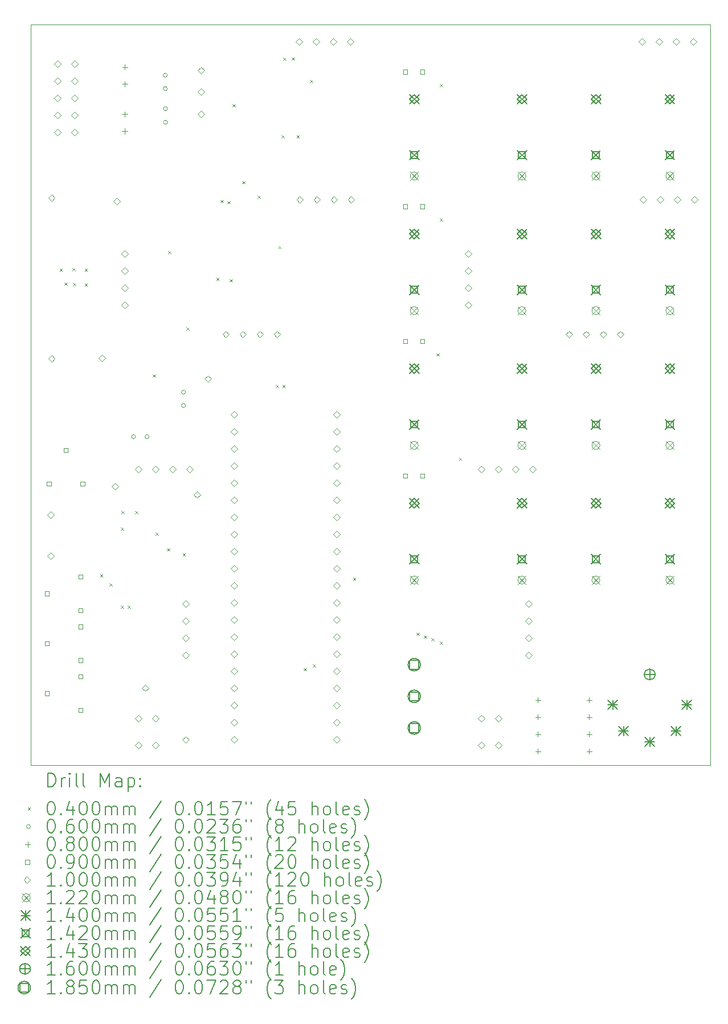
<source format=gbr>
%TF.GenerationSoftware,KiCad,Pcbnew,8.0.2-1*%
%TF.CreationDate,2024-09-25T20:20:06+02:00*%
%TF.ProjectId,midi-2-cv,6d696469-2d32-42d6-9376-2e6b69636164,rev?*%
%TF.SameCoordinates,Original*%
%TF.FileFunction,Drillmap*%
%TF.FilePolarity,Positive*%
%FSLAX45Y45*%
G04 Gerber Fmt 4.5, Leading zero omitted, Abs format (unit mm)*
G04 Created by KiCad (PCBNEW 8.0.2-1) date 2024-09-25 20:20:06*
%MOMM*%
%LPD*%
G01*
G04 APERTURE LIST*
%ADD10C,0.100000*%
%ADD11C,0.200000*%
%ADD12C,0.122000*%
%ADD13C,0.140000*%
%ADD14C,0.142000*%
%ADD15C,0.143000*%
%ADD16C,0.160000*%
%ADD17C,0.185000*%
G04 APERTURE END LIST*
D10*
X5000000Y-5000000D02*
X15100000Y-5000000D01*
X15100000Y-16000000D01*
X5000000Y-16000000D01*
X5000000Y-5000000D01*
D11*
D10*
X5430000Y-8625000D02*
X5470000Y-8665000D01*
X5470000Y-8625000D02*
X5430000Y-8665000D01*
X5500000Y-8830000D02*
X5540000Y-8870000D01*
X5540000Y-8830000D02*
X5500000Y-8870000D01*
X5620000Y-8615000D02*
X5660000Y-8655000D01*
X5660000Y-8615000D02*
X5620000Y-8655000D01*
X5628336Y-8835000D02*
X5668336Y-8875000D01*
X5668336Y-8835000D02*
X5628336Y-8875000D01*
X5801742Y-8842695D02*
X5841742Y-8882695D01*
X5841742Y-8842695D02*
X5801742Y-8882695D01*
X5802500Y-8625000D02*
X5842500Y-8665000D01*
X5842500Y-8625000D02*
X5802500Y-8665000D01*
X6030000Y-13160000D02*
X6070000Y-13200000D01*
X6070000Y-13160000D02*
X6030000Y-13200000D01*
X6170000Y-13300000D02*
X6210000Y-13340000D01*
X6210000Y-13300000D02*
X6170000Y-13340000D01*
X6340000Y-13630000D02*
X6380000Y-13670000D01*
X6380000Y-13630000D02*
X6340000Y-13670000D01*
X6340000Y-12470000D02*
X6380000Y-12510000D01*
X6380000Y-12470000D02*
X6340000Y-12510000D01*
X6345000Y-12220000D02*
X6385000Y-12260000D01*
X6385000Y-12220000D02*
X6345000Y-12260000D01*
X6440000Y-13630000D02*
X6480000Y-13670000D01*
X6480000Y-13630000D02*
X6440000Y-13670000D01*
X6550000Y-12220000D02*
X6590000Y-12260000D01*
X6590000Y-12220000D02*
X6550000Y-12260000D01*
X6812260Y-10193577D02*
X6852260Y-10233577D01*
X6852260Y-10193577D02*
X6812260Y-10233577D01*
X6858509Y-12546757D02*
X6898509Y-12586757D01*
X6898509Y-12546757D02*
X6858509Y-12586757D01*
X7027154Y-12776457D02*
X7067154Y-12816457D01*
X7067154Y-12776457D02*
X7027154Y-12816457D01*
X7040000Y-8360000D02*
X7080000Y-8400000D01*
X7080000Y-8360000D02*
X7040000Y-8400000D01*
X7256863Y-12846863D02*
X7296863Y-12886863D01*
X7296863Y-12846863D02*
X7256863Y-12886863D01*
X7310000Y-9494000D02*
X7350000Y-9534000D01*
X7350000Y-9494000D02*
X7310000Y-9534000D01*
X7757500Y-8760516D02*
X7797500Y-8800516D01*
X7797500Y-8760516D02*
X7757500Y-8800516D01*
X7821360Y-7603560D02*
X7861360Y-7643560D01*
X7861360Y-7603560D02*
X7821360Y-7643560D01*
X7920000Y-7620000D02*
X7960000Y-7660000D01*
X7960000Y-7620000D02*
X7920000Y-7660000D01*
X7955000Y-8780000D02*
X7995000Y-8820000D01*
X7995000Y-8780000D02*
X7955000Y-8820000D01*
X8000000Y-6180000D02*
X8040000Y-6220000D01*
X8040000Y-6180000D02*
X8000000Y-6220000D01*
X8144896Y-7324896D02*
X8184896Y-7364896D01*
X8184896Y-7324896D02*
X8144896Y-7364896D01*
X8370000Y-7540000D02*
X8410000Y-7580000D01*
X8410000Y-7540000D02*
X8370000Y-7580000D01*
X8640000Y-10350000D02*
X8680000Y-10390000D01*
X8680000Y-10350000D02*
X8640000Y-10390000D01*
X8680000Y-8290000D02*
X8720000Y-8330000D01*
X8720000Y-8290000D02*
X8680000Y-8330000D01*
X8727500Y-6642449D02*
X8767500Y-6682449D01*
X8767500Y-6642449D02*
X8727500Y-6682449D01*
X8740000Y-10350000D02*
X8780000Y-10390000D01*
X8780000Y-10350000D02*
X8740000Y-10390000D01*
X8750000Y-5490000D02*
X8790000Y-5530000D01*
X8790000Y-5490000D02*
X8750000Y-5530000D01*
X8878379Y-5486662D02*
X8918379Y-5526662D01*
X8918379Y-5486662D02*
X8878379Y-5526662D01*
X8950051Y-6639949D02*
X8990051Y-6679949D01*
X8990051Y-6639949D02*
X8950051Y-6679949D01*
X9055000Y-14555000D02*
X9095000Y-14595000D01*
X9095000Y-14555000D02*
X9055000Y-14595000D01*
X9150000Y-5820000D02*
X9190000Y-5860000D01*
X9190000Y-5820000D02*
X9150000Y-5860000D01*
X9190000Y-14500000D02*
X9230000Y-14540000D01*
X9230000Y-14500000D02*
X9190000Y-14540000D01*
X9790000Y-13210000D02*
X9830000Y-13250000D01*
X9830000Y-13210000D02*
X9790000Y-13250000D01*
X10731256Y-14028744D02*
X10771256Y-14068744D01*
X10771256Y-14028744D02*
X10731256Y-14068744D01*
X10845612Y-14072388D02*
X10885612Y-14112388D01*
X10885612Y-14072388D02*
X10845612Y-14112388D01*
X10955967Y-14113000D02*
X10995967Y-14153000D01*
X10995967Y-14113000D02*
X10955967Y-14153000D01*
X11030000Y-9880000D02*
X11070000Y-9920000D01*
X11070000Y-9880000D02*
X11030000Y-9920000D01*
X11080000Y-5880000D02*
X11120000Y-5920000D01*
X11120000Y-5880000D02*
X11080000Y-5920000D01*
X11080000Y-7880000D02*
X11120000Y-7920000D01*
X11120000Y-7880000D02*
X11080000Y-7920000D01*
X11080000Y-14163000D02*
X11120000Y-14203000D01*
X11120000Y-14163000D02*
X11080000Y-14203000D01*
X11365000Y-11430000D02*
X11405000Y-11470000D01*
X11405000Y-11430000D02*
X11365000Y-11470000D01*
X6557260Y-11120000D02*
G75*
G02*
X6497260Y-11120000I-30000J0D01*
G01*
X6497260Y-11120000D02*
G75*
G02*
X6557260Y-11120000I30000J0D01*
G01*
X6757260Y-11120000D02*
G75*
G02*
X6697260Y-11120000I-30000J0D01*
G01*
X6697260Y-11120000D02*
G75*
G02*
X6757260Y-11120000I30000J0D01*
G01*
X7030000Y-5750000D02*
G75*
G02*
X6970000Y-5750000I-30000J0D01*
G01*
X6970000Y-5750000D02*
G75*
G02*
X7030000Y-5750000I30000J0D01*
G01*
X7030000Y-5950000D02*
G75*
G02*
X6970000Y-5950000I-30000J0D01*
G01*
X6970000Y-5950000D02*
G75*
G02*
X7030000Y-5950000I30000J0D01*
G01*
X7032740Y-6250000D02*
G75*
G02*
X6972740Y-6250000I-30000J0D01*
G01*
X6972740Y-6250000D02*
G75*
G02*
X7032740Y-6250000I30000J0D01*
G01*
X7032740Y-6450000D02*
G75*
G02*
X6972740Y-6450000I-30000J0D01*
G01*
X6972740Y-6450000D02*
G75*
G02*
X7032740Y-6450000I30000J0D01*
G01*
X7300000Y-10457260D02*
G75*
G02*
X7240000Y-10457260I-30000J0D01*
G01*
X7240000Y-10457260D02*
G75*
G02*
X7300000Y-10457260I30000J0D01*
G01*
X7300000Y-10657260D02*
G75*
G02*
X7240000Y-10657260I-30000J0D01*
G01*
X7240000Y-10657260D02*
G75*
G02*
X7300000Y-10657260I30000J0D01*
G01*
X6399024Y-6291762D02*
X6399024Y-6371762D01*
X6359024Y-6331762D02*
X6439024Y-6331762D01*
X6399024Y-6541762D02*
X6399024Y-6621762D01*
X6359024Y-6581762D02*
X6439024Y-6581762D01*
X6400000Y-5591762D02*
X6400000Y-5671762D01*
X6360000Y-5631762D02*
X6440000Y-5631762D01*
X6400000Y-5841762D02*
X6400000Y-5921762D01*
X6360000Y-5881762D02*
X6440000Y-5881762D01*
X12538000Y-14988000D02*
X12538000Y-15068000D01*
X12498000Y-15028000D02*
X12578000Y-15028000D01*
X12538000Y-15242000D02*
X12538000Y-15322000D01*
X12498000Y-15282000D02*
X12578000Y-15282000D01*
X12538000Y-15496000D02*
X12538000Y-15576000D01*
X12498000Y-15536000D02*
X12578000Y-15536000D01*
X12538000Y-15750000D02*
X12538000Y-15830000D01*
X12498000Y-15790000D02*
X12578000Y-15790000D01*
X13300000Y-14988000D02*
X13300000Y-15068000D01*
X13260000Y-15028000D02*
X13340000Y-15028000D01*
X13300000Y-15242000D02*
X13300000Y-15322000D01*
X13260000Y-15282000D02*
X13340000Y-15282000D01*
X13300000Y-15496000D02*
X13300000Y-15576000D01*
X13260000Y-15536000D02*
X13340000Y-15536000D01*
X13300000Y-15750000D02*
X13300000Y-15830000D01*
X13260000Y-15790000D02*
X13340000Y-15790000D01*
X5271820Y-13481820D02*
X5271820Y-13418180D01*
X5208180Y-13418180D01*
X5208180Y-13481820D01*
X5271820Y-13481820D01*
X5271820Y-14221820D02*
X5271820Y-14158180D01*
X5208180Y-14158180D01*
X5208180Y-14221820D01*
X5271820Y-14221820D01*
X5271820Y-14961820D02*
X5271820Y-14898180D01*
X5208180Y-14898180D01*
X5208180Y-14961820D01*
X5271820Y-14961820D01*
X5301820Y-11851820D02*
X5301820Y-11788180D01*
X5238180Y-11788180D01*
X5238180Y-11851820D01*
X5301820Y-11851820D01*
X5551820Y-11351820D02*
X5551820Y-11288180D01*
X5488180Y-11288180D01*
X5488180Y-11351820D01*
X5551820Y-11351820D01*
X5771820Y-13231820D02*
X5771820Y-13168180D01*
X5708180Y-13168180D01*
X5708180Y-13231820D01*
X5771820Y-13231820D01*
X5771820Y-13731820D02*
X5771820Y-13668180D01*
X5708180Y-13668180D01*
X5708180Y-13731820D01*
X5771820Y-13731820D01*
X5771820Y-13971820D02*
X5771820Y-13908180D01*
X5708180Y-13908180D01*
X5708180Y-13971820D01*
X5771820Y-13971820D01*
X5771820Y-14471820D02*
X5771820Y-14408180D01*
X5708180Y-14408180D01*
X5708180Y-14471820D01*
X5771820Y-14471820D01*
X5771820Y-14711820D02*
X5771820Y-14648180D01*
X5708180Y-14648180D01*
X5708180Y-14711820D01*
X5771820Y-14711820D01*
X5771820Y-15211820D02*
X5771820Y-15148180D01*
X5708180Y-15148180D01*
X5708180Y-15211820D01*
X5771820Y-15211820D01*
X5801820Y-11851820D02*
X5801820Y-11788180D01*
X5738180Y-11788180D01*
X5738180Y-11851820D01*
X5801820Y-11851820D01*
X10600820Y-5731820D02*
X10600820Y-5668180D01*
X10537180Y-5668180D01*
X10537180Y-5731820D01*
X10600820Y-5731820D01*
X10600820Y-7731820D02*
X10600820Y-7668180D01*
X10537180Y-7668180D01*
X10537180Y-7731820D01*
X10600820Y-7731820D01*
X10600820Y-9731820D02*
X10600820Y-9668180D01*
X10537180Y-9668180D01*
X10537180Y-9731820D01*
X10600820Y-9731820D01*
X10600820Y-11731820D02*
X10600820Y-11668180D01*
X10537180Y-11668180D01*
X10537180Y-11731820D01*
X10600820Y-11731820D01*
X10854820Y-5731820D02*
X10854820Y-5668180D01*
X10791180Y-5668180D01*
X10791180Y-5731820D01*
X10854820Y-5731820D01*
X10854820Y-7731820D02*
X10854820Y-7668180D01*
X10791180Y-7668180D01*
X10791180Y-7731820D01*
X10854820Y-7731820D01*
X10854820Y-9731820D02*
X10854820Y-9668180D01*
X10791180Y-9668180D01*
X10791180Y-9731820D01*
X10854820Y-9731820D01*
X10854820Y-11731820D02*
X10854820Y-11668180D01*
X10791180Y-11668180D01*
X10791180Y-11731820D01*
X10854820Y-11731820D01*
X5300000Y-12330000D02*
X5350000Y-12280000D01*
X5300000Y-12230000D01*
X5250000Y-12280000D01*
X5300000Y-12330000D01*
X5300000Y-12940000D02*
X5350000Y-12890000D01*
X5300000Y-12840000D01*
X5250000Y-12890000D01*
X5300000Y-12940000D01*
X5310000Y-7620000D02*
X5360000Y-7570000D01*
X5310000Y-7520000D01*
X5260000Y-7570000D01*
X5310000Y-7620000D01*
X5310000Y-10010000D02*
X5360000Y-9960000D01*
X5310000Y-9910000D01*
X5260000Y-9960000D01*
X5310000Y-10010000D01*
X5396000Y-5634000D02*
X5446000Y-5584000D01*
X5396000Y-5534000D01*
X5346000Y-5584000D01*
X5396000Y-5634000D01*
X5396000Y-5888000D02*
X5446000Y-5838000D01*
X5396000Y-5788000D01*
X5346000Y-5838000D01*
X5396000Y-5888000D01*
X5396000Y-6142000D02*
X5446000Y-6092000D01*
X5396000Y-6042000D01*
X5346000Y-6092000D01*
X5396000Y-6142000D01*
X5396000Y-6396000D02*
X5446000Y-6346000D01*
X5396000Y-6296000D01*
X5346000Y-6346000D01*
X5396000Y-6396000D01*
X5396000Y-6650000D02*
X5446000Y-6600000D01*
X5396000Y-6550000D01*
X5346000Y-6600000D01*
X5396000Y-6650000D01*
X5650000Y-5634000D02*
X5700000Y-5584000D01*
X5650000Y-5534000D01*
X5600000Y-5584000D01*
X5650000Y-5634000D01*
X5650000Y-5888000D02*
X5700000Y-5838000D01*
X5650000Y-5788000D01*
X5600000Y-5838000D01*
X5650000Y-5888000D01*
X5650000Y-6142000D02*
X5700000Y-6092000D01*
X5650000Y-6042000D01*
X5600000Y-6092000D01*
X5650000Y-6142000D01*
X5650000Y-6396000D02*
X5700000Y-6346000D01*
X5650000Y-6296000D01*
X5600000Y-6346000D01*
X5650000Y-6396000D01*
X5650000Y-6650000D02*
X5700000Y-6600000D01*
X5650000Y-6550000D01*
X5600000Y-6600000D01*
X5650000Y-6650000D01*
X6060000Y-10000000D02*
X6110000Y-9950000D01*
X6060000Y-9900000D01*
X6010000Y-9950000D01*
X6060000Y-10000000D01*
X6250000Y-11910000D02*
X6300000Y-11860000D01*
X6250000Y-11810000D01*
X6200000Y-11860000D01*
X6250000Y-11910000D01*
X6280000Y-7670000D02*
X6330000Y-7620000D01*
X6280000Y-7570000D01*
X6230000Y-7620000D01*
X6280000Y-7670000D01*
X6400000Y-8450000D02*
X6450000Y-8400000D01*
X6400000Y-8350000D01*
X6350000Y-8400000D01*
X6400000Y-8450000D01*
X6400000Y-8704000D02*
X6450000Y-8654000D01*
X6400000Y-8604000D01*
X6350000Y-8654000D01*
X6400000Y-8704000D01*
X6400000Y-8958000D02*
X6450000Y-8908000D01*
X6400000Y-8858000D01*
X6350000Y-8908000D01*
X6400000Y-8958000D01*
X6400000Y-9212000D02*
X6450000Y-9162000D01*
X6400000Y-9112000D01*
X6350000Y-9162000D01*
X6400000Y-9212000D01*
X6600000Y-11650000D02*
X6650000Y-11600000D01*
X6600000Y-11550000D01*
X6550000Y-11600000D01*
X6600000Y-11650000D01*
X6600000Y-15350000D02*
X6650000Y-15300000D01*
X6600000Y-15250000D01*
X6550000Y-15300000D01*
X6600000Y-15350000D01*
X6600000Y-15750000D02*
X6650000Y-15700000D01*
X6600000Y-15650000D01*
X6550000Y-15700000D01*
X6600000Y-15750000D01*
X6700000Y-14900000D02*
X6750000Y-14850000D01*
X6700000Y-14800000D01*
X6650000Y-14850000D01*
X6700000Y-14900000D01*
X6854000Y-11650000D02*
X6904000Y-11600000D01*
X6854000Y-11550000D01*
X6804000Y-11600000D01*
X6854000Y-11650000D01*
X6854000Y-15350000D02*
X6904000Y-15300000D01*
X6854000Y-15250000D01*
X6804000Y-15300000D01*
X6854000Y-15350000D01*
X6854000Y-15750000D02*
X6904000Y-15700000D01*
X6854000Y-15650000D01*
X6804000Y-15700000D01*
X6854000Y-15750000D01*
X7108000Y-11650000D02*
X7158000Y-11600000D01*
X7108000Y-11550000D01*
X7058000Y-11600000D01*
X7108000Y-11650000D01*
X7300000Y-13650000D02*
X7350000Y-13600000D01*
X7300000Y-13550000D01*
X7250000Y-13600000D01*
X7300000Y-13650000D01*
X7300000Y-13904000D02*
X7350000Y-13854000D01*
X7300000Y-13804000D01*
X7250000Y-13854000D01*
X7300000Y-13904000D01*
X7300000Y-14158000D02*
X7350000Y-14108000D01*
X7300000Y-14058000D01*
X7250000Y-14108000D01*
X7300000Y-14158000D01*
X7300000Y-14412000D02*
X7350000Y-14362000D01*
X7300000Y-14312000D01*
X7250000Y-14362000D01*
X7300000Y-14412000D01*
X7300000Y-15670000D02*
X7350000Y-15620000D01*
X7300000Y-15570000D01*
X7250000Y-15620000D01*
X7300000Y-15670000D01*
X7362000Y-11650000D02*
X7412000Y-11600000D01*
X7362000Y-11550000D01*
X7312000Y-11600000D01*
X7362000Y-11650000D01*
X7470000Y-12030000D02*
X7520000Y-11980000D01*
X7470000Y-11930000D01*
X7420000Y-11980000D01*
X7470000Y-12030000D01*
X7530000Y-5730000D02*
X7580000Y-5680000D01*
X7530000Y-5630000D01*
X7480000Y-5680000D01*
X7530000Y-5730000D01*
X7530000Y-6050000D02*
X7580000Y-6000000D01*
X7530000Y-5950000D01*
X7480000Y-6000000D01*
X7530000Y-6050000D01*
X7530000Y-6380000D02*
X7580000Y-6330000D01*
X7530000Y-6280000D01*
X7480000Y-6330000D01*
X7530000Y-6380000D01*
X7630000Y-10310000D02*
X7680000Y-10260000D01*
X7630000Y-10210000D01*
X7580000Y-10260000D01*
X7630000Y-10310000D01*
X7900000Y-9650000D02*
X7950000Y-9600000D01*
X7900000Y-9550000D01*
X7850000Y-9600000D01*
X7900000Y-9650000D01*
X8026000Y-10837000D02*
X8076000Y-10787000D01*
X8026000Y-10737000D01*
X7976000Y-10787000D01*
X8026000Y-10837000D01*
X8026000Y-11091000D02*
X8076000Y-11041000D01*
X8026000Y-10991000D01*
X7976000Y-11041000D01*
X8026000Y-11091000D01*
X8026000Y-11345000D02*
X8076000Y-11295000D01*
X8026000Y-11245000D01*
X7976000Y-11295000D01*
X8026000Y-11345000D01*
X8026000Y-11599000D02*
X8076000Y-11549000D01*
X8026000Y-11499000D01*
X7976000Y-11549000D01*
X8026000Y-11599000D01*
X8026000Y-11853000D02*
X8076000Y-11803000D01*
X8026000Y-11753000D01*
X7976000Y-11803000D01*
X8026000Y-11853000D01*
X8026000Y-12107000D02*
X8076000Y-12057000D01*
X8026000Y-12007000D01*
X7976000Y-12057000D01*
X8026000Y-12107000D01*
X8026000Y-12361000D02*
X8076000Y-12311000D01*
X8026000Y-12261000D01*
X7976000Y-12311000D01*
X8026000Y-12361000D01*
X8026000Y-12615000D02*
X8076000Y-12565000D01*
X8026000Y-12515000D01*
X7976000Y-12565000D01*
X8026000Y-12615000D01*
X8026000Y-12869000D02*
X8076000Y-12819000D01*
X8026000Y-12769000D01*
X7976000Y-12819000D01*
X8026000Y-12869000D01*
X8026000Y-13123000D02*
X8076000Y-13073000D01*
X8026000Y-13023000D01*
X7976000Y-13073000D01*
X8026000Y-13123000D01*
X8026000Y-13377000D02*
X8076000Y-13327000D01*
X8026000Y-13277000D01*
X7976000Y-13327000D01*
X8026000Y-13377000D01*
X8026000Y-13631000D02*
X8076000Y-13581000D01*
X8026000Y-13531000D01*
X7976000Y-13581000D01*
X8026000Y-13631000D01*
X8026000Y-13885000D02*
X8076000Y-13835000D01*
X8026000Y-13785000D01*
X7976000Y-13835000D01*
X8026000Y-13885000D01*
X8026000Y-14139000D02*
X8076000Y-14089000D01*
X8026000Y-14039000D01*
X7976000Y-14089000D01*
X8026000Y-14139000D01*
X8026000Y-14393000D02*
X8076000Y-14343000D01*
X8026000Y-14293000D01*
X7976000Y-14343000D01*
X8026000Y-14393000D01*
X8026000Y-14647000D02*
X8076000Y-14597000D01*
X8026000Y-14547000D01*
X7976000Y-14597000D01*
X8026000Y-14647000D01*
X8026000Y-14901000D02*
X8076000Y-14851000D01*
X8026000Y-14801000D01*
X7976000Y-14851000D01*
X8026000Y-14901000D01*
X8026000Y-15155000D02*
X8076000Y-15105000D01*
X8026000Y-15055000D01*
X7976000Y-15105000D01*
X8026000Y-15155000D01*
X8026000Y-15409000D02*
X8076000Y-15359000D01*
X8026000Y-15309000D01*
X7976000Y-15359000D01*
X8026000Y-15409000D01*
X8026000Y-15663000D02*
X8076000Y-15613000D01*
X8026000Y-15563000D01*
X7976000Y-15613000D01*
X8026000Y-15663000D01*
X8154000Y-9650000D02*
X8204000Y-9600000D01*
X8154000Y-9550000D01*
X8104000Y-9600000D01*
X8154000Y-9650000D01*
X8408000Y-9650000D02*
X8458000Y-9600000D01*
X8408000Y-9550000D01*
X8358000Y-9600000D01*
X8408000Y-9650000D01*
X8662000Y-9650000D02*
X8712000Y-9600000D01*
X8662000Y-9550000D01*
X8612000Y-9600000D01*
X8662000Y-9650000D01*
X8988000Y-5300000D02*
X9038000Y-5250000D01*
X8988000Y-5200000D01*
X8938000Y-5250000D01*
X8988000Y-5300000D01*
X9000000Y-7650000D02*
X9050000Y-7600000D01*
X9000000Y-7550000D01*
X8950000Y-7600000D01*
X9000000Y-7650000D01*
X9242000Y-5300000D02*
X9292000Y-5250000D01*
X9242000Y-5200000D01*
X9192000Y-5250000D01*
X9242000Y-5300000D01*
X9254000Y-7650000D02*
X9304000Y-7600000D01*
X9254000Y-7550000D01*
X9204000Y-7600000D01*
X9254000Y-7650000D01*
X9496000Y-5300000D02*
X9546000Y-5250000D01*
X9496000Y-5200000D01*
X9446000Y-5250000D01*
X9496000Y-5300000D01*
X9508000Y-7650000D02*
X9558000Y-7600000D01*
X9508000Y-7550000D01*
X9458000Y-7600000D01*
X9508000Y-7650000D01*
X9550000Y-10837000D02*
X9600000Y-10787000D01*
X9550000Y-10737000D01*
X9500000Y-10787000D01*
X9550000Y-10837000D01*
X9550000Y-11091000D02*
X9600000Y-11041000D01*
X9550000Y-10991000D01*
X9500000Y-11041000D01*
X9550000Y-11091000D01*
X9550000Y-11345000D02*
X9600000Y-11295000D01*
X9550000Y-11245000D01*
X9500000Y-11295000D01*
X9550000Y-11345000D01*
X9550000Y-11599000D02*
X9600000Y-11549000D01*
X9550000Y-11499000D01*
X9500000Y-11549000D01*
X9550000Y-11599000D01*
X9550000Y-11853000D02*
X9600000Y-11803000D01*
X9550000Y-11753000D01*
X9500000Y-11803000D01*
X9550000Y-11853000D01*
X9550000Y-12107000D02*
X9600000Y-12057000D01*
X9550000Y-12007000D01*
X9500000Y-12057000D01*
X9550000Y-12107000D01*
X9550000Y-12361000D02*
X9600000Y-12311000D01*
X9550000Y-12261000D01*
X9500000Y-12311000D01*
X9550000Y-12361000D01*
X9550000Y-12615000D02*
X9600000Y-12565000D01*
X9550000Y-12515000D01*
X9500000Y-12565000D01*
X9550000Y-12615000D01*
X9550000Y-12869000D02*
X9600000Y-12819000D01*
X9550000Y-12769000D01*
X9500000Y-12819000D01*
X9550000Y-12869000D01*
X9550000Y-13123000D02*
X9600000Y-13073000D01*
X9550000Y-13023000D01*
X9500000Y-13073000D01*
X9550000Y-13123000D01*
X9550000Y-13377000D02*
X9600000Y-13327000D01*
X9550000Y-13277000D01*
X9500000Y-13327000D01*
X9550000Y-13377000D01*
X9550000Y-13631000D02*
X9600000Y-13581000D01*
X9550000Y-13531000D01*
X9500000Y-13581000D01*
X9550000Y-13631000D01*
X9550000Y-13885000D02*
X9600000Y-13835000D01*
X9550000Y-13785000D01*
X9500000Y-13835000D01*
X9550000Y-13885000D01*
X9550000Y-14139000D02*
X9600000Y-14089000D01*
X9550000Y-14039000D01*
X9500000Y-14089000D01*
X9550000Y-14139000D01*
X9550000Y-14393000D02*
X9600000Y-14343000D01*
X9550000Y-14293000D01*
X9500000Y-14343000D01*
X9550000Y-14393000D01*
X9550000Y-14647000D02*
X9600000Y-14597000D01*
X9550000Y-14547000D01*
X9500000Y-14597000D01*
X9550000Y-14647000D01*
X9550000Y-14901000D02*
X9600000Y-14851000D01*
X9550000Y-14801000D01*
X9500000Y-14851000D01*
X9550000Y-14901000D01*
X9550000Y-15155000D02*
X9600000Y-15105000D01*
X9550000Y-15055000D01*
X9500000Y-15105000D01*
X9550000Y-15155000D01*
X9550000Y-15409000D02*
X9600000Y-15359000D01*
X9550000Y-15309000D01*
X9500000Y-15359000D01*
X9550000Y-15409000D01*
X9550000Y-15663000D02*
X9600000Y-15613000D01*
X9550000Y-15563000D01*
X9500000Y-15613000D01*
X9550000Y-15663000D01*
X9750000Y-5300000D02*
X9800000Y-5250000D01*
X9750000Y-5200000D01*
X9700000Y-5250000D01*
X9750000Y-5300000D01*
X9762000Y-7650000D02*
X9812000Y-7600000D01*
X9762000Y-7550000D01*
X9712000Y-7600000D01*
X9762000Y-7650000D01*
X11500000Y-8450000D02*
X11550000Y-8400000D01*
X11500000Y-8350000D01*
X11450000Y-8400000D01*
X11500000Y-8450000D01*
X11500000Y-8704000D02*
X11550000Y-8654000D01*
X11500000Y-8604000D01*
X11450000Y-8654000D01*
X11500000Y-8704000D01*
X11500000Y-8958000D02*
X11550000Y-8908000D01*
X11500000Y-8858000D01*
X11450000Y-8908000D01*
X11500000Y-8958000D01*
X11500000Y-9212000D02*
X11550000Y-9162000D01*
X11500000Y-9112000D01*
X11450000Y-9162000D01*
X11500000Y-9212000D01*
X11700000Y-11650000D02*
X11750000Y-11600000D01*
X11700000Y-11550000D01*
X11650000Y-11600000D01*
X11700000Y-11650000D01*
X11700000Y-15350000D02*
X11750000Y-15300000D01*
X11700000Y-15250000D01*
X11650000Y-15300000D01*
X11700000Y-15350000D01*
X11700000Y-15750000D02*
X11750000Y-15700000D01*
X11700000Y-15650000D01*
X11650000Y-15700000D01*
X11700000Y-15750000D01*
X11954000Y-11650000D02*
X12004000Y-11600000D01*
X11954000Y-11550000D01*
X11904000Y-11600000D01*
X11954000Y-11650000D01*
X11954000Y-15350000D02*
X12004000Y-15300000D01*
X11954000Y-15250000D01*
X11904000Y-15300000D01*
X11954000Y-15350000D01*
X11954000Y-15750000D02*
X12004000Y-15700000D01*
X11954000Y-15650000D01*
X11904000Y-15700000D01*
X11954000Y-15750000D01*
X12208000Y-11650000D02*
X12258000Y-11600000D01*
X12208000Y-11550000D01*
X12158000Y-11600000D01*
X12208000Y-11650000D01*
X12400000Y-13650000D02*
X12450000Y-13600000D01*
X12400000Y-13550000D01*
X12350000Y-13600000D01*
X12400000Y-13650000D01*
X12400000Y-13904000D02*
X12450000Y-13854000D01*
X12400000Y-13804000D01*
X12350000Y-13854000D01*
X12400000Y-13904000D01*
X12400000Y-14158000D02*
X12450000Y-14108000D01*
X12400000Y-14058000D01*
X12350000Y-14108000D01*
X12400000Y-14158000D01*
X12400000Y-14412000D02*
X12450000Y-14362000D01*
X12400000Y-14312000D01*
X12350000Y-14362000D01*
X12400000Y-14412000D01*
X12462000Y-11650000D02*
X12512000Y-11600000D01*
X12462000Y-11550000D01*
X12412000Y-11600000D01*
X12462000Y-11650000D01*
X13000000Y-9650000D02*
X13050000Y-9600000D01*
X13000000Y-9550000D01*
X12950000Y-9600000D01*
X13000000Y-9650000D01*
X13254000Y-9650000D02*
X13304000Y-9600000D01*
X13254000Y-9550000D01*
X13204000Y-9600000D01*
X13254000Y-9650000D01*
X13508000Y-9650000D02*
X13558000Y-9600000D01*
X13508000Y-9550000D01*
X13458000Y-9600000D01*
X13508000Y-9650000D01*
X13762000Y-9650000D02*
X13812000Y-9600000D01*
X13762000Y-9550000D01*
X13712000Y-9600000D01*
X13762000Y-9650000D01*
X14088000Y-5300000D02*
X14138000Y-5250000D01*
X14088000Y-5200000D01*
X14038000Y-5250000D01*
X14088000Y-5300000D01*
X14100000Y-7650000D02*
X14150000Y-7600000D01*
X14100000Y-7550000D01*
X14050000Y-7600000D01*
X14100000Y-7650000D01*
X14342000Y-5300000D02*
X14392000Y-5250000D01*
X14342000Y-5200000D01*
X14292000Y-5250000D01*
X14342000Y-5300000D01*
X14354000Y-7650000D02*
X14404000Y-7600000D01*
X14354000Y-7550000D01*
X14304000Y-7600000D01*
X14354000Y-7650000D01*
X14596000Y-5300000D02*
X14646000Y-5250000D01*
X14596000Y-5200000D01*
X14546000Y-5250000D01*
X14596000Y-5300000D01*
X14608000Y-7650000D02*
X14658000Y-7600000D01*
X14608000Y-7550000D01*
X14558000Y-7600000D01*
X14608000Y-7650000D01*
X14850000Y-5300000D02*
X14900000Y-5250000D01*
X14850000Y-5200000D01*
X14800000Y-5250000D01*
X14850000Y-5300000D01*
X14862000Y-7650000D02*
X14912000Y-7600000D01*
X14862000Y-7550000D01*
X14812000Y-7600000D01*
X14862000Y-7650000D01*
D12*
X10639000Y-7187000D02*
X10761000Y-7309000D01*
X10761000Y-7187000D02*
X10639000Y-7309000D01*
X10761000Y-7248000D02*
G75*
G02*
X10639000Y-7248000I-61000J0D01*
G01*
X10639000Y-7248000D02*
G75*
G02*
X10761000Y-7248000I61000J0D01*
G01*
X10639000Y-9187000D02*
X10761000Y-9309000D01*
X10761000Y-9187000D02*
X10639000Y-9309000D01*
X10761000Y-9248000D02*
G75*
G02*
X10639000Y-9248000I-61000J0D01*
G01*
X10639000Y-9248000D02*
G75*
G02*
X10761000Y-9248000I61000J0D01*
G01*
X10639000Y-11187000D02*
X10761000Y-11309000D01*
X10761000Y-11187000D02*
X10639000Y-11309000D01*
X10761000Y-11248000D02*
G75*
G02*
X10639000Y-11248000I-61000J0D01*
G01*
X10639000Y-11248000D02*
G75*
G02*
X10761000Y-11248000I61000J0D01*
G01*
X10639000Y-13187000D02*
X10761000Y-13309000D01*
X10761000Y-13187000D02*
X10639000Y-13309000D01*
X10761000Y-13248000D02*
G75*
G02*
X10639000Y-13248000I-61000J0D01*
G01*
X10639000Y-13248000D02*
G75*
G02*
X10761000Y-13248000I61000J0D01*
G01*
X12239000Y-7187000D02*
X12361000Y-7309000D01*
X12361000Y-7187000D02*
X12239000Y-7309000D01*
X12361000Y-7248000D02*
G75*
G02*
X12239000Y-7248000I-61000J0D01*
G01*
X12239000Y-7248000D02*
G75*
G02*
X12361000Y-7248000I61000J0D01*
G01*
X12239000Y-9187000D02*
X12361000Y-9309000D01*
X12361000Y-9187000D02*
X12239000Y-9309000D01*
X12361000Y-9248000D02*
G75*
G02*
X12239000Y-9248000I-61000J0D01*
G01*
X12239000Y-9248000D02*
G75*
G02*
X12361000Y-9248000I61000J0D01*
G01*
X12239000Y-11187000D02*
X12361000Y-11309000D01*
X12361000Y-11187000D02*
X12239000Y-11309000D01*
X12361000Y-11248000D02*
G75*
G02*
X12239000Y-11248000I-61000J0D01*
G01*
X12239000Y-11248000D02*
G75*
G02*
X12361000Y-11248000I61000J0D01*
G01*
X12239000Y-13187000D02*
X12361000Y-13309000D01*
X12361000Y-13187000D02*
X12239000Y-13309000D01*
X12361000Y-13248000D02*
G75*
G02*
X12239000Y-13248000I-61000J0D01*
G01*
X12239000Y-13248000D02*
G75*
G02*
X12361000Y-13248000I61000J0D01*
G01*
X13339000Y-7187000D02*
X13461000Y-7309000D01*
X13461000Y-7187000D02*
X13339000Y-7309000D01*
X13461000Y-7248000D02*
G75*
G02*
X13339000Y-7248000I-61000J0D01*
G01*
X13339000Y-7248000D02*
G75*
G02*
X13461000Y-7248000I61000J0D01*
G01*
X13339000Y-9187000D02*
X13461000Y-9309000D01*
X13461000Y-9187000D02*
X13339000Y-9309000D01*
X13461000Y-9248000D02*
G75*
G02*
X13339000Y-9248000I-61000J0D01*
G01*
X13339000Y-9248000D02*
G75*
G02*
X13461000Y-9248000I61000J0D01*
G01*
X13339000Y-11187000D02*
X13461000Y-11309000D01*
X13461000Y-11187000D02*
X13339000Y-11309000D01*
X13461000Y-11248000D02*
G75*
G02*
X13339000Y-11248000I-61000J0D01*
G01*
X13339000Y-11248000D02*
G75*
G02*
X13461000Y-11248000I61000J0D01*
G01*
X13339000Y-13187000D02*
X13461000Y-13309000D01*
X13461000Y-13187000D02*
X13339000Y-13309000D01*
X13461000Y-13248000D02*
G75*
G02*
X13339000Y-13248000I-61000J0D01*
G01*
X13339000Y-13248000D02*
G75*
G02*
X13461000Y-13248000I61000J0D01*
G01*
X14439000Y-7187000D02*
X14561000Y-7309000D01*
X14561000Y-7187000D02*
X14439000Y-7309000D01*
X14561000Y-7248000D02*
G75*
G02*
X14439000Y-7248000I-61000J0D01*
G01*
X14439000Y-7248000D02*
G75*
G02*
X14561000Y-7248000I61000J0D01*
G01*
X14439000Y-9187000D02*
X14561000Y-9309000D01*
X14561000Y-9187000D02*
X14439000Y-9309000D01*
X14561000Y-9248000D02*
G75*
G02*
X14439000Y-9248000I-61000J0D01*
G01*
X14439000Y-9248000D02*
G75*
G02*
X14561000Y-9248000I61000J0D01*
G01*
X14439000Y-11187000D02*
X14561000Y-11309000D01*
X14561000Y-11187000D02*
X14439000Y-11309000D01*
X14561000Y-11248000D02*
G75*
G02*
X14439000Y-11248000I-61000J0D01*
G01*
X14439000Y-11248000D02*
G75*
G02*
X14561000Y-11248000I61000J0D01*
G01*
X14439000Y-13187000D02*
X14561000Y-13309000D01*
X14561000Y-13187000D02*
X14439000Y-13309000D01*
X14561000Y-13248000D02*
G75*
G02*
X14439000Y-13248000I-61000J0D01*
G01*
X14439000Y-13248000D02*
G75*
G02*
X14561000Y-13248000I61000J0D01*
G01*
D13*
X13580000Y-15030000D02*
X13720000Y-15170000D01*
X13720000Y-15030000D02*
X13580000Y-15170000D01*
X13650000Y-15030000D02*
X13650000Y-15170000D01*
X13580000Y-15100000D02*
X13720000Y-15100000D01*
X13741091Y-15418909D02*
X13881091Y-15558909D01*
X13881091Y-15418909D02*
X13741091Y-15558909D01*
X13811091Y-15418909D02*
X13811091Y-15558909D01*
X13741091Y-15488909D02*
X13881091Y-15488909D01*
X14130000Y-15580000D02*
X14270000Y-15720000D01*
X14270000Y-15580000D02*
X14130000Y-15720000D01*
X14200000Y-15580000D02*
X14200000Y-15720000D01*
X14130000Y-15650000D02*
X14270000Y-15650000D01*
X14518909Y-15418909D02*
X14658909Y-15558909D01*
X14658909Y-15418909D02*
X14518909Y-15558909D01*
X14588909Y-15418909D02*
X14588909Y-15558909D01*
X14518909Y-15488909D02*
X14658909Y-15488909D01*
X14680000Y-15030000D02*
X14820000Y-15170000D01*
X14820000Y-15030000D02*
X14680000Y-15170000D01*
X14750000Y-15030000D02*
X14750000Y-15170000D01*
X14680000Y-15100000D02*
X14820000Y-15100000D01*
D14*
X10629000Y-6867000D02*
X10771000Y-7009000D01*
X10771000Y-6867000D02*
X10629000Y-7009000D01*
X10750205Y-6988205D02*
X10750205Y-6887795D01*
X10649795Y-6887795D01*
X10649795Y-6988205D01*
X10750205Y-6988205D01*
X10629000Y-8867000D02*
X10771000Y-9009000D01*
X10771000Y-8867000D02*
X10629000Y-9009000D01*
X10750205Y-8988205D02*
X10750205Y-8887795D01*
X10649795Y-8887795D01*
X10649795Y-8988205D01*
X10750205Y-8988205D01*
X10629000Y-10867000D02*
X10771000Y-11009000D01*
X10771000Y-10867000D02*
X10629000Y-11009000D01*
X10750205Y-10988205D02*
X10750205Y-10887795D01*
X10649795Y-10887795D01*
X10649795Y-10988205D01*
X10750205Y-10988205D01*
X10629000Y-12867000D02*
X10771000Y-13009000D01*
X10771000Y-12867000D02*
X10629000Y-13009000D01*
X10750205Y-12988205D02*
X10750205Y-12887795D01*
X10649795Y-12887795D01*
X10649795Y-12988205D01*
X10750205Y-12988205D01*
X12229000Y-6867000D02*
X12371000Y-7009000D01*
X12371000Y-6867000D02*
X12229000Y-7009000D01*
X12350205Y-6988205D02*
X12350205Y-6887795D01*
X12249795Y-6887795D01*
X12249795Y-6988205D01*
X12350205Y-6988205D01*
X12229000Y-8867000D02*
X12371000Y-9009000D01*
X12371000Y-8867000D02*
X12229000Y-9009000D01*
X12350205Y-8988205D02*
X12350205Y-8887795D01*
X12249795Y-8887795D01*
X12249795Y-8988205D01*
X12350205Y-8988205D01*
X12229000Y-10867000D02*
X12371000Y-11009000D01*
X12371000Y-10867000D02*
X12229000Y-11009000D01*
X12350205Y-10988205D02*
X12350205Y-10887795D01*
X12249795Y-10887795D01*
X12249795Y-10988205D01*
X12350205Y-10988205D01*
X12229000Y-12867000D02*
X12371000Y-13009000D01*
X12371000Y-12867000D02*
X12229000Y-13009000D01*
X12350205Y-12988205D02*
X12350205Y-12887795D01*
X12249795Y-12887795D01*
X12249795Y-12988205D01*
X12350205Y-12988205D01*
X13329000Y-6867000D02*
X13471000Y-7009000D01*
X13471000Y-6867000D02*
X13329000Y-7009000D01*
X13450205Y-6988205D02*
X13450205Y-6887795D01*
X13349795Y-6887795D01*
X13349795Y-6988205D01*
X13450205Y-6988205D01*
X13329000Y-8867000D02*
X13471000Y-9009000D01*
X13471000Y-8867000D02*
X13329000Y-9009000D01*
X13450205Y-8988205D02*
X13450205Y-8887795D01*
X13349795Y-8887795D01*
X13349795Y-8988205D01*
X13450205Y-8988205D01*
X13329000Y-10867000D02*
X13471000Y-11009000D01*
X13471000Y-10867000D02*
X13329000Y-11009000D01*
X13450205Y-10988205D02*
X13450205Y-10887795D01*
X13349795Y-10887795D01*
X13349795Y-10988205D01*
X13450205Y-10988205D01*
X13329000Y-12867000D02*
X13471000Y-13009000D01*
X13471000Y-12867000D02*
X13329000Y-13009000D01*
X13450205Y-12988205D02*
X13450205Y-12887795D01*
X13349795Y-12887795D01*
X13349795Y-12988205D01*
X13450205Y-12988205D01*
X14429000Y-6867000D02*
X14571000Y-7009000D01*
X14571000Y-6867000D02*
X14429000Y-7009000D01*
X14550205Y-6988205D02*
X14550205Y-6887795D01*
X14449795Y-6887795D01*
X14449795Y-6988205D01*
X14550205Y-6988205D01*
X14429000Y-8867000D02*
X14571000Y-9009000D01*
X14571000Y-8867000D02*
X14429000Y-9009000D01*
X14550205Y-8988205D02*
X14550205Y-8887795D01*
X14449795Y-8887795D01*
X14449795Y-8988205D01*
X14550205Y-8988205D01*
X14429000Y-10867000D02*
X14571000Y-11009000D01*
X14571000Y-10867000D02*
X14429000Y-11009000D01*
X14550205Y-10988205D02*
X14550205Y-10887795D01*
X14449795Y-10887795D01*
X14449795Y-10988205D01*
X14550205Y-10988205D01*
X14429000Y-12867000D02*
X14571000Y-13009000D01*
X14571000Y-12867000D02*
X14429000Y-13009000D01*
X14550205Y-12988205D02*
X14550205Y-12887795D01*
X14449795Y-12887795D01*
X14449795Y-12988205D01*
X14550205Y-12988205D01*
D15*
X10628500Y-6036500D02*
X10771500Y-6179500D01*
X10771500Y-6036500D02*
X10628500Y-6179500D01*
X10700000Y-6179500D02*
X10771500Y-6108000D01*
X10700000Y-6036500D01*
X10628500Y-6108000D01*
X10700000Y-6179500D01*
X10628500Y-8036500D02*
X10771500Y-8179500D01*
X10771500Y-8036500D02*
X10628500Y-8179500D01*
X10700000Y-8179500D02*
X10771500Y-8108000D01*
X10700000Y-8036500D01*
X10628500Y-8108000D01*
X10700000Y-8179500D01*
X10628500Y-10036500D02*
X10771500Y-10179500D01*
X10771500Y-10036500D02*
X10628500Y-10179500D01*
X10700000Y-10179500D02*
X10771500Y-10108000D01*
X10700000Y-10036500D01*
X10628500Y-10108000D01*
X10700000Y-10179500D01*
X10628500Y-12036500D02*
X10771500Y-12179500D01*
X10771500Y-12036500D02*
X10628500Y-12179500D01*
X10700000Y-12179500D02*
X10771500Y-12108000D01*
X10700000Y-12036500D01*
X10628500Y-12108000D01*
X10700000Y-12179500D01*
X12228500Y-6036500D02*
X12371500Y-6179500D01*
X12371500Y-6036500D02*
X12228500Y-6179500D01*
X12300000Y-6179500D02*
X12371500Y-6108000D01*
X12300000Y-6036500D01*
X12228500Y-6108000D01*
X12300000Y-6179500D01*
X12228500Y-8036500D02*
X12371500Y-8179500D01*
X12371500Y-8036500D02*
X12228500Y-8179500D01*
X12300000Y-8179500D02*
X12371500Y-8108000D01*
X12300000Y-8036500D01*
X12228500Y-8108000D01*
X12300000Y-8179500D01*
X12228500Y-10036500D02*
X12371500Y-10179500D01*
X12371500Y-10036500D02*
X12228500Y-10179500D01*
X12300000Y-10179500D02*
X12371500Y-10108000D01*
X12300000Y-10036500D01*
X12228500Y-10108000D01*
X12300000Y-10179500D01*
X12228500Y-12036500D02*
X12371500Y-12179500D01*
X12371500Y-12036500D02*
X12228500Y-12179500D01*
X12300000Y-12179500D02*
X12371500Y-12108000D01*
X12300000Y-12036500D01*
X12228500Y-12108000D01*
X12300000Y-12179500D01*
X13328500Y-6036500D02*
X13471500Y-6179500D01*
X13471500Y-6036500D02*
X13328500Y-6179500D01*
X13400000Y-6179500D02*
X13471500Y-6108000D01*
X13400000Y-6036500D01*
X13328500Y-6108000D01*
X13400000Y-6179500D01*
X13328500Y-8036500D02*
X13471500Y-8179500D01*
X13471500Y-8036500D02*
X13328500Y-8179500D01*
X13400000Y-8179500D02*
X13471500Y-8108000D01*
X13400000Y-8036500D01*
X13328500Y-8108000D01*
X13400000Y-8179500D01*
X13328500Y-10036500D02*
X13471500Y-10179500D01*
X13471500Y-10036500D02*
X13328500Y-10179500D01*
X13400000Y-10179500D02*
X13471500Y-10108000D01*
X13400000Y-10036500D01*
X13328500Y-10108000D01*
X13400000Y-10179500D01*
X13328500Y-12036500D02*
X13471500Y-12179500D01*
X13471500Y-12036500D02*
X13328500Y-12179500D01*
X13400000Y-12179500D02*
X13471500Y-12108000D01*
X13400000Y-12036500D01*
X13328500Y-12108000D01*
X13400000Y-12179500D01*
X14428500Y-6036500D02*
X14571500Y-6179500D01*
X14571500Y-6036500D02*
X14428500Y-6179500D01*
X14500000Y-6179500D02*
X14571500Y-6108000D01*
X14500000Y-6036500D01*
X14428500Y-6108000D01*
X14500000Y-6179500D01*
X14428500Y-8036500D02*
X14571500Y-8179500D01*
X14571500Y-8036500D02*
X14428500Y-8179500D01*
X14500000Y-8179500D02*
X14571500Y-8108000D01*
X14500000Y-8036500D01*
X14428500Y-8108000D01*
X14500000Y-8179500D01*
X14428500Y-10036500D02*
X14571500Y-10179500D01*
X14571500Y-10036500D02*
X14428500Y-10179500D01*
X14500000Y-10179500D02*
X14571500Y-10108000D01*
X14500000Y-10036500D01*
X14428500Y-10108000D01*
X14500000Y-10179500D01*
X14428500Y-12036500D02*
X14571500Y-12179500D01*
X14571500Y-12036500D02*
X14428500Y-12179500D01*
X14500000Y-12179500D02*
X14571500Y-12108000D01*
X14500000Y-12036500D01*
X14428500Y-12108000D01*
X14500000Y-12179500D01*
D16*
X14200000Y-14570000D02*
X14200000Y-14730000D01*
X14120000Y-14650000D02*
X14280000Y-14650000D01*
X14280000Y-14650000D02*
G75*
G02*
X14120000Y-14650000I-80000J0D01*
G01*
X14120000Y-14650000D02*
G75*
G02*
X14280000Y-14650000I80000J0D01*
G01*
D17*
X10765408Y-14570408D02*
X10765408Y-14439592D01*
X10634592Y-14439592D01*
X10634592Y-14570408D01*
X10765408Y-14570408D01*
X10792500Y-14505000D02*
G75*
G02*
X10607500Y-14505000I-92500J0D01*
G01*
X10607500Y-14505000D02*
G75*
G02*
X10792500Y-14505000I92500J0D01*
G01*
X10765408Y-15040408D02*
X10765408Y-14909592D01*
X10634592Y-14909592D01*
X10634592Y-15040408D01*
X10765408Y-15040408D01*
X10792500Y-14975000D02*
G75*
G02*
X10607500Y-14975000I-92500J0D01*
G01*
X10607500Y-14975000D02*
G75*
G02*
X10792500Y-14975000I92500J0D01*
G01*
X10765408Y-15510408D02*
X10765408Y-15379592D01*
X10634592Y-15379592D01*
X10634592Y-15510408D01*
X10765408Y-15510408D01*
X10792500Y-15445000D02*
G75*
G02*
X10607500Y-15445000I-92500J0D01*
G01*
X10607500Y-15445000D02*
G75*
G02*
X10792500Y-15445000I92500J0D01*
G01*
D11*
X5255777Y-16316484D02*
X5255777Y-16116484D01*
X5255777Y-16116484D02*
X5303396Y-16116484D01*
X5303396Y-16116484D02*
X5331967Y-16126008D01*
X5331967Y-16126008D02*
X5351015Y-16145055D01*
X5351015Y-16145055D02*
X5360539Y-16164103D01*
X5360539Y-16164103D02*
X5370063Y-16202198D01*
X5370063Y-16202198D02*
X5370063Y-16230769D01*
X5370063Y-16230769D02*
X5360539Y-16268865D01*
X5360539Y-16268865D02*
X5351015Y-16287912D01*
X5351015Y-16287912D02*
X5331967Y-16306960D01*
X5331967Y-16306960D02*
X5303396Y-16316484D01*
X5303396Y-16316484D02*
X5255777Y-16316484D01*
X5455777Y-16316484D02*
X5455777Y-16183150D01*
X5455777Y-16221246D02*
X5465301Y-16202198D01*
X5465301Y-16202198D02*
X5474824Y-16192674D01*
X5474824Y-16192674D02*
X5493872Y-16183150D01*
X5493872Y-16183150D02*
X5512920Y-16183150D01*
X5579586Y-16316484D02*
X5579586Y-16183150D01*
X5579586Y-16116484D02*
X5570063Y-16126008D01*
X5570063Y-16126008D02*
X5579586Y-16135531D01*
X5579586Y-16135531D02*
X5589110Y-16126008D01*
X5589110Y-16126008D02*
X5579586Y-16116484D01*
X5579586Y-16116484D02*
X5579586Y-16135531D01*
X5703396Y-16316484D02*
X5684348Y-16306960D01*
X5684348Y-16306960D02*
X5674824Y-16287912D01*
X5674824Y-16287912D02*
X5674824Y-16116484D01*
X5808158Y-16316484D02*
X5789110Y-16306960D01*
X5789110Y-16306960D02*
X5779586Y-16287912D01*
X5779586Y-16287912D02*
X5779586Y-16116484D01*
X6036729Y-16316484D02*
X6036729Y-16116484D01*
X6036729Y-16116484D02*
X6103396Y-16259341D01*
X6103396Y-16259341D02*
X6170062Y-16116484D01*
X6170062Y-16116484D02*
X6170062Y-16316484D01*
X6351015Y-16316484D02*
X6351015Y-16211722D01*
X6351015Y-16211722D02*
X6341491Y-16192674D01*
X6341491Y-16192674D02*
X6322443Y-16183150D01*
X6322443Y-16183150D02*
X6284348Y-16183150D01*
X6284348Y-16183150D02*
X6265301Y-16192674D01*
X6351015Y-16306960D02*
X6331967Y-16316484D01*
X6331967Y-16316484D02*
X6284348Y-16316484D01*
X6284348Y-16316484D02*
X6265301Y-16306960D01*
X6265301Y-16306960D02*
X6255777Y-16287912D01*
X6255777Y-16287912D02*
X6255777Y-16268865D01*
X6255777Y-16268865D02*
X6265301Y-16249817D01*
X6265301Y-16249817D02*
X6284348Y-16240293D01*
X6284348Y-16240293D02*
X6331967Y-16240293D01*
X6331967Y-16240293D02*
X6351015Y-16230769D01*
X6446253Y-16183150D02*
X6446253Y-16383150D01*
X6446253Y-16192674D02*
X6465301Y-16183150D01*
X6465301Y-16183150D02*
X6503396Y-16183150D01*
X6503396Y-16183150D02*
X6522443Y-16192674D01*
X6522443Y-16192674D02*
X6531967Y-16202198D01*
X6531967Y-16202198D02*
X6541491Y-16221246D01*
X6541491Y-16221246D02*
X6541491Y-16278388D01*
X6541491Y-16278388D02*
X6531967Y-16297436D01*
X6531967Y-16297436D02*
X6522443Y-16306960D01*
X6522443Y-16306960D02*
X6503396Y-16316484D01*
X6503396Y-16316484D02*
X6465301Y-16316484D01*
X6465301Y-16316484D02*
X6446253Y-16306960D01*
X6627205Y-16297436D02*
X6636729Y-16306960D01*
X6636729Y-16306960D02*
X6627205Y-16316484D01*
X6627205Y-16316484D02*
X6617682Y-16306960D01*
X6617682Y-16306960D02*
X6627205Y-16297436D01*
X6627205Y-16297436D02*
X6627205Y-16316484D01*
X6627205Y-16192674D02*
X6636729Y-16202198D01*
X6636729Y-16202198D02*
X6627205Y-16211722D01*
X6627205Y-16211722D02*
X6617682Y-16202198D01*
X6617682Y-16202198D02*
X6627205Y-16192674D01*
X6627205Y-16192674D02*
X6627205Y-16211722D01*
D10*
X4955000Y-16625000D02*
X4995000Y-16665000D01*
X4995000Y-16625000D02*
X4955000Y-16665000D01*
D11*
X5293872Y-16536484D02*
X5312920Y-16536484D01*
X5312920Y-16536484D02*
X5331967Y-16546008D01*
X5331967Y-16546008D02*
X5341491Y-16555531D01*
X5341491Y-16555531D02*
X5351015Y-16574579D01*
X5351015Y-16574579D02*
X5360539Y-16612674D01*
X5360539Y-16612674D02*
X5360539Y-16660293D01*
X5360539Y-16660293D02*
X5351015Y-16698388D01*
X5351015Y-16698388D02*
X5341491Y-16717436D01*
X5341491Y-16717436D02*
X5331967Y-16726960D01*
X5331967Y-16726960D02*
X5312920Y-16736484D01*
X5312920Y-16736484D02*
X5293872Y-16736484D01*
X5293872Y-16736484D02*
X5274824Y-16726960D01*
X5274824Y-16726960D02*
X5265301Y-16717436D01*
X5265301Y-16717436D02*
X5255777Y-16698388D01*
X5255777Y-16698388D02*
X5246253Y-16660293D01*
X5246253Y-16660293D02*
X5246253Y-16612674D01*
X5246253Y-16612674D02*
X5255777Y-16574579D01*
X5255777Y-16574579D02*
X5265301Y-16555531D01*
X5265301Y-16555531D02*
X5274824Y-16546008D01*
X5274824Y-16546008D02*
X5293872Y-16536484D01*
X5446253Y-16717436D02*
X5455777Y-16726960D01*
X5455777Y-16726960D02*
X5446253Y-16736484D01*
X5446253Y-16736484D02*
X5436729Y-16726960D01*
X5436729Y-16726960D02*
X5446253Y-16717436D01*
X5446253Y-16717436D02*
X5446253Y-16736484D01*
X5627205Y-16603150D02*
X5627205Y-16736484D01*
X5579586Y-16526960D02*
X5531967Y-16669817D01*
X5531967Y-16669817D02*
X5655777Y-16669817D01*
X5770062Y-16536484D02*
X5789110Y-16536484D01*
X5789110Y-16536484D02*
X5808158Y-16546008D01*
X5808158Y-16546008D02*
X5817682Y-16555531D01*
X5817682Y-16555531D02*
X5827205Y-16574579D01*
X5827205Y-16574579D02*
X5836729Y-16612674D01*
X5836729Y-16612674D02*
X5836729Y-16660293D01*
X5836729Y-16660293D02*
X5827205Y-16698388D01*
X5827205Y-16698388D02*
X5817682Y-16717436D01*
X5817682Y-16717436D02*
X5808158Y-16726960D01*
X5808158Y-16726960D02*
X5789110Y-16736484D01*
X5789110Y-16736484D02*
X5770062Y-16736484D01*
X5770062Y-16736484D02*
X5751015Y-16726960D01*
X5751015Y-16726960D02*
X5741491Y-16717436D01*
X5741491Y-16717436D02*
X5731967Y-16698388D01*
X5731967Y-16698388D02*
X5722443Y-16660293D01*
X5722443Y-16660293D02*
X5722443Y-16612674D01*
X5722443Y-16612674D02*
X5731967Y-16574579D01*
X5731967Y-16574579D02*
X5741491Y-16555531D01*
X5741491Y-16555531D02*
X5751015Y-16546008D01*
X5751015Y-16546008D02*
X5770062Y-16536484D01*
X5960539Y-16536484D02*
X5979586Y-16536484D01*
X5979586Y-16536484D02*
X5998634Y-16546008D01*
X5998634Y-16546008D02*
X6008158Y-16555531D01*
X6008158Y-16555531D02*
X6017682Y-16574579D01*
X6017682Y-16574579D02*
X6027205Y-16612674D01*
X6027205Y-16612674D02*
X6027205Y-16660293D01*
X6027205Y-16660293D02*
X6017682Y-16698388D01*
X6017682Y-16698388D02*
X6008158Y-16717436D01*
X6008158Y-16717436D02*
X5998634Y-16726960D01*
X5998634Y-16726960D02*
X5979586Y-16736484D01*
X5979586Y-16736484D02*
X5960539Y-16736484D01*
X5960539Y-16736484D02*
X5941491Y-16726960D01*
X5941491Y-16726960D02*
X5931967Y-16717436D01*
X5931967Y-16717436D02*
X5922443Y-16698388D01*
X5922443Y-16698388D02*
X5912920Y-16660293D01*
X5912920Y-16660293D02*
X5912920Y-16612674D01*
X5912920Y-16612674D02*
X5922443Y-16574579D01*
X5922443Y-16574579D02*
X5931967Y-16555531D01*
X5931967Y-16555531D02*
X5941491Y-16546008D01*
X5941491Y-16546008D02*
X5960539Y-16536484D01*
X6112920Y-16736484D02*
X6112920Y-16603150D01*
X6112920Y-16622198D02*
X6122443Y-16612674D01*
X6122443Y-16612674D02*
X6141491Y-16603150D01*
X6141491Y-16603150D02*
X6170063Y-16603150D01*
X6170063Y-16603150D02*
X6189110Y-16612674D01*
X6189110Y-16612674D02*
X6198634Y-16631722D01*
X6198634Y-16631722D02*
X6198634Y-16736484D01*
X6198634Y-16631722D02*
X6208158Y-16612674D01*
X6208158Y-16612674D02*
X6227205Y-16603150D01*
X6227205Y-16603150D02*
X6255777Y-16603150D01*
X6255777Y-16603150D02*
X6274824Y-16612674D01*
X6274824Y-16612674D02*
X6284348Y-16631722D01*
X6284348Y-16631722D02*
X6284348Y-16736484D01*
X6379586Y-16736484D02*
X6379586Y-16603150D01*
X6379586Y-16622198D02*
X6389110Y-16612674D01*
X6389110Y-16612674D02*
X6408158Y-16603150D01*
X6408158Y-16603150D02*
X6436729Y-16603150D01*
X6436729Y-16603150D02*
X6455777Y-16612674D01*
X6455777Y-16612674D02*
X6465301Y-16631722D01*
X6465301Y-16631722D02*
X6465301Y-16736484D01*
X6465301Y-16631722D02*
X6474824Y-16612674D01*
X6474824Y-16612674D02*
X6493872Y-16603150D01*
X6493872Y-16603150D02*
X6522443Y-16603150D01*
X6522443Y-16603150D02*
X6541491Y-16612674D01*
X6541491Y-16612674D02*
X6551015Y-16631722D01*
X6551015Y-16631722D02*
X6551015Y-16736484D01*
X6941491Y-16526960D02*
X6770063Y-16784103D01*
X7198634Y-16536484D02*
X7217682Y-16536484D01*
X7217682Y-16536484D02*
X7236729Y-16546008D01*
X7236729Y-16546008D02*
X7246253Y-16555531D01*
X7246253Y-16555531D02*
X7255777Y-16574579D01*
X7255777Y-16574579D02*
X7265301Y-16612674D01*
X7265301Y-16612674D02*
X7265301Y-16660293D01*
X7265301Y-16660293D02*
X7255777Y-16698388D01*
X7255777Y-16698388D02*
X7246253Y-16717436D01*
X7246253Y-16717436D02*
X7236729Y-16726960D01*
X7236729Y-16726960D02*
X7217682Y-16736484D01*
X7217682Y-16736484D02*
X7198634Y-16736484D01*
X7198634Y-16736484D02*
X7179586Y-16726960D01*
X7179586Y-16726960D02*
X7170063Y-16717436D01*
X7170063Y-16717436D02*
X7160539Y-16698388D01*
X7160539Y-16698388D02*
X7151015Y-16660293D01*
X7151015Y-16660293D02*
X7151015Y-16612674D01*
X7151015Y-16612674D02*
X7160539Y-16574579D01*
X7160539Y-16574579D02*
X7170063Y-16555531D01*
X7170063Y-16555531D02*
X7179586Y-16546008D01*
X7179586Y-16546008D02*
X7198634Y-16536484D01*
X7351015Y-16717436D02*
X7360539Y-16726960D01*
X7360539Y-16726960D02*
X7351015Y-16736484D01*
X7351015Y-16736484D02*
X7341491Y-16726960D01*
X7341491Y-16726960D02*
X7351015Y-16717436D01*
X7351015Y-16717436D02*
X7351015Y-16736484D01*
X7484348Y-16536484D02*
X7503396Y-16536484D01*
X7503396Y-16536484D02*
X7522444Y-16546008D01*
X7522444Y-16546008D02*
X7531967Y-16555531D01*
X7531967Y-16555531D02*
X7541491Y-16574579D01*
X7541491Y-16574579D02*
X7551015Y-16612674D01*
X7551015Y-16612674D02*
X7551015Y-16660293D01*
X7551015Y-16660293D02*
X7541491Y-16698388D01*
X7541491Y-16698388D02*
X7531967Y-16717436D01*
X7531967Y-16717436D02*
X7522444Y-16726960D01*
X7522444Y-16726960D02*
X7503396Y-16736484D01*
X7503396Y-16736484D02*
X7484348Y-16736484D01*
X7484348Y-16736484D02*
X7465301Y-16726960D01*
X7465301Y-16726960D02*
X7455777Y-16717436D01*
X7455777Y-16717436D02*
X7446253Y-16698388D01*
X7446253Y-16698388D02*
X7436729Y-16660293D01*
X7436729Y-16660293D02*
X7436729Y-16612674D01*
X7436729Y-16612674D02*
X7446253Y-16574579D01*
X7446253Y-16574579D02*
X7455777Y-16555531D01*
X7455777Y-16555531D02*
X7465301Y-16546008D01*
X7465301Y-16546008D02*
X7484348Y-16536484D01*
X7741491Y-16736484D02*
X7627206Y-16736484D01*
X7684348Y-16736484D02*
X7684348Y-16536484D01*
X7684348Y-16536484D02*
X7665301Y-16565055D01*
X7665301Y-16565055D02*
X7646253Y-16584103D01*
X7646253Y-16584103D02*
X7627206Y-16593627D01*
X7922444Y-16536484D02*
X7827206Y-16536484D01*
X7827206Y-16536484D02*
X7817682Y-16631722D01*
X7817682Y-16631722D02*
X7827206Y-16622198D01*
X7827206Y-16622198D02*
X7846253Y-16612674D01*
X7846253Y-16612674D02*
X7893872Y-16612674D01*
X7893872Y-16612674D02*
X7912920Y-16622198D01*
X7912920Y-16622198D02*
X7922444Y-16631722D01*
X7922444Y-16631722D02*
X7931967Y-16650769D01*
X7931967Y-16650769D02*
X7931967Y-16698388D01*
X7931967Y-16698388D02*
X7922444Y-16717436D01*
X7922444Y-16717436D02*
X7912920Y-16726960D01*
X7912920Y-16726960D02*
X7893872Y-16736484D01*
X7893872Y-16736484D02*
X7846253Y-16736484D01*
X7846253Y-16736484D02*
X7827206Y-16726960D01*
X7827206Y-16726960D02*
X7817682Y-16717436D01*
X7998634Y-16536484D02*
X8131967Y-16536484D01*
X8131967Y-16536484D02*
X8046253Y-16736484D01*
X8198634Y-16536484D02*
X8198634Y-16574579D01*
X8274825Y-16536484D02*
X8274825Y-16574579D01*
X8570063Y-16812674D02*
X8560539Y-16803150D01*
X8560539Y-16803150D02*
X8541491Y-16774579D01*
X8541491Y-16774579D02*
X8531968Y-16755531D01*
X8531968Y-16755531D02*
X8522444Y-16726960D01*
X8522444Y-16726960D02*
X8512920Y-16679341D01*
X8512920Y-16679341D02*
X8512920Y-16641246D01*
X8512920Y-16641246D02*
X8522444Y-16593627D01*
X8522444Y-16593627D02*
X8531968Y-16565055D01*
X8531968Y-16565055D02*
X8541491Y-16546008D01*
X8541491Y-16546008D02*
X8560539Y-16517436D01*
X8560539Y-16517436D02*
X8570063Y-16507912D01*
X8731968Y-16603150D02*
X8731968Y-16736484D01*
X8684349Y-16526960D02*
X8636730Y-16669817D01*
X8636730Y-16669817D02*
X8760539Y-16669817D01*
X8931968Y-16536484D02*
X8836730Y-16536484D01*
X8836730Y-16536484D02*
X8827206Y-16631722D01*
X8827206Y-16631722D02*
X8836730Y-16622198D01*
X8836730Y-16622198D02*
X8855777Y-16612674D01*
X8855777Y-16612674D02*
X8903396Y-16612674D01*
X8903396Y-16612674D02*
X8922444Y-16622198D01*
X8922444Y-16622198D02*
X8931968Y-16631722D01*
X8931968Y-16631722D02*
X8941491Y-16650769D01*
X8941491Y-16650769D02*
X8941491Y-16698388D01*
X8941491Y-16698388D02*
X8931968Y-16717436D01*
X8931968Y-16717436D02*
X8922444Y-16726960D01*
X8922444Y-16726960D02*
X8903396Y-16736484D01*
X8903396Y-16736484D02*
X8855777Y-16736484D01*
X8855777Y-16736484D02*
X8836730Y-16726960D01*
X8836730Y-16726960D02*
X8827206Y-16717436D01*
X9179587Y-16736484D02*
X9179587Y-16536484D01*
X9265301Y-16736484D02*
X9265301Y-16631722D01*
X9265301Y-16631722D02*
X9255777Y-16612674D01*
X9255777Y-16612674D02*
X9236730Y-16603150D01*
X9236730Y-16603150D02*
X9208158Y-16603150D01*
X9208158Y-16603150D02*
X9189111Y-16612674D01*
X9189111Y-16612674D02*
X9179587Y-16622198D01*
X9389111Y-16736484D02*
X9370063Y-16726960D01*
X9370063Y-16726960D02*
X9360539Y-16717436D01*
X9360539Y-16717436D02*
X9351015Y-16698388D01*
X9351015Y-16698388D02*
X9351015Y-16641246D01*
X9351015Y-16641246D02*
X9360539Y-16622198D01*
X9360539Y-16622198D02*
X9370063Y-16612674D01*
X9370063Y-16612674D02*
X9389111Y-16603150D01*
X9389111Y-16603150D02*
X9417682Y-16603150D01*
X9417682Y-16603150D02*
X9436730Y-16612674D01*
X9436730Y-16612674D02*
X9446253Y-16622198D01*
X9446253Y-16622198D02*
X9455777Y-16641246D01*
X9455777Y-16641246D02*
X9455777Y-16698388D01*
X9455777Y-16698388D02*
X9446253Y-16717436D01*
X9446253Y-16717436D02*
X9436730Y-16726960D01*
X9436730Y-16726960D02*
X9417682Y-16736484D01*
X9417682Y-16736484D02*
X9389111Y-16736484D01*
X9570063Y-16736484D02*
X9551015Y-16726960D01*
X9551015Y-16726960D02*
X9541492Y-16707912D01*
X9541492Y-16707912D02*
X9541492Y-16536484D01*
X9722444Y-16726960D02*
X9703396Y-16736484D01*
X9703396Y-16736484D02*
X9665301Y-16736484D01*
X9665301Y-16736484D02*
X9646253Y-16726960D01*
X9646253Y-16726960D02*
X9636730Y-16707912D01*
X9636730Y-16707912D02*
X9636730Y-16631722D01*
X9636730Y-16631722D02*
X9646253Y-16612674D01*
X9646253Y-16612674D02*
X9665301Y-16603150D01*
X9665301Y-16603150D02*
X9703396Y-16603150D01*
X9703396Y-16603150D02*
X9722444Y-16612674D01*
X9722444Y-16612674D02*
X9731968Y-16631722D01*
X9731968Y-16631722D02*
X9731968Y-16650769D01*
X9731968Y-16650769D02*
X9636730Y-16669817D01*
X9808158Y-16726960D02*
X9827206Y-16736484D01*
X9827206Y-16736484D02*
X9865301Y-16736484D01*
X9865301Y-16736484D02*
X9884349Y-16726960D01*
X9884349Y-16726960D02*
X9893873Y-16707912D01*
X9893873Y-16707912D02*
X9893873Y-16698388D01*
X9893873Y-16698388D02*
X9884349Y-16679341D01*
X9884349Y-16679341D02*
X9865301Y-16669817D01*
X9865301Y-16669817D02*
X9836730Y-16669817D01*
X9836730Y-16669817D02*
X9817682Y-16660293D01*
X9817682Y-16660293D02*
X9808158Y-16641246D01*
X9808158Y-16641246D02*
X9808158Y-16631722D01*
X9808158Y-16631722D02*
X9817682Y-16612674D01*
X9817682Y-16612674D02*
X9836730Y-16603150D01*
X9836730Y-16603150D02*
X9865301Y-16603150D01*
X9865301Y-16603150D02*
X9884349Y-16612674D01*
X9960539Y-16812674D02*
X9970063Y-16803150D01*
X9970063Y-16803150D02*
X9989111Y-16774579D01*
X9989111Y-16774579D02*
X9998634Y-16755531D01*
X9998634Y-16755531D02*
X10008158Y-16726960D01*
X10008158Y-16726960D02*
X10017682Y-16679341D01*
X10017682Y-16679341D02*
X10017682Y-16641246D01*
X10017682Y-16641246D02*
X10008158Y-16593627D01*
X10008158Y-16593627D02*
X9998634Y-16565055D01*
X9998634Y-16565055D02*
X9989111Y-16546008D01*
X9989111Y-16546008D02*
X9970063Y-16517436D01*
X9970063Y-16517436D02*
X9960539Y-16507912D01*
D10*
X4995000Y-16909000D02*
G75*
G02*
X4935000Y-16909000I-30000J0D01*
G01*
X4935000Y-16909000D02*
G75*
G02*
X4995000Y-16909000I30000J0D01*
G01*
D11*
X5293872Y-16800484D02*
X5312920Y-16800484D01*
X5312920Y-16800484D02*
X5331967Y-16810008D01*
X5331967Y-16810008D02*
X5341491Y-16819531D01*
X5341491Y-16819531D02*
X5351015Y-16838579D01*
X5351015Y-16838579D02*
X5360539Y-16876674D01*
X5360539Y-16876674D02*
X5360539Y-16924293D01*
X5360539Y-16924293D02*
X5351015Y-16962389D01*
X5351015Y-16962389D02*
X5341491Y-16981436D01*
X5341491Y-16981436D02*
X5331967Y-16990960D01*
X5331967Y-16990960D02*
X5312920Y-17000484D01*
X5312920Y-17000484D02*
X5293872Y-17000484D01*
X5293872Y-17000484D02*
X5274824Y-16990960D01*
X5274824Y-16990960D02*
X5265301Y-16981436D01*
X5265301Y-16981436D02*
X5255777Y-16962389D01*
X5255777Y-16962389D02*
X5246253Y-16924293D01*
X5246253Y-16924293D02*
X5246253Y-16876674D01*
X5246253Y-16876674D02*
X5255777Y-16838579D01*
X5255777Y-16838579D02*
X5265301Y-16819531D01*
X5265301Y-16819531D02*
X5274824Y-16810008D01*
X5274824Y-16810008D02*
X5293872Y-16800484D01*
X5446253Y-16981436D02*
X5455777Y-16990960D01*
X5455777Y-16990960D02*
X5446253Y-17000484D01*
X5446253Y-17000484D02*
X5436729Y-16990960D01*
X5436729Y-16990960D02*
X5446253Y-16981436D01*
X5446253Y-16981436D02*
X5446253Y-17000484D01*
X5627205Y-16800484D02*
X5589110Y-16800484D01*
X5589110Y-16800484D02*
X5570063Y-16810008D01*
X5570063Y-16810008D02*
X5560539Y-16819531D01*
X5560539Y-16819531D02*
X5541491Y-16848103D01*
X5541491Y-16848103D02*
X5531967Y-16886198D01*
X5531967Y-16886198D02*
X5531967Y-16962389D01*
X5531967Y-16962389D02*
X5541491Y-16981436D01*
X5541491Y-16981436D02*
X5551015Y-16990960D01*
X5551015Y-16990960D02*
X5570063Y-17000484D01*
X5570063Y-17000484D02*
X5608158Y-17000484D01*
X5608158Y-17000484D02*
X5627205Y-16990960D01*
X5627205Y-16990960D02*
X5636729Y-16981436D01*
X5636729Y-16981436D02*
X5646253Y-16962389D01*
X5646253Y-16962389D02*
X5646253Y-16914770D01*
X5646253Y-16914770D02*
X5636729Y-16895722D01*
X5636729Y-16895722D02*
X5627205Y-16886198D01*
X5627205Y-16886198D02*
X5608158Y-16876674D01*
X5608158Y-16876674D02*
X5570063Y-16876674D01*
X5570063Y-16876674D02*
X5551015Y-16886198D01*
X5551015Y-16886198D02*
X5541491Y-16895722D01*
X5541491Y-16895722D02*
X5531967Y-16914770D01*
X5770062Y-16800484D02*
X5789110Y-16800484D01*
X5789110Y-16800484D02*
X5808158Y-16810008D01*
X5808158Y-16810008D02*
X5817682Y-16819531D01*
X5817682Y-16819531D02*
X5827205Y-16838579D01*
X5827205Y-16838579D02*
X5836729Y-16876674D01*
X5836729Y-16876674D02*
X5836729Y-16924293D01*
X5836729Y-16924293D02*
X5827205Y-16962389D01*
X5827205Y-16962389D02*
X5817682Y-16981436D01*
X5817682Y-16981436D02*
X5808158Y-16990960D01*
X5808158Y-16990960D02*
X5789110Y-17000484D01*
X5789110Y-17000484D02*
X5770062Y-17000484D01*
X5770062Y-17000484D02*
X5751015Y-16990960D01*
X5751015Y-16990960D02*
X5741491Y-16981436D01*
X5741491Y-16981436D02*
X5731967Y-16962389D01*
X5731967Y-16962389D02*
X5722443Y-16924293D01*
X5722443Y-16924293D02*
X5722443Y-16876674D01*
X5722443Y-16876674D02*
X5731967Y-16838579D01*
X5731967Y-16838579D02*
X5741491Y-16819531D01*
X5741491Y-16819531D02*
X5751015Y-16810008D01*
X5751015Y-16810008D02*
X5770062Y-16800484D01*
X5960539Y-16800484D02*
X5979586Y-16800484D01*
X5979586Y-16800484D02*
X5998634Y-16810008D01*
X5998634Y-16810008D02*
X6008158Y-16819531D01*
X6008158Y-16819531D02*
X6017682Y-16838579D01*
X6017682Y-16838579D02*
X6027205Y-16876674D01*
X6027205Y-16876674D02*
X6027205Y-16924293D01*
X6027205Y-16924293D02*
X6017682Y-16962389D01*
X6017682Y-16962389D02*
X6008158Y-16981436D01*
X6008158Y-16981436D02*
X5998634Y-16990960D01*
X5998634Y-16990960D02*
X5979586Y-17000484D01*
X5979586Y-17000484D02*
X5960539Y-17000484D01*
X5960539Y-17000484D02*
X5941491Y-16990960D01*
X5941491Y-16990960D02*
X5931967Y-16981436D01*
X5931967Y-16981436D02*
X5922443Y-16962389D01*
X5922443Y-16962389D02*
X5912920Y-16924293D01*
X5912920Y-16924293D02*
X5912920Y-16876674D01*
X5912920Y-16876674D02*
X5922443Y-16838579D01*
X5922443Y-16838579D02*
X5931967Y-16819531D01*
X5931967Y-16819531D02*
X5941491Y-16810008D01*
X5941491Y-16810008D02*
X5960539Y-16800484D01*
X6112920Y-17000484D02*
X6112920Y-16867150D01*
X6112920Y-16886198D02*
X6122443Y-16876674D01*
X6122443Y-16876674D02*
X6141491Y-16867150D01*
X6141491Y-16867150D02*
X6170063Y-16867150D01*
X6170063Y-16867150D02*
X6189110Y-16876674D01*
X6189110Y-16876674D02*
X6198634Y-16895722D01*
X6198634Y-16895722D02*
X6198634Y-17000484D01*
X6198634Y-16895722D02*
X6208158Y-16876674D01*
X6208158Y-16876674D02*
X6227205Y-16867150D01*
X6227205Y-16867150D02*
X6255777Y-16867150D01*
X6255777Y-16867150D02*
X6274824Y-16876674D01*
X6274824Y-16876674D02*
X6284348Y-16895722D01*
X6284348Y-16895722D02*
X6284348Y-17000484D01*
X6379586Y-17000484D02*
X6379586Y-16867150D01*
X6379586Y-16886198D02*
X6389110Y-16876674D01*
X6389110Y-16876674D02*
X6408158Y-16867150D01*
X6408158Y-16867150D02*
X6436729Y-16867150D01*
X6436729Y-16867150D02*
X6455777Y-16876674D01*
X6455777Y-16876674D02*
X6465301Y-16895722D01*
X6465301Y-16895722D02*
X6465301Y-17000484D01*
X6465301Y-16895722D02*
X6474824Y-16876674D01*
X6474824Y-16876674D02*
X6493872Y-16867150D01*
X6493872Y-16867150D02*
X6522443Y-16867150D01*
X6522443Y-16867150D02*
X6541491Y-16876674D01*
X6541491Y-16876674D02*
X6551015Y-16895722D01*
X6551015Y-16895722D02*
X6551015Y-17000484D01*
X6941491Y-16790960D02*
X6770063Y-17048103D01*
X7198634Y-16800484D02*
X7217682Y-16800484D01*
X7217682Y-16800484D02*
X7236729Y-16810008D01*
X7236729Y-16810008D02*
X7246253Y-16819531D01*
X7246253Y-16819531D02*
X7255777Y-16838579D01*
X7255777Y-16838579D02*
X7265301Y-16876674D01*
X7265301Y-16876674D02*
X7265301Y-16924293D01*
X7265301Y-16924293D02*
X7255777Y-16962389D01*
X7255777Y-16962389D02*
X7246253Y-16981436D01*
X7246253Y-16981436D02*
X7236729Y-16990960D01*
X7236729Y-16990960D02*
X7217682Y-17000484D01*
X7217682Y-17000484D02*
X7198634Y-17000484D01*
X7198634Y-17000484D02*
X7179586Y-16990960D01*
X7179586Y-16990960D02*
X7170063Y-16981436D01*
X7170063Y-16981436D02*
X7160539Y-16962389D01*
X7160539Y-16962389D02*
X7151015Y-16924293D01*
X7151015Y-16924293D02*
X7151015Y-16876674D01*
X7151015Y-16876674D02*
X7160539Y-16838579D01*
X7160539Y-16838579D02*
X7170063Y-16819531D01*
X7170063Y-16819531D02*
X7179586Y-16810008D01*
X7179586Y-16810008D02*
X7198634Y-16800484D01*
X7351015Y-16981436D02*
X7360539Y-16990960D01*
X7360539Y-16990960D02*
X7351015Y-17000484D01*
X7351015Y-17000484D02*
X7341491Y-16990960D01*
X7341491Y-16990960D02*
X7351015Y-16981436D01*
X7351015Y-16981436D02*
X7351015Y-17000484D01*
X7484348Y-16800484D02*
X7503396Y-16800484D01*
X7503396Y-16800484D02*
X7522444Y-16810008D01*
X7522444Y-16810008D02*
X7531967Y-16819531D01*
X7531967Y-16819531D02*
X7541491Y-16838579D01*
X7541491Y-16838579D02*
X7551015Y-16876674D01*
X7551015Y-16876674D02*
X7551015Y-16924293D01*
X7551015Y-16924293D02*
X7541491Y-16962389D01*
X7541491Y-16962389D02*
X7531967Y-16981436D01*
X7531967Y-16981436D02*
X7522444Y-16990960D01*
X7522444Y-16990960D02*
X7503396Y-17000484D01*
X7503396Y-17000484D02*
X7484348Y-17000484D01*
X7484348Y-17000484D02*
X7465301Y-16990960D01*
X7465301Y-16990960D02*
X7455777Y-16981436D01*
X7455777Y-16981436D02*
X7446253Y-16962389D01*
X7446253Y-16962389D02*
X7436729Y-16924293D01*
X7436729Y-16924293D02*
X7436729Y-16876674D01*
X7436729Y-16876674D02*
X7446253Y-16838579D01*
X7446253Y-16838579D02*
X7455777Y-16819531D01*
X7455777Y-16819531D02*
X7465301Y-16810008D01*
X7465301Y-16810008D02*
X7484348Y-16800484D01*
X7627206Y-16819531D02*
X7636729Y-16810008D01*
X7636729Y-16810008D02*
X7655777Y-16800484D01*
X7655777Y-16800484D02*
X7703396Y-16800484D01*
X7703396Y-16800484D02*
X7722444Y-16810008D01*
X7722444Y-16810008D02*
X7731967Y-16819531D01*
X7731967Y-16819531D02*
X7741491Y-16838579D01*
X7741491Y-16838579D02*
X7741491Y-16857627D01*
X7741491Y-16857627D02*
X7731967Y-16886198D01*
X7731967Y-16886198D02*
X7617682Y-17000484D01*
X7617682Y-17000484D02*
X7741491Y-17000484D01*
X7808158Y-16800484D02*
X7931967Y-16800484D01*
X7931967Y-16800484D02*
X7865301Y-16876674D01*
X7865301Y-16876674D02*
X7893872Y-16876674D01*
X7893872Y-16876674D02*
X7912920Y-16886198D01*
X7912920Y-16886198D02*
X7922444Y-16895722D01*
X7922444Y-16895722D02*
X7931967Y-16914770D01*
X7931967Y-16914770D02*
X7931967Y-16962389D01*
X7931967Y-16962389D02*
X7922444Y-16981436D01*
X7922444Y-16981436D02*
X7912920Y-16990960D01*
X7912920Y-16990960D02*
X7893872Y-17000484D01*
X7893872Y-17000484D02*
X7836729Y-17000484D01*
X7836729Y-17000484D02*
X7817682Y-16990960D01*
X7817682Y-16990960D02*
X7808158Y-16981436D01*
X8103396Y-16800484D02*
X8065301Y-16800484D01*
X8065301Y-16800484D02*
X8046253Y-16810008D01*
X8046253Y-16810008D02*
X8036729Y-16819531D01*
X8036729Y-16819531D02*
X8017682Y-16848103D01*
X8017682Y-16848103D02*
X8008158Y-16886198D01*
X8008158Y-16886198D02*
X8008158Y-16962389D01*
X8008158Y-16962389D02*
X8017682Y-16981436D01*
X8017682Y-16981436D02*
X8027206Y-16990960D01*
X8027206Y-16990960D02*
X8046253Y-17000484D01*
X8046253Y-17000484D02*
X8084348Y-17000484D01*
X8084348Y-17000484D02*
X8103396Y-16990960D01*
X8103396Y-16990960D02*
X8112920Y-16981436D01*
X8112920Y-16981436D02*
X8122444Y-16962389D01*
X8122444Y-16962389D02*
X8122444Y-16914770D01*
X8122444Y-16914770D02*
X8112920Y-16895722D01*
X8112920Y-16895722D02*
X8103396Y-16886198D01*
X8103396Y-16886198D02*
X8084348Y-16876674D01*
X8084348Y-16876674D02*
X8046253Y-16876674D01*
X8046253Y-16876674D02*
X8027206Y-16886198D01*
X8027206Y-16886198D02*
X8017682Y-16895722D01*
X8017682Y-16895722D02*
X8008158Y-16914770D01*
X8198634Y-16800484D02*
X8198634Y-16838579D01*
X8274825Y-16800484D02*
X8274825Y-16838579D01*
X8570063Y-17076674D02*
X8560539Y-17067150D01*
X8560539Y-17067150D02*
X8541491Y-17038579D01*
X8541491Y-17038579D02*
X8531968Y-17019531D01*
X8531968Y-17019531D02*
X8522444Y-16990960D01*
X8522444Y-16990960D02*
X8512920Y-16943341D01*
X8512920Y-16943341D02*
X8512920Y-16905246D01*
X8512920Y-16905246D02*
X8522444Y-16857627D01*
X8522444Y-16857627D02*
X8531968Y-16829055D01*
X8531968Y-16829055D02*
X8541491Y-16810008D01*
X8541491Y-16810008D02*
X8560539Y-16781436D01*
X8560539Y-16781436D02*
X8570063Y-16771912D01*
X8674825Y-16886198D02*
X8655777Y-16876674D01*
X8655777Y-16876674D02*
X8646253Y-16867150D01*
X8646253Y-16867150D02*
X8636730Y-16848103D01*
X8636730Y-16848103D02*
X8636730Y-16838579D01*
X8636730Y-16838579D02*
X8646253Y-16819531D01*
X8646253Y-16819531D02*
X8655777Y-16810008D01*
X8655777Y-16810008D02*
X8674825Y-16800484D01*
X8674825Y-16800484D02*
X8712920Y-16800484D01*
X8712920Y-16800484D02*
X8731968Y-16810008D01*
X8731968Y-16810008D02*
X8741491Y-16819531D01*
X8741491Y-16819531D02*
X8751015Y-16838579D01*
X8751015Y-16838579D02*
X8751015Y-16848103D01*
X8751015Y-16848103D02*
X8741491Y-16867150D01*
X8741491Y-16867150D02*
X8731968Y-16876674D01*
X8731968Y-16876674D02*
X8712920Y-16886198D01*
X8712920Y-16886198D02*
X8674825Y-16886198D01*
X8674825Y-16886198D02*
X8655777Y-16895722D01*
X8655777Y-16895722D02*
X8646253Y-16905246D01*
X8646253Y-16905246D02*
X8636730Y-16924293D01*
X8636730Y-16924293D02*
X8636730Y-16962389D01*
X8636730Y-16962389D02*
X8646253Y-16981436D01*
X8646253Y-16981436D02*
X8655777Y-16990960D01*
X8655777Y-16990960D02*
X8674825Y-17000484D01*
X8674825Y-17000484D02*
X8712920Y-17000484D01*
X8712920Y-17000484D02*
X8731968Y-16990960D01*
X8731968Y-16990960D02*
X8741491Y-16981436D01*
X8741491Y-16981436D02*
X8751015Y-16962389D01*
X8751015Y-16962389D02*
X8751015Y-16924293D01*
X8751015Y-16924293D02*
X8741491Y-16905246D01*
X8741491Y-16905246D02*
X8731968Y-16895722D01*
X8731968Y-16895722D02*
X8712920Y-16886198D01*
X8989111Y-17000484D02*
X8989111Y-16800484D01*
X9074825Y-17000484D02*
X9074825Y-16895722D01*
X9074825Y-16895722D02*
X9065301Y-16876674D01*
X9065301Y-16876674D02*
X9046253Y-16867150D01*
X9046253Y-16867150D02*
X9017682Y-16867150D01*
X9017682Y-16867150D02*
X8998634Y-16876674D01*
X8998634Y-16876674D02*
X8989111Y-16886198D01*
X9198634Y-17000484D02*
X9179587Y-16990960D01*
X9179587Y-16990960D02*
X9170063Y-16981436D01*
X9170063Y-16981436D02*
X9160539Y-16962389D01*
X9160539Y-16962389D02*
X9160539Y-16905246D01*
X9160539Y-16905246D02*
X9170063Y-16886198D01*
X9170063Y-16886198D02*
X9179587Y-16876674D01*
X9179587Y-16876674D02*
X9198634Y-16867150D01*
X9198634Y-16867150D02*
X9227206Y-16867150D01*
X9227206Y-16867150D02*
X9246253Y-16876674D01*
X9246253Y-16876674D02*
X9255777Y-16886198D01*
X9255777Y-16886198D02*
X9265301Y-16905246D01*
X9265301Y-16905246D02*
X9265301Y-16962389D01*
X9265301Y-16962389D02*
X9255777Y-16981436D01*
X9255777Y-16981436D02*
X9246253Y-16990960D01*
X9246253Y-16990960D02*
X9227206Y-17000484D01*
X9227206Y-17000484D02*
X9198634Y-17000484D01*
X9379587Y-17000484D02*
X9360539Y-16990960D01*
X9360539Y-16990960D02*
X9351015Y-16971912D01*
X9351015Y-16971912D02*
X9351015Y-16800484D01*
X9531968Y-16990960D02*
X9512920Y-17000484D01*
X9512920Y-17000484D02*
X9474825Y-17000484D01*
X9474825Y-17000484D02*
X9455777Y-16990960D01*
X9455777Y-16990960D02*
X9446253Y-16971912D01*
X9446253Y-16971912D02*
X9446253Y-16895722D01*
X9446253Y-16895722D02*
X9455777Y-16876674D01*
X9455777Y-16876674D02*
X9474825Y-16867150D01*
X9474825Y-16867150D02*
X9512920Y-16867150D01*
X9512920Y-16867150D02*
X9531968Y-16876674D01*
X9531968Y-16876674D02*
X9541492Y-16895722D01*
X9541492Y-16895722D02*
X9541492Y-16914770D01*
X9541492Y-16914770D02*
X9446253Y-16933817D01*
X9617682Y-16990960D02*
X9636730Y-17000484D01*
X9636730Y-17000484D02*
X9674825Y-17000484D01*
X9674825Y-17000484D02*
X9693873Y-16990960D01*
X9693873Y-16990960D02*
X9703396Y-16971912D01*
X9703396Y-16971912D02*
X9703396Y-16962389D01*
X9703396Y-16962389D02*
X9693873Y-16943341D01*
X9693873Y-16943341D02*
X9674825Y-16933817D01*
X9674825Y-16933817D02*
X9646253Y-16933817D01*
X9646253Y-16933817D02*
X9627206Y-16924293D01*
X9627206Y-16924293D02*
X9617682Y-16905246D01*
X9617682Y-16905246D02*
X9617682Y-16895722D01*
X9617682Y-16895722D02*
X9627206Y-16876674D01*
X9627206Y-16876674D02*
X9646253Y-16867150D01*
X9646253Y-16867150D02*
X9674825Y-16867150D01*
X9674825Y-16867150D02*
X9693873Y-16876674D01*
X9770063Y-17076674D02*
X9779587Y-17067150D01*
X9779587Y-17067150D02*
X9798634Y-17038579D01*
X9798634Y-17038579D02*
X9808158Y-17019531D01*
X9808158Y-17019531D02*
X9817682Y-16990960D01*
X9817682Y-16990960D02*
X9827206Y-16943341D01*
X9827206Y-16943341D02*
X9827206Y-16905246D01*
X9827206Y-16905246D02*
X9817682Y-16857627D01*
X9817682Y-16857627D02*
X9808158Y-16829055D01*
X9808158Y-16829055D02*
X9798634Y-16810008D01*
X9798634Y-16810008D02*
X9779587Y-16781436D01*
X9779587Y-16781436D02*
X9770063Y-16771912D01*
D10*
X4955000Y-17133000D02*
X4955000Y-17213000D01*
X4915000Y-17173000D02*
X4995000Y-17173000D01*
D11*
X5293872Y-17064484D02*
X5312920Y-17064484D01*
X5312920Y-17064484D02*
X5331967Y-17074008D01*
X5331967Y-17074008D02*
X5341491Y-17083531D01*
X5341491Y-17083531D02*
X5351015Y-17102579D01*
X5351015Y-17102579D02*
X5360539Y-17140674D01*
X5360539Y-17140674D02*
X5360539Y-17188293D01*
X5360539Y-17188293D02*
X5351015Y-17226389D01*
X5351015Y-17226389D02*
X5341491Y-17245436D01*
X5341491Y-17245436D02*
X5331967Y-17254960D01*
X5331967Y-17254960D02*
X5312920Y-17264484D01*
X5312920Y-17264484D02*
X5293872Y-17264484D01*
X5293872Y-17264484D02*
X5274824Y-17254960D01*
X5274824Y-17254960D02*
X5265301Y-17245436D01*
X5265301Y-17245436D02*
X5255777Y-17226389D01*
X5255777Y-17226389D02*
X5246253Y-17188293D01*
X5246253Y-17188293D02*
X5246253Y-17140674D01*
X5246253Y-17140674D02*
X5255777Y-17102579D01*
X5255777Y-17102579D02*
X5265301Y-17083531D01*
X5265301Y-17083531D02*
X5274824Y-17074008D01*
X5274824Y-17074008D02*
X5293872Y-17064484D01*
X5446253Y-17245436D02*
X5455777Y-17254960D01*
X5455777Y-17254960D02*
X5446253Y-17264484D01*
X5446253Y-17264484D02*
X5436729Y-17254960D01*
X5436729Y-17254960D02*
X5446253Y-17245436D01*
X5446253Y-17245436D02*
X5446253Y-17264484D01*
X5570063Y-17150198D02*
X5551015Y-17140674D01*
X5551015Y-17140674D02*
X5541491Y-17131150D01*
X5541491Y-17131150D02*
X5531967Y-17112103D01*
X5531967Y-17112103D02*
X5531967Y-17102579D01*
X5531967Y-17102579D02*
X5541491Y-17083531D01*
X5541491Y-17083531D02*
X5551015Y-17074008D01*
X5551015Y-17074008D02*
X5570063Y-17064484D01*
X5570063Y-17064484D02*
X5608158Y-17064484D01*
X5608158Y-17064484D02*
X5627205Y-17074008D01*
X5627205Y-17074008D02*
X5636729Y-17083531D01*
X5636729Y-17083531D02*
X5646253Y-17102579D01*
X5646253Y-17102579D02*
X5646253Y-17112103D01*
X5646253Y-17112103D02*
X5636729Y-17131150D01*
X5636729Y-17131150D02*
X5627205Y-17140674D01*
X5627205Y-17140674D02*
X5608158Y-17150198D01*
X5608158Y-17150198D02*
X5570063Y-17150198D01*
X5570063Y-17150198D02*
X5551015Y-17159722D01*
X5551015Y-17159722D02*
X5541491Y-17169246D01*
X5541491Y-17169246D02*
X5531967Y-17188293D01*
X5531967Y-17188293D02*
X5531967Y-17226389D01*
X5531967Y-17226389D02*
X5541491Y-17245436D01*
X5541491Y-17245436D02*
X5551015Y-17254960D01*
X5551015Y-17254960D02*
X5570063Y-17264484D01*
X5570063Y-17264484D02*
X5608158Y-17264484D01*
X5608158Y-17264484D02*
X5627205Y-17254960D01*
X5627205Y-17254960D02*
X5636729Y-17245436D01*
X5636729Y-17245436D02*
X5646253Y-17226389D01*
X5646253Y-17226389D02*
X5646253Y-17188293D01*
X5646253Y-17188293D02*
X5636729Y-17169246D01*
X5636729Y-17169246D02*
X5627205Y-17159722D01*
X5627205Y-17159722D02*
X5608158Y-17150198D01*
X5770062Y-17064484D02*
X5789110Y-17064484D01*
X5789110Y-17064484D02*
X5808158Y-17074008D01*
X5808158Y-17074008D02*
X5817682Y-17083531D01*
X5817682Y-17083531D02*
X5827205Y-17102579D01*
X5827205Y-17102579D02*
X5836729Y-17140674D01*
X5836729Y-17140674D02*
X5836729Y-17188293D01*
X5836729Y-17188293D02*
X5827205Y-17226389D01*
X5827205Y-17226389D02*
X5817682Y-17245436D01*
X5817682Y-17245436D02*
X5808158Y-17254960D01*
X5808158Y-17254960D02*
X5789110Y-17264484D01*
X5789110Y-17264484D02*
X5770062Y-17264484D01*
X5770062Y-17264484D02*
X5751015Y-17254960D01*
X5751015Y-17254960D02*
X5741491Y-17245436D01*
X5741491Y-17245436D02*
X5731967Y-17226389D01*
X5731967Y-17226389D02*
X5722443Y-17188293D01*
X5722443Y-17188293D02*
X5722443Y-17140674D01*
X5722443Y-17140674D02*
X5731967Y-17102579D01*
X5731967Y-17102579D02*
X5741491Y-17083531D01*
X5741491Y-17083531D02*
X5751015Y-17074008D01*
X5751015Y-17074008D02*
X5770062Y-17064484D01*
X5960539Y-17064484D02*
X5979586Y-17064484D01*
X5979586Y-17064484D02*
X5998634Y-17074008D01*
X5998634Y-17074008D02*
X6008158Y-17083531D01*
X6008158Y-17083531D02*
X6017682Y-17102579D01*
X6017682Y-17102579D02*
X6027205Y-17140674D01*
X6027205Y-17140674D02*
X6027205Y-17188293D01*
X6027205Y-17188293D02*
X6017682Y-17226389D01*
X6017682Y-17226389D02*
X6008158Y-17245436D01*
X6008158Y-17245436D02*
X5998634Y-17254960D01*
X5998634Y-17254960D02*
X5979586Y-17264484D01*
X5979586Y-17264484D02*
X5960539Y-17264484D01*
X5960539Y-17264484D02*
X5941491Y-17254960D01*
X5941491Y-17254960D02*
X5931967Y-17245436D01*
X5931967Y-17245436D02*
X5922443Y-17226389D01*
X5922443Y-17226389D02*
X5912920Y-17188293D01*
X5912920Y-17188293D02*
X5912920Y-17140674D01*
X5912920Y-17140674D02*
X5922443Y-17102579D01*
X5922443Y-17102579D02*
X5931967Y-17083531D01*
X5931967Y-17083531D02*
X5941491Y-17074008D01*
X5941491Y-17074008D02*
X5960539Y-17064484D01*
X6112920Y-17264484D02*
X6112920Y-17131150D01*
X6112920Y-17150198D02*
X6122443Y-17140674D01*
X6122443Y-17140674D02*
X6141491Y-17131150D01*
X6141491Y-17131150D02*
X6170063Y-17131150D01*
X6170063Y-17131150D02*
X6189110Y-17140674D01*
X6189110Y-17140674D02*
X6198634Y-17159722D01*
X6198634Y-17159722D02*
X6198634Y-17264484D01*
X6198634Y-17159722D02*
X6208158Y-17140674D01*
X6208158Y-17140674D02*
X6227205Y-17131150D01*
X6227205Y-17131150D02*
X6255777Y-17131150D01*
X6255777Y-17131150D02*
X6274824Y-17140674D01*
X6274824Y-17140674D02*
X6284348Y-17159722D01*
X6284348Y-17159722D02*
X6284348Y-17264484D01*
X6379586Y-17264484D02*
X6379586Y-17131150D01*
X6379586Y-17150198D02*
X6389110Y-17140674D01*
X6389110Y-17140674D02*
X6408158Y-17131150D01*
X6408158Y-17131150D02*
X6436729Y-17131150D01*
X6436729Y-17131150D02*
X6455777Y-17140674D01*
X6455777Y-17140674D02*
X6465301Y-17159722D01*
X6465301Y-17159722D02*
X6465301Y-17264484D01*
X6465301Y-17159722D02*
X6474824Y-17140674D01*
X6474824Y-17140674D02*
X6493872Y-17131150D01*
X6493872Y-17131150D02*
X6522443Y-17131150D01*
X6522443Y-17131150D02*
X6541491Y-17140674D01*
X6541491Y-17140674D02*
X6551015Y-17159722D01*
X6551015Y-17159722D02*
X6551015Y-17264484D01*
X6941491Y-17054960D02*
X6770063Y-17312103D01*
X7198634Y-17064484D02*
X7217682Y-17064484D01*
X7217682Y-17064484D02*
X7236729Y-17074008D01*
X7236729Y-17074008D02*
X7246253Y-17083531D01*
X7246253Y-17083531D02*
X7255777Y-17102579D01*
X7255777Y-17102579D02*
X7265301Y-17140674D01*
X7265301Y-17140674D02*
X7265301Y-17188293D01*
X7265301Y-17188293D02*
X7255777Y-17226389D01*
X7255777Y-17226389D02*
X7246253Y-17245436D01*
X7246253Y-17245436D02*
X7236729Y-17254960D01*
X7236729Y-17254960D02*
X7217682Y-17264484D01*
X7217682Y-17264484D02*
X7198634Y-17264484D01*
X7198634Y-17264484D02*
X7179586Y-17254960D01*
X7179586Y-17254960D02*
X7170063Y-17245436D01*
X7170063Y-17245436D02*
X7160539Y-17226389D01*
X7160539Y-17226389D02*
X7151015Y-17188293D01*
X7151015Y-17188293D02*
X7151015Y-17140674D01*
X7151015Y-17140674D02*
X7160539Y-17102579D01*
X7160539Y-17102579D02*
X7170063Y-17083531D01*
X7170063Y-17083531D02*
X7179586Y-17074008D01*
X7179586Y-17074008D02*
X7198634Y-17064484D01*
X7351015Y-17245436D02*
X7360539Y-17254960D01*
X7360539Y-17254960D02*
X7351015Y-17264484D01*
X7351015Y-17264484D02*
X7341491Y-17254960D01*
X7341491Y-17254960D02*
X7351015Y-17245436D01*
X7351015Y-17245436D02*
X7351015Y-17264484D01*
X7484348Y-17064484D02*
X7503396Y-17064484D01*
X7503396Y-17064484D02*
X7522444Y-17074008D01*
X7522444Y-17074008D02*
X7531967Y-17083531D01*
X7531967Y-17083531D02*
X7541491Y-17102579D01*
X7541491Y-17102579D02*
X7551015Y-17140674D01*
X7551015Y-17140674D02*
X7551015Y-17188293D01*
X7551015Y-17188293D02*
X7541491Y-17226389D01*
X7541491Y-17226389D02*
X7531967Y-17245436D01*
X7531967Y-17245436D02*
X7522444Y-17254960D01*
X7522444Y-17254960D02*
X7503396Y-17264484D01*
X7503396Y-17264484D02*
X7484348Y-17264484D01*
X7484348Y-17264484D02*
X7465301Y-17254960D01*
X7465301Y-17254960D02*
X7455777Y-17245436D01*
X7455777Y-17245436D02*
X7446253Y-17226389D01*
X7446253Y-17226389D02*
X7436729Y-17188293D01*
X7436729Y-17188293D02*
X7436729Y-17140674D01*
X7436729Y-17140674D02*
X7446253Y-17102579D01*
X7446253Y-17102579D02*
X7455777Y-17083531D01*
X7455777Y-17083531D02*
X7465301Y-17074008D01*
X7465301Y-17074008D02*
X7484348Y-17064484D01*
X7617682Y-17064484D02*
X7741491Y-17064484D01*
X7741491Y-17064484D02*
X7674825Y-17140674D01*
X7674825Y-17140674D02*
X7703396Y-17140674D01*
X7703396Y-17140674D02*
X7722444Y-17150198D01*
X7722444Y-17150198D02*
X7731967Y-17159722D01*
X7731967Y-17159722D02*
X7741491Y-17178770D01*
X7741491Y-17178770D02*
X7741491Y-17226389D01*
X7741491Y-17226389D02*
X7731967Y-17245436D01*
X7731967Y-17245436D02*
X7722444Y-17254960D01*
X7722444Y-17254960D02*
X7703396Y-17264484D01*
X7703396Y-17264484D02*
X7646253Y-17264484D01*
X7646253Y-17264484D02*
X7627206Y-17254960D01*
X7627206Y-17254960D02*
X7617682Y-17245436D01*
X7931967Y-17264484D02*
X7817682Y-17264484D01*
X7874825Y-17264484D02*
X7874825Y-17064484D01*
X7874825Y-17064484D02*
X7855777Y-17093055D01*
X7855777Y-17093055D02*
X7836729Y-17112103D01*
X7836729Y-17112103D02*
X7817682Y-17121627D01*
X8112920Y-17064484D02*
X8017682Y-17064484D01*
X8017682Y-17064484D02*
X8008158Y-17159722D01*
X8008158Y-17159722D02*
X8017682Y-17150198D01*
X8017682Y-17150198D02*
X8036729Y-17140674D01*
X8036729Y-17140674D02*
X8084348Y-17140674D01*
X8084348Y-17140674D02*
X8103396Y-17150198D01*
X8103396Y-17150198D02*
X8112920Y-17159722D01*
X8112920Y-17159722D02*
X8122444Y-17178770D01*
X8122444Y-17178770D02*
X8122444Y-17226389D01*
X8122444Y-17226389D02*
X8112920Y-17245436D01*
X8112920Y-17245436D02*
X8103396Y-17254960D01*
X8103396Y-17254960D02*
X8084348Y-17264484D01*
X8084348Y-17264484D02*
X8036729Y-17264484D01*
X8036729Y-17264484D02*
X8017682Y-17254960D01*
X8017682Y-17254960D02*
X8008158Y-17245436D01*
X8198634Y-17064484D02*
X8198634Y-17102579D01*
X8274825Y-17064484D02*
X8274825Y-17102579D01*
X8570063Y-17340674D02*
X8560539Y-17331150D01*
X8560539Y-17331150D02*
X8541491Y-17302579D01*
X8541491Y-17302579D02*
X8531968Y-17283531D01*
X8531968Y-17283531D02*
X8522444Y-17254960D01*
X8522444Y-17254960D02*
X8512920Y-17207341D01*
X8512920Y-17207341D02*
X8512920Y-17169246D01*
X8512920Y-17169246D02*
X8522444Y-17121627D01*
X8522444Y-17121627D02*
X8531968Y-17093055D01*
X8531968Y-17093055D02*
X8541491Y-17074008D01*
X8541491Y-17074008D02*
X8560539Y-17045436D01*
X8560539Y-17045436D02*
X8570063Y-17035912D01*
X8751015Y-17264484D02*
X8636730Y-17264484D01*
X8693872Y-17264484D02*
X8693872Y-17064484D01*
X8693872Y-17064484D02*
X8674825Y-17093055D01*
X8674825Y-17093055D02*
X8655777Y-17112103D01*
X8655777Y-17112103D02*
X8636730Y-17121627D01*
X8827206Y-17083531D02*
X8836730Y-17074008D01*
X8836730Y-17074008D02*
X8855777Y-17064484D01*
X8855777Y-17064484D02*
X8903396Y-17064484D01*
X8903396Y-17064484D02*
X8922444Y-17074008D01*
X8922444Y-17074008D02*
X8931968Y-17083531D01*
X8931968Y-17083531D02*
X8941491Y-17102579D01*
X8941491Y-17102579D02*
X8941491Y-17121627D01*
X8941491Y-17121627D02*
X8931968Y-17150198D01*
X8931968Y-17150198D02*
X8817682Y-17264484D01*
X8817682Y-17264484D02*
X8941491Y-17264484D01*
X9179587Y-17264484D02*
X9179587Y-17064484D01*
X9265301Y-17264484D02*
X9265301Y-17159722D01*
X9265301Y-17159722D02*
X9255777Y-17140674D01*
X9255777Y-17140674D02*
X9236730Y-17131150D01*
X9236730Y-17131150D02*
X9208158Y-17131150D01*
X9208158Y-17131150D02*
X9189111Y-17140674D01*
X9189111Y-17140674D02*
X9179587Y-17150198D01*
X9389111Y-17264484D02*
X9370063Y-17254960D01*
X9370063Y-17254960D02*
X9360539Y-17245436D01*
X9360539Y-17245436D02*
X9351015Y-17226389D01*
X9351015Y-17226389D02*
X9351015Y-17169246D01*
X9351015Y-17169246D02*
X9360539Y-17150198D01*
X9360539Y-17150198D02*
X9370063Y-17140674D01*
X9370063Y-17140674D02*
X9389111Y-17131150D01*
X9389111Y-17131150D02*
X9417682Y-17131150D01*
X9417682Y-17131150D02*
X9436730Y-17140674D01*
X9436730Y-17140674D02*
X9446253Y-17150198D01*
X9446253Y-17150198D02*
X9455777Y-17169246D01*
X9455777Y-17169246D02*
X9455777Y-17226389D01*
X9455777Y-17226389D02*
X9446253Y-17245436D01*
X9446253Y-17245436D02*
X9436730Y-17254960D01*
X9436730Y-17254960D02*
X9417682Y-17264484D01*
X9417682Y-17264484D02*
X9389111Y-17264484D01*
X9570063Y-17264484D02*
X9551015Y-17254960D01*
X9551015Y-17254960D02*
X9541492Y-17235912D01*
X9541492Y-17235912D02*
X9541492Y-17064484D01*
X9722444Y-17254960D02*
X9703396Y-17264484D01*
X9703396Y-17264484D02*
X9665301Y-17264484D01*
X9665301Y-17264484D02*
X9646253Y-17254960D01*
X9646253Y-17254960D02*
X9636730Y-17235912D01*
X9636730Y-17235912D02*
X9636730Y-17159722D01*
X9636730Y-17159722D02*
X9646253Y-17140674D01*
X9646253Y-17140674D02*
X9665301Y-17131150D01*
X9665301Y-17131150D02*
X9703396Y-17131150D01*
X9703396Y-17131150D02*
X9722444Y-17140674D01*
X9722444Y-17140674D02*
X9731968Y-17159722D01*
X9731968Y-17159722D02*
X9731968Y-17178770D01*
X9731968Y-17178770D02*
X9636730Y-17197817D01*
X9808158Y-17254960D02*
X9827206Y-17264484D01*
X9827206Y-17264484D02*
X9865301Y-17264484D01*
X9865301Y-17264484D02*
X9884349Y-17254960D01*
X9884349Y-17254960D02*
X9893873Y-17235912D01*
X9893873Y-17235912D02*
X9893873Y-17226389D01*
X9893873Y-17226389D02*
X9884349Y-17207341D01*
X9884349Y-17207341D02*
X9865301Y-17197817D01*
X9865301Y-17197817D02*
X9836730Y-17197817D01*
X9836730Y-17197817D02*
X9817682Y-17188293D01*
X9817682Y-17188293D02*
X9808158Y-17169246D01*
X9808158Y-17169246D02*
X9808158Y-17159722D01*
X9808158Y-17159722D02*
X9817682Y-17140674D01*
X9817682Y-17140674D02*
X9836730Y-17131150D01*
X9836730Y-17131150D02*
X9865301Y-17131150D01*
X9865301Y-17131150D02*
X9884349Y-17140674D01*
X9960539Y-17340674D02*
X9970063Y-17331150D01*
X9970063Y-17331150D02*
X9989111Y-17302579D01*
X9989111Y-17302579D02*
X9998634Y-17283531D01*
X9998634Y-17283531D02*
X10008158Y-17254960D01*
X10008158Y-17254960D02*
X10017682Y-17207341D01*
X10017682Y-17207341D02*
X10017682Y-17169246D01*
X10017682Y-17169246D02*
X10008158Y-17121627D01*
X10008158Y-17121627D02*
X9998634Y-17093055D01*
X9998634Y-17093055D02*
X9989111Y-17074008D01*
X9989111Y-17074008D02*
X9970063Y-17045436D01*
X9970063Y-17045436D02*
X9960539Y-17035912D01*
D10*
X4981820Y-17468820D02*
X4981820Y-17405180D01*
X4918180Y-17405180D01*
X4918180Y-17468820D01*
X4981820Y-17468820D01*
D11*
X5293872Y-17328484D02*
X5312920Y-17328484D01*
X5312920Y-17328484D02*
X5331967Y-17338008D01*
X5331967Y-17338008D02*
X5341491Y-17347531D01*
X5341491Y-17347531D02*
X5351015Y-17366579D01*
X5351015Y-17366579D02*
X5360539Y-17404674D01*
X5360539Y-17404674D02*
X5360539Y-17452293D01*
X5360539Y-17452293D02*
X5351015Y-17490389D01*
X5351015Y-17490389D02*
X5341491Y-17509436D01*
X5341491Y-17509436D02*
X5331967Y-17518960D01*
X5331967Y-17518960D02*
X5312920Y-17528484D01*
X5312920Y-17528484D02*
X5293872Y-17528484D01*
X5293872Y-17528484D02*
X5274824Y-17518960D01*
X5274824Y-17518960D02*
X5265301Y-17509436D01*
X5265301Y-17509436D02*
X5255777Y-17490389D01*
X5255777Y-17490389D02*
X5246253Y-17452293D01*
X5246253Y-17452293D02*
X5246253Y-17404674D01*
X5246253Y-17404674D02*
X5255777Y-17366579D01*
X5255777Y-17366579D02*
X5265301Y-17347531D01*
X5265301Y-17347531D02*
X5274824Y-17338008D01*
X5274824Y-17338008D02*
X5293872Y-17328484D01*
X5446253Y-17509436D02*
X5455777Y-17518960D01*
X5455777Y-17518960D02*
X5446253Y-17528484D01*
X5446253Y-17528484D02*
X5436729Y-17518960D01*
X5436729Y-17518960D02*
X5446253Y-17509436D01*
X5446253Y-17509436D02*
X5446253Y-17528484D01*
X5551015Y-17528484D02*
X5589110Y-17528484D01*
X5589110Y-17528484D02*
X5608158Y-17518960D01*
X5608158Y-17518960D02*
X5617682Y-17509436D01*
X5617682Y-17509436D02*
X5636729Y-17480865D01*
X5636729Y-17480865D02*
X5646253Y-17442770D01*
X5646253Y-17442770D02*
X5646253Y-17366579D01*
X5646253Y-17366579D02*
X5636729Y-17347531D01*
X5636729Y-17347531D02*
X5627205Y-17338008D01*
X5627205Y-17338008D02*
X5608158Y-17328484D01*
X5608158Y-17328484D02*
X5570063Y-17328484D01*
X5570063Y-17328484D02*
X5551015Y-17338008D01*
X5551015Y-17338008D02*
X5541491Y-17347531D01*
X5541491Y-17347531D02*
X5531967Y-17366579D01*
X5531967Y-17366579D02*
X5531967Y-17414198D01*
X5531967Y-17414198D02*
X5541491Y-17433246D01*
X5541491Y-17433246D02*
X5551015Y-17442770D01*
X5551015Y-17442770D02*
X5570063Y-17452293D01*
X5570063Y-17452293D02*
X5608158Y-17452293D01*
X5608158Y-17452293D02*
X5627205Y-17442770D01*
X5627205Y-17442770D02*
X5636729Y-17433246D01*
X5636729Y-17433246D02*
X5646253Y-17414198D01*
X5770062Y-17328484D02*
X5789110Y-17328484D01*
X5789110Y-17328484D02*
X5808158Y-17338008D01*
X5808158Y-17338008D02*
X5817682Y-17347531D01*
X5817682Y-17347531D02*
X5827205Y-17366579D01*
X5827205Y-17366579D02*
X5836729Y-17404674D01*
X5836729Y-17404674D02*
X5836729Y-17452293D01*
X5836729Y-17452293D02*
X5827205Y-17490389D01*
X5827205Y-17490389D02*
X5817682Y-17509436D01*
X5817682Y-17509436D02*
X5808158Y-17518960D01*
X5808158Y-17518960D02*
X5789110Y-17528484D01*
X5789110Y-17528484D02*
X5770062Y-17528484D01*
X5770062Y-17528484D02*
X5751015Y-17518960D01*
X5751015Y-17518960D02*
X5741491Y-17509436D01*
X5741491Y-17509436D02*
X5731967Y-17490389D01*
X5731967Y-17490389D02*
X5722443Y-17452293D01*
X5722443Y-17452293D02*
X5722443Y-17404674D01*
X5722443Y-17404674D02*
X5731967Y-17366579D01*
X5731967Y-17366579D02*
X5741491Y-17347531D01*
X5741491Y-17347531D02*
X5751015Y-17338008D01*
X5751015Y-17338008D02*
X5770062Y-17328484D01*
X5960539Y-17328484D02*
X5979586Y-17328484D01*
X5979586Y-17328484D02*
X5998634Y-17338008D01*
X5998634Y-17338008D02*
X6008158Y-17347531D01*
X6008158Y-17347531D02*
X6017682Y-17366579D01*
X6017682Y-17366579D02*
X6027205Y-17404674D01*
X6027205Y-17404674D02*
X6027205Y-17452293D01*
X6027205Y-17452293D02*
X6017682Y-17490389D01*
X6017682Y-17490389D02*
X6008158Y-17509436D01*
X6008158Y-17509436D02*
X5998634Y-17518960D01*
X5998634Y-17518960D02*
X5979586Y-17528484D01*
X5979586Y-17528484D02*
X5960539Y-17528484D01*
X5960539Y-17528484D02*
X5941491Y-17518960D01*
X5941491Y-17518960D02*
X5931967Y-17509436D01*
X5931967Y-17509436D02*
X5922443Y-17490389D01*
X5922443Y-17490389D02*
X5912920Y-17452293D01*
X5912920Y-17452293D02*
X5912920Y-17404674D01*
X5912920Y-17404674D02*
X5922443Y-17366579D01*
X5922443Y-17366579D02*
X5931967Y-17347531D01*
X5931967Y-17347531D02*
X5941491Y-17338008D01*
X5941491Y-17338008D02*
X5960539Y-17328484D01*
X6112920Y-17528484D02*
X6112920Y-17395150D01*
X6112920Y-17414198D02*
X6122443Y-17404674D01*
X6122443Y-17404674D02*
X6141491Y-17395150D01*
X6141491Y-17395150D02*
X6170063Y-17395150D01*
X6170063Y-17395150D02*
X6189110Y-17404674D01*
X6189110Y-17404674D02*
X6198634Y-17423722D01*
X6198634Y-17423722D02*
X6198634Y-17528484D01*
X6198634Y-17423722D02*
X6208158Y-17404674D01*
X6208158Y-17404674D02*
X6227205Y-17395150D01*
X6227205Y-17395150D02*
X6255777Y-17395150D01*
X6255777Y-17395150D02*
X6274824Y-17404674D01*
X6274824Y-17404674D02*
X6284348Y-17423722D01*
X6284348Y-17423722D02*
X6284348Y-17528484D01*
X6379586Y-17528484D02*
X6379586Y-17395150D01*
X6379586Y-17414198D02*
X6389110Y-17404674D01*
X6389110Y-17404674D02*
X6408158Y-17395150D01*
X6408158Y-17395150D02*
X6436729Y-17395150D01*
X6436729Y-17395150D02*
X6455777Y-17404674D01*
X6455777Y-17404674D02*
X6465301Y-17423722D01*
X6465301Y-17423722D02*
X6465301Y-17528484D01*
X6465301Y-17423722D02*
X6474824Y-17404674D01*
X6474824Y-17404674D02*
X6493872Y-17395150D01*
X6493872Y-17395150D02*
X6522443Y-17395150D01*
X6522443Y-17395150D02*
X6541491Y-17404674D01*
X6541491Y-17404674D02*
X6551015Y-17423722D01*
X6551015Y-17423722D02*
X6551015Y-17528484D01*
X6941491Y-17318960D02*
X6770063Y-17576103D01*
X7198634Y-17328484D02*
X7217682Y-17328484D01*
X7217682Y-17328484D02*
X7236729Y-17338008D01*
X7236729Y-17338008D02*
X7246253Y-17347531D01*
X7246253Y-17347531D02*
X7255777Y-17366579D01*
X7255777Y-17366579D02*
X7265301Y-17404674D01*
X7265301Y-17404674D02*
X7265301Y-17452293D01*
X7265301Y-17452293D02*
X7255777Y-17490389D01*
X7255777Y-17490389D02*
X7246253Y-17509436D01*
X7246253Y-17509436D02*
X7236729Y-17518960D01*
X7236729Y-17518960D02*
X7217682Y-17528484D01*
X7217682Y-17528484D02*
X7198634Y-17528484D01*
X7198634Y-17528484D02*
X7179586Y-17518960D01*
X7179586Y-17518960D02*
X7170063Y-17509436D01*
X7170063Y-17509436D02*
X7160539Y-17490389D01*
X7160539Y-17490389D02*
X7151015Y-17452293D01*
X7151015Y-17452293D02*
X7151015Y-17404674D01*
X7151015Y-17404674D02*
X7160539Y-17366579D01*
X7160539Y-17366579D02*
X7170063Y-17347531D01*
X7170063Y-17347531D02*
X7179586Y-17338008D01*
X7179586Y-17338008D02*
X7198634Y-17328484D01*
X7351015Y-17509436D02*
X7360539Y-17518960D01*
X7360539Y-17518960D02*
X7351015Y-17528484D01*
X7351015Y-17528484D02*
X7341491Y-17518960D01*
X7341491Y-17518960D02*
X7351015Y-17509436D01*
X7351015Y-17509436D02*
X7351015Y-17528484D01*
X7484348Y-17328484D02*
X7503396Y-17328484D01*
X7503396Y-17328484D02*
X7522444Y-17338008D01*
X7522444Y-17338008D02*
X7531967Y-17347531D01*
X7531967Y-17347531D02*
X7541491Y-17366579D01*
X7541491Y-17366579D02*
X7551015Y-17404674D01*
X7551015Y-17404674D02*
X7551015Y-17452293D01*
X7551015Y-17452293D02*
X7541491Y-17490389D01*
X7541491Y-17490389D02*
X7531967Y-17509436D01*
X7531967Y-17509436D02*
X7522444Y-17518960D01*
X7522444Y-17518960D02*
X7503396Y-17528484D01*
X7503396Y-17528484D02*
X7484348Y-17528484D01*
X7484348Y-17528484D02*
X7465301Y-17518960D01*
X7465301Y-17518960D02*
X7455777Y-17509436D01*
X7455777Y-17509436D02*
X7446253Y-17490389D01*
X7446253Y-17490389D02*
X7436729Y-17452293D01*
X7436729Y-17452293D02*
X7436729Y-17404674D01*
X7436729Y-17404674D02*
X7446253Y-17366579D01*
X7446253Y-17366579D02*
X7455777Y-17347531D01*
X7455777Y-17347531D02*
X7465301Y-17338008D01*
X7465301Y-17338008D02*
X7484348Y-17328484D01*
X7617682Y-17328484D02*
X7741491Y-17328484D01*
X7741491Y-17328484D02*
X7674825Y-17404674D01*
X7674825Y-17404674D02*
X7703396Y-17404674D01*
X7703396Y-17404674D02*
X7722444Y-17414198D01*
X7722444Y-17414198D02*
X7731967Y-17423722D01*
X7731967Y-17423722D02*
X7741491Y-17442770D01*
X7741491Y-17442770D02*
X7741491Y-17490389D01*
X7741491Y-17490389D02*
X7731967Y-17509436D01*
X7731967Y-17509436D02*
X7722444Y-17518960D01*
X7722444Y-17518960D02*
X7703396Y-17528484D01*
X7703396Y-17528484D02*
X7646253Y-17528484D01*
X7646253Y-17528484D02*
X7627206Y-17518960D01*
X7627206Y-17518960D02*
X7617682Y-17509436D01*
X7922444Y-17328484D02*
X7827206Y-17328484D01*
X7827206Y-17328484D02*
X7817682Y-17423722D01*
X7817682Y-17423722D02*
X7827206Y-17414198D01*
X7827206Y-17414198D02*
X7846253Y-17404674D01*
X7846253Y-17404674D02*
X7893872Y-17404674D01*
X7893872Y-17404674D02*
X7912920Y-17414198D01*
X7912920Y-17414198D02*
X7922444Y-17423722D01*
X7922444Y-17423722D02*
X7931967Y-17442770D01*
X7931967Y-17442770D02*
X7931967Y-17490389D01*
X7931967Y-17490389D02*
X7922444Y-17509436D01*
X7922444Y-17509436D02*
X7912920Y-17518960D01*
X7912920Y-17518960D02*
X7893872Y-17528484D01*
X7893872Y-17528484D02*
X7846253Y-17528484D01*
X7846253Y-17528484D02*
X7827206Y-17518960D01*
X7827206Y-17518960D02*
X7817682Y-17509436D01*
X8103396Y-17395150D02*
X8103396Y-17528484D01*
X8055777Y-17318960D02*
X8008158Y-17461817D01*
X8008158Y-17461817D02*
X8131967Y-17461817D01*
X8198634Y-17328484D02*
X8198634Y-17366579D01*
X8274825Y-17328484D02*
X8274825Y-17366579D01*
X8570063Y-17604674D02*
X8560539Y-17595150D01*
X8560539Y-17595150D02*
X8541491Y-17566579D01*
X8541491Y-17566579D02*
X8531968Y-17547531D01*
X8531968Y-17547531D02*
X8522444Y-17518960D01*
X8522444Y-17518960D02*
X8512920Y-17471341D01*
X8512920Y-17471341D02*
X8512920Y-17433246D01*
X8512920Y-17433246D02*
X8522444Y-17385627D01*
X8522444Y-17385627D02*
X8531968Y-17357055D01*
X8531968Y-17357055D02*
X8541491Y-17338008D01*
X8541491Y-17338008D02*
X8560539Y-17309436D01*
X8560539Y-17309436D02*
X8570063Y-17299912D01*
X8636730Y-17347531D02*
X8646253Y-17338008D01*
X8646253Y-17338008D02*
X8665301Y-17328484D01*
X8665301Y-17328484D02*
X8712920Y-17328484D01*
X8712920Y-17328484D02*
X8731968Y-17338008D01*
X8731968Y-17338008D02*
X8741491Y-17347531D01*
X8741491Y-17347531D02*
X8751015Y-17366579D01*
X8751015Y-17366579D02*
X8751015Y-17385627D01*
X8751015Y-17385627D02*
X8741491Y-17414198D01*
X8741491Y-17414198D02*
X8627206Y-17528484D01*
X8627206Y-17528484D02*
X8751015Y-17528484D01*
X8874825Y-17328484D02*
X8893872Y-17328484D01*
X8893872Y-17328484D02*
X8912920Y-17338008D01*
X8912920Y-17338008D02*
X8922444Y-17347531D01*
X8922444Y-17347531D02*
X8931968Y-17366579D01*
X8931968Y-17366579D02*
X8941491Y-17404674D01*
X8941491Y-17404674D02*
X8941491Y-17452293D01*
X8941491Y-17452293D02*
X8931968Y-17490389D01*
X8931968Y-17490389D02*
X8922444Y-17509436D01*
X8922444Y-17509436D02*
X8912920Y-17518960D01*
X8912920Y-17518960D02*
X8893872Y-17528484D01*
X8893872Y-17528484D02*
X8874825Y-17528484D01*
X8874825Y-17528484D02*
X8855777Y-17518960D01*
X8855777Y-17518960D02*
X8846253Y-17509436D01*
X8846253Y-17509436D02*
X8836730Y-17490389D01*
X8836730Y-17490389D02*
X8827206Y-17452293D01*
X8827206Y-17452293D02*
X8827206Y-17404674D01*
X8827206Y-17404674D02*
X8836730Y-17366579D01*
X8836730Y-17366579D02*
X8846253Y-17347531D01*
X8846253Y-17347531D02*
X8855777Y-17338008D01*
X8855777Y-17338008D02*
X8874825Y-17328484D01*
X9179587Y-17528484D02*
X9179587Y-17328484D01*
X9265301Y-17528484D02*
X9265301Y-17423722D01*
X9265301Y-17423722D02*
X9255777Y-17404674D01*
X9255777Y-17404674D02*
X9236730Y-17395150D01*
X9236730Y-17395150D02*
X9208158Y-17395150D01*
X9208158Y-17395150D02*
X9189111Y-17404674D01*
X9189111Y-17404674D02*
X9179587Y-17414198D01*
X9389111Y-17528484D02*
X9370063Y-17518960D01*
X9370063Y-17518960D02*
X9360539Y-17509436D01*
X9360539Y-17509436D02*
X9351015Y-17490389D01*
X9351015Y-17490389D02*
X9351015Y-17433246D01*
X9351015Y-17433246D02*
X9360539Y-17414198D01*
X9360539Y-17414198D02*
X9370063Y-17404674D01*
X9370063Y-17404674D02*
X9389111Y-17395150D01*
X9389111Y-17395150D02*
X9417682Y-17395150D01*
X9417682Y-17395150D02*
X9436730Y-17404674D01*
X9436730Y-17404674D02*
X9446253Y-17414198D01*
X9446253Y-17414198D02*
X9455777Y-17433246D01*
X9455777Y-17433246D02*
X9455777Y-17490389D01*
X9455777Y-17490389D02*
X9446253Y-17509436D01*
X9446253Y-17509436D02*
X9436730Y-17518960D01*
X9436730Y-17518960D02*
X9417682Y-17528484D01*
X9417682Y-17528484D02*
X9389111Y-17528484D01*
X9570063Y-17528484D02*
X9551015Y-17518960D01*
X9551015Y-17518960D02*
X9541492Y-17499912D01*
X9541492Y-17499912D02*
X9541492Y-17328484D01*
X9722444Y-17518960D02*
X9703396Y-17528484D01*
X9703396Y-17528484D02*
X9665301Y-17528484D01*
X9665301Y-17528484D02*
X9646253Y-17518960D01*
X9646253Y-17518960D02*
X9636730Y-17499912D01*
X9636730Y-17499912D02*
X9636730Y-17423722D01*
X9636730Y-17423722D02*
X9646253Y-17404674D01*
X9646253Y-17404674D02*
X9665301Y-17395150D01*
X9665301Y-17395150D02*
X9703396Y-17395150D01*
X9703396Y-17395150D02*
X9722444Y-17404674D01*
X9722444Y-17404674D02*
X9731968Y-17423722D01*
X9731968Y-17423722D02*
X9731968Y-17442770D01*
X9731968Y-17442770D02*
X9636730Y-17461817D01*
X9808158Y-17518960D02*
X9827206Y-17528484D01*
X9827206Y-17528484D02*
X9865301Y-17528484D01*
X9865301Y-17528484D02*
X9884349Y-17518960D01*
X9884349Y-17518960D02*
X9893873Y-17499912D01*
X9893873Y-17499912D02*
X9893873Y-17490389D01*
X9893873Y-17490389D02*
X9884349Y-17471341D01*
X9884349Y-17471341D02*
X9865301Y-17461817D01*
X9865301Y-17461817D02*
X9836730Y-17461817D01*
X9836730Y-17461817D02*
X9817682Y-17452293D01*
X9817682Y-17452293D02*
X9808158Y-17433246D01*
X9808158Y-17433246D02*
X9808158Y-17423722D01*
X9808158Y-17423722D02*
X9817682Y-17404674D01*
X9817682Y-17404674D02*
X9836730Y-17395150D01*
X9836730Y-17395150D02*
X9865301Y-17395150D01*
X9865301Y-17395150D02*
X9884349Y-17404674D01*
X9960539Y-17604674D02*
X9970063Y-17595150D01*
X9970063Y-17595150D02*
X9989111Y-17566579D01*
X9989111Y-17566579D02*
X9998634Y-17547531D01*
X9998634Y-17547531D02*
X10008158Y-17518960D01*
X10008158Y-17518960D02*
X10017682Y-17471341D01*
X10017682Y-17471341D02*
X10017682Y-17433246D01*
X10017682Y-17433246D02*
X10008158Y-17385627D01*
X10008158Y-17385627D02*
X9998634Y-17357055D01*
X9998634Y-17357055D02*
X9989111Y-17338008D01*
X9989111Y-17338008D02*
X9970063Y-17309436D01*
X9970063Y-17309436D02*
X9960539Y-17299912D01*
D10*
X4945000Y-17751000D02*
X4995000Y-17701000D01*
X4945000Y-17651000D01*
X4895000Y-17701000D01*
X4945000Y-17751000D01*
D11*
X5360539Y-17792484D02*
X5246253Y-17792484D01*
X5303396Y-17792484D02*
X5303396Y-17592484D01*
X5303396Y-17592484D02*
X5284348Y-17621055D01*
X5284348Y-17621055D02*
X5265301Y-17640103D01*
X5265301Y-17640103D02*
X5246253Y-17649627D01*
X5446253Y-17773436D02*
X5455777Y-17782960D01*
X5455777Y-17782960D02*
X5446253Y-17792484D01*
X5446253Y-17792484D02*
X5436729Y-17782960D01*
X5436729Y-17782960D02*
X5446253Y-17773436D01*
X5446253Y-17773436D02*
X5446253Y-17792484D01*
X5579586Y-17592484D02*
X5598634Y-17592484D01*
X5598634Y-17592484D02*
X5617682Y-17602008D01*
X5617682Y-17602008D02*
X5627205Y-17611531D01*
X5627205Y-17611531D02*
X5636729Y-17630579D01*
X5636729Y-17630579D02*
X5646253Y-17668674D01*
X5646253Y-17668674D02*
X5646253Y-17716293D01*
X5646253Y-17716293D02*
X5636729Y-17754389D01*
X5636729Y-17754389D02*
X5627205Y-17773436D01*
X5627205Y-17773436D02*
X5617682Y-17782960D01*
X5617682Y-17782960D02*
X5598634Y-17792484D01*
X5598634Y-17792484D02*
X5579586Y-17792484D01*
X5579586Y-17792484D02*
X5560539Y-17782960D01*
X5560539Y-17782960D02*
X5551015Y-17773436D01*
X5551015Y-17773436D02*
X5541491Y-17754389D01*
X5541491Y-17754389D02*
X5531967Y-17716293D01*
X5531967Y-17716293D02*
X5531967Y-17668674D01*
X5531967Y-17668674D02*
X5541491Y-17630579D01*
X5541491Y-17630579D02*
X5551015Y-17611531D01*
X5551015Y-17611531D02*
X5560539Y-17602008D01*
X5560539Y-17602008D02*
X5579586Y-17592484D01*
X5770062Y-17592484D02*
X5789110Y-17592484D01*
X5789110Y-17592484D02*
X5808158Y-17602008D01*
X5808158Y-17602008D02*
X5817682Y-17611531D01*
X5817682Y-17611531D02*
X5827205Y-17630579D01*
X5827205Y-17630579D02*
X5836729Y-17668674D01*
X5836729Y-17668674D02*
X5836729Y-17716293D01*
X5836729Y-17716293D02*
X5827205Y-17754389D01*
X5827205Y-17754389D02*
X5817682Y-17773436D01*
X5817682Y-17773436D02*
X5808158Y-17782960D01*
X5808158Y-17782960D02*
X5789110Y-17792484D01*
X5789110Y-17792484D02*
X5770062Y-17792484D01*
X5770062Y-17792484D02*
X5751015Y-17782960D01*
X5751015Y-17782960D02*
X5741491Y-17773436D01*
X5741491Y-17773436D02*
X5731967Y-17754389D01*
X5731967Y-17754389D02*
X5722443Y-17716293D01*
X5722443Y-17716293D02*
X5722443Y-17668674D01*
X5722443Y-17668674D02*
X5731967Y-17630579D01*
X5731967Y-17630579D02*
X5741491Y-17611531D01*
X5741491Y-17611531D02*
X5751015Y-17602008D01*
X5751015Y-17602008D02*
X5770062Y-17592484D01*
X5960539Y-17592484D02*
X5979586Y-17592484D01*
X5979586Y-17592484D02*
X5998634Y-17602008D01*
X5998634Y-17602008D02*
X6008158Y-17611531D01*
X6008158Y-17611531D02*
X6017682Y-17630579D01*
X6017682Y-17630579D02*
X6027205Y-17668674D01*
X6027205Y-17668674D02*
X6027205Y-17716293D01*
X6027205Y-17716293D02*
X6017682Y-17754389D01*
X6017682Y-17754389D02*
X6008158Y-17773436D01*
X6008158Y-17773436D02*
X5998634Y-17782960D01*
X5998634Y-17782960D02*
X5979586Y-17792484D01*
X5979586Y-17792484D02*
X5960539Y-17792484D01*
X5960539Y-17792484D02*
X5941491Y-17782960D01*
X5941491Y-17782960D02*
X5931967Y-17773436D01*
X5931967Y-17773436D02*
X5922443Y-17754389D01*
X5922443Y-17754389D02*
X5912920Y-17716293D01*
X5912920Y-17716293D02*
X5912920Y-17668674D01*
X5912920Y-17668674D02*
X5922443Y-17630579D01*
X5922443Y-17630579D02*
X5931967Y-17611531D01*
X5931967Y-17611531D02*
X5941491Y-17602008D01*
X5941491Y-17602008D02*
X5960539Y-17592484D01*
X6112920Y-17792484D02*
X6112920Y-17659150D01*
X6112920Y-17678198D02*
X6122443Y-17668674D01*
X6122443Y-17668674D02*
X6141491Y-17659150D01*
X6141491Y-17659150D02*
X6170063Y-17659150D01*
X6170063Y-17659150D02*
X6189110Y-17668674D01*
X6189110Y-17668674D02*
X6198634Y-17687722D01*
X6198634Y-17687722D02*
X6198634Y-17792484D01*
X6198634Y-17687722D02*
X6208158Y-17668674D01*
X6208158Y-17668674D02*
X6227205Y-17659150D01*
X6227205Y-17659150D02*
X6255777Y-17659150D01*
X6255777Y-17659150D02*
X6274824Y-17668674D01*
X6274824Y-17668674D02*
X6284348Y-17687722D01*
X6284348Y-17687722D02*
X6284348Y-17792484D01*
X6379586Y-17792484D02*
X6379586Y-17659150D01*
X6379586Y-17678198D02*
X6389110Y-17668674D01*
X6389110Y-17668674D02*
X6408158Y-17659150D01*
X6408158Y-17659150D02*
X6436729Y-17659150D01*
X6436729Y-17659150D02*
X6455777Y-17668674D01*
X6455777Y-17668674D02*
X6465301Y-17687722D01*
X6465301Y-17687722D02*
X6465301Y-17792484D01*
X6465301Y-17687722D02*
X6474824Y-17668674D01*
X6474824Y-17668674D02*
X6493872Y-17659150D01*
X6493872Y-17659150D02*
X6522443Y-17659150D01*
X6522443Y-17659150D02*
X6541491Y-17668674D01*
X6541491Y-17668674D02*
X6551015Y-17687722D01*
X6551015Y-17687722D02*
X6551015Y-17792484D01*
X6941491Y-17582960D02*
X6770063Y-17840103D01*
X7198634Y-17592484D02*
X7217682Y-17592484D01*
X7217682Y-17592484D02*
X7236729Y-17602008D01*
X7236729Y-17602008D02*
X7246253Y-17611531D01*
X7246253Y-17611531D02*
X7255777Y-17630579D01*
X7255777Y-17630579D02*
X7265301Y-17668674D01*
X7265301Y-17668674D02*
X7265301Y-17716293D01*
X7265301Y-17716293D02*
X7255777Y-17754389D01*
X7255777Y-17754389D02*
X7246253Y-17773436D01*
X7246253Y-17773436D02*
X7236729Y-17782960D01*
X7236729Y-17782960D02*
X7217682Y-17792484D01*
X7217682Y-17792484D02*
X7198634Y-17792484D01*
X7198634Y-17792484D02*
X7179586Y-17782960D01*
X7179586Y-17782960D02*
X7170063Y-17773436D01*
X7170063Y-17773436D02*
X7160539Y-17754389D01*
X7160539Y-17754389D02*
X7151015Y-17716293D01*
X7151015Y-17716293D02*
X7151015Y-17668674D01*
X7151015Y-17668674D02*
X7160539Y-17630579D01*
X7160539Y-17630579D02*
X7170063Y-17611531D01*
X7170063Y-17611531D02*
X7179586Y-17602008D01*
X7179586Y-17602008D02*
X7198634Y-17592484D01*
X7351015Y-17773436D02*
X7360539Y-17782960D01*
X7360539Y-17782960D02*
X7351015Y-17792484D01*
X7351015Y-17792484D02*
X7341491Y-17782960D01*
X7341491Y-17782960D02*
X7351015Y-17773436D01*
X7351015Y-17773436D02*
X7351015Y-17792484D01*
X7484348Y-17592484D02*
X7503396Y-17592484D01*
X7503396Y-17592484D02*
X7522444Y-17602008D01*
X7522444Y-17602008D02*
X7531967Y-17611531D01*
X7531967Y-17611531D02*
X7541491Y-17630579D01*
X7541491Y-17630579D02*
X7551015Y-17668674D01*
X7551015Y-17668674D02*
X7551015Y-17716293D01*
X7551015Y-17716293D02*
X7541491Y-17754389D01*
X7541491Y-17754389D02*
X7531967Y-17773436D01*
X7531967Y-17773436D02*
X7522444Y-17782960D01*
X7522444Y-17782960D02*
X7503396Y-17792484D01*
X7503396Y-17792484D02*
X7484348Y-17792484D01*
X7484348Y-17792484D02*
X7465301Y-17782960D01*
X7465301Y-17782960D02*
X7455777Y-17773436D01*
X7455777Y-17773436D02*
X7446253Y-17754389D01*
X7446253Y-17754389D02*
X7436729Y-17716293D01*
X7436729Y-17716293D02*
X7436729Y-17668674D01*
X7436729Y-17668674D02*
X7446253Y-17630579D01*
X7446253Y-17630579D02*
X7455777Y-17611531D01*
X7455777Y-17611531D02*
X7465301Y-17602008D01*
X7465301Y-17602008D02*
X7484348Y-17592484D01*
X7617682Y-17592484D02*
X7741491Y-17592484D01*
X7741491Y-17592484D02*
X7674825Y-17668674D01*
X7674825Y-17668674D02*
X7703396Y-17668674D01*
X7703396Y-17668674D02*
X7722444Y-17678198D01*
X7722444Y-17678198D02*
X7731967Y-17687722D01*
X7731967Y-17687722D02*
X7741491Y-17706770D01*
X7741491Y-17706770D02*
X7741491Y-17754389D01*
X7741491Y-17754389D02*
X7731967Y-17773436D01*
X7731967Y-17773436D02*
X7722444Y-17782960D01*
X7722444Y-17782960D02*
X7703396Y-17792484D01*
X7703396Y-17792484D02*
X7646253Y-17792484D01*
X7646253Y-17792484D02*
X7627206Y-17782960D01*
X7627206Y-17782960D02*
X7617682Y-17773436D01*
X7836729Y-17792484D02*
X7874825Y-17792484D01*
X7874825Y-17792484D02*
X7893872Y-17782960D01*
X7893872Y-17782960D02*
X7903396Y-17773436D01*
X7903396Y-17773436D02*
X7922444Y-17744865D01*
X7922444Y-17744865D02*
X7931967Y-17706770D01*
X7931967Y-17706770D02*
X7931967Y-17630579D01*
X7931967Y-17630579D02*
X7922444Y-17611531D01*
X7922444Y-17611531D02*
X7912920Y-17602008D01*
X7912920Y-17602008D02*
X7893872Y-17592484D01*
X7893872Y-17592484D02*
X7855777Y-17592484D01*
X7855777Y-17592484D02*
X7836729Y-17602008D01*
X7836729Y-17602008D02*
X7827206Y-17611531D01*
X7827206Y-17611531D02*
X7817682Y-17630579D01*
X7817682Y-17630579D02*
X7817682Y-17678198D01*
X7817682Y-17678198D02*
X7827206Y-17697246D01*
X7827206Y-17697246D02*
X7836729Y-17706770D01*
X7836729Y-17706770D02*
X7855777Y-17716293D01*
X7855777Y-17716293D02*
X7893872Y-17716293D01*
X7893872Y-17716293D02*
X7912920Y-17706770D01*
X7912920Y-17706770D02*
X7922444Y-17697246D01*
X7922444Y-17697246D02*
X7931967Y-17678198D01*
X8103396Y-17659150D02*
X8103396Y-17792484D01*
X8055777Y-17582960D02*
X8008158Y-17725817D01*
X8008158Y-17725817D02*
X8131967Y-17725817D01*
X8198634Y-17592484D02*
X8198634Y-17630579D01*
X8274825Y-17592484D02*
X8274825Y-17630579D01*
X8570063Y-17868674D02*
X8560539Y-17859150D01*
X8560539Y-17859150D02*
X8541491Y-17830579D01*
X8541491Y-17830579D02*
X8531968Y-17811531D01*
X8531968Y-17811531D02*
X8522444Y-17782960D01*
X8522444Y-17782960D02*
X8512920Y-17735341D01*
X8512920Y-17735341D02*
X8512920Y-17697246D01*
X8512920Y-17697246D02*
X8522444Y-17649627D01*
X8522444Y-17649627D02*
X8531968Y-17621055D01*
X8531968Y-17621055D02*
X8541491Y-17602008D01*
X8541491Y-17602008D02*
X8560539Y-17573436D01*
X8560539Y-17573436D02*
X8570063Y-17563912D01*
X8751015Y-17792484D02*
X8636730Y-17792484D01*
X8693872Y-17792484D02*
X8693872Y-17592484D01*
X8693872Y-17592484D02*
X8674825Y-17621055D01*
X8674825Y-17621055D02*
X8655777Y-17640103D01*
X8655777Y-17640103D02*
X8636730Y-17649627D01*
X8827206Y-17611531D02*
X8836730Y-17602008D01*
X8836730Y-17602008D02*
X8855777Y-17592484D01*
X8855777Y-17592484D02*
X8903396Y-17592484D01*
X8903396Y-17592484D02*
X8922444Y-17602008D01*
X8922444Y-17602008D02*
X8931968Y-17611531D01*
X8931968Y-17611531D02*
X8941491Y-17630579D01*
X8941491Y-17630579D02*
X8941491Y-17649627D01*
X8941491Y-17649627D02*
X8931968Y-17678198D01*
X8931968Y-17678198D02*
X8817682Y-17792484D01*
X8817682Y-17792484D02*
X8941491Y-17792484D01*
X9065301Y-17592484D02*
X9084349Y-17592484D01*
X9084349Y-17592484D02*
X9103396Y-17602008D01*
X9103396Y-17602008D02*
X9112920Y-17611531D01*
X9112920Y-17611531D02*
X9122444Y-17630579D01*
X9122444Y-17630579D02*
X9131968Y-17668674D01*
X9131968Y-17668674D02*
X9131968Y-17716293D01*
X9131968Y-17716293D02*
X9122444Y-17754389D01*
X9122444Y-17754389D02*
X9112920Y-17773436D01*
X9112920Y-17773436D02*
X9103396Y-17782960D01*
X9103396Y-17782960D02*
X9084349Y-17792484D01*
X9084349Y-17792484D02*
X9065301Y-17792484D01*
X9065301Y-17792484D02*
X9046253Y-17782960D01*
X9046253Y-17782960D02*
X9036730Y-17773436D01*
X9036730Y-17773436D02*
X9027206Y-17754389D01*
X9027206Y-17754389D02*
X9017682Y-17716293D01*
X9017682Y-17716293D02*
X9017682Y-17668674D01*
X9017682Y-17668674D02*
X9027206Y-17630579D01*
X9027206Y-17630579D02*
X9036730Y-17611531D01*
X9036730Y-17611531D02*
X9046253Y-17602008D01*
X9046253Y-17602008D02*
X9065301Y-17592484D01*
X9370063Y-17792484D02*
X9370063Y-17592484D01*
X9455777Y-17792484D02*
X9455777Y-17687722D01*
X9455777Y-17687722D02*
X9446253Y-17668674D01*
X9446253Y-17668674D02*
X9427206Y-17659150D01*
X9427206Y-17659150D02*
X9398634Y-17659150D01*
X9398634Y-17659150D02*
X9379587Y-17668674D01*
X9379587Y-17668674D02*
X9370063Y-17678198D01*
X9579587Y-17792484D02*
X9560539Y-17782960D01*
X9560539Y-17782960D02*
X9551015Y-17773436D01*
X9551015Y-17773436D02*
X9541492Y-17754389D01*
X9541492Y-17754389D02*
X9541492Y-17697246D01*
X9541492Y-17697246D02*
X9551015Y-17678198D01*
X9551015Y-17678198D02*
X9560539Y-17668674D01*
X9560539Y-17668674D02*
X9579587Y-17659150D01*
X9579587Y-17659150D02*
X9608158Y-17659150D01*
X9608158Y-17659150D02*
X9627206Y-17668674D01*
X9627206Y-17668674D02*
X9636730Y-17678198D01*
X9636730Y-17678198D02*
X9646253Y-17697246D01*
X9646253Y-17697246D02*
X9646253Y-17754389D01*
X9646253Y-17754389D02*
X9636730Y-17773436D01*
X9636730Y-17773436D02*
X9627206Y-17782960D01*
X9627206Y-17782960D02*
X9608158Y-17792484D01*
X9608158Y-17792484D02*
X9579587Y-17792484D01*
X9760539Y-17792484D02*
X9741492Y-17782960D01*
X9741492Y-17782960D02*
X9731968Y-17763912D01*
X9731968Y-17763912D02*
X9731968Y-17592484D01*
X9912920Y-17782960D02*
X9893873Y-17792484D01*
X9893873Y-17792484D02*
X9855777Y-17792484D01*
X9855777Y-17792484D02*
X9836730Y-17782960D01*
X9836730Y-17782960D02*
X9827206Y-17763912D01*
X9827206Y-17763912D02*
X9827206Y-17687722D01*
X9827206Y-17687722D02*
X9836730Y-17668674D01*
X9836730Y-17668674D02*
X9855777Y-17659150D01*
X9855777Y-17659150D02*
X9893873Y-17659150D01*
X9893873Y-17659150D02*
X9912920Y-17668674D01*
X9912920Y-17668674D02*
X9922444Y-17687722D01*
X9922444Y-17687722D02*
X9922444Y-17706770D01*
X9922444Y-17706770D02*
X9827206Y-17725817D01*
X9998634Y-17782960D02*
X10017682Y-17792484D01*
X10017682Y-17792484D02*
X10055777Y-17792484D01*
X10055777Y-17792484D02*
X10074825Y-17782960D01*
X10074825Y-17782960D02*
X10084349Y-17763912D01*
X10084349Y-17763912D02*
X10084349Y-17754389D01*
X10084349Y-17754389D02*
X10074825Y-17735341D01*
X10074825Y-17735341D02*
X10055777Y-17725817D01*
X10055777Y-17725817D02*
X10027206Y-17725817D01*
X10027206Y-17725817D02*
X10008158Y-17716293D01*
X10008158Y-17716293D02*
X9998634Y-17697246D01*
X9998634Y-17697246D02*
X9998634Y-17687722D01*
X9998634Y-17687722D02*
X10008158Y-17668674D01*
X10008158Y-17668674D02*
X10027206Y-17659150D01*
X10027206Y-17659150D02*
X10055777Y-17659150D01*
X10055777Y-17659150D02*
X10074825Y-17668674D01*
X10151015Y-17868674D02*
X10160539Y-17859150D01*
X10160539Y-17859150D02*
X10179587Y-17830579D01*
X10179587Y-17830579D02*
X10189111Y-17811531D01*
X10189111Y-17811531D02*
X10198634Y-17782960D01*
X10198634Y-17782960D02*
X10208158Y-17735341D01*
X10208158Y-17735341D02*
X10208158Y-17697246D01*
X10208158Y-17697246D02*
X10198634Y-17649627D01*
X10198634Y-17649627D02*
X10189111Y-17621055D01*
X10189111Y-17621055D02*
X10179587Y-17602008D01*
X10179587Y-17602008D02*
X10160539Y-17573436D01*
X10160539Y-17573436D02*
X10151015Y-17563912D01*
D12*
X4873000Y-17904000D02*
X4995000Y-18026000D01*
X4995000Y-17904000D02*
X4873000Y-18026000D01*
X4995000Y-17965000D02*
G75*
G02*
X4873000Y-17965000I-61000J0D01*
G01*
X4873000Y-17965000D02*
G75*
G02*
X4995000Y-17965000I61000J0D01*
G01*
D11*
X5360539Y-18056484D02*
X5246253Y-18056484D01*
X5303396Y-18056484D02*
X5303396Y-17856484D01*
X5303396Y-17856484D02*
X5284348Y-17885055D01*
X5284348Y-17885055D02*
X5265301Y-17904103D01*
X5265301Y-17904103D02*
X5246253Y-17913627D01*
X5446253Y-18037436D02*
X5455777Y-18046960D01*
X5455777Y-18046960D02*
X5446253Y-18056484D01*
X5446253Y-18056484D02*
X5436729Y-18046960D01*
X5436729Y-18046960D02*
X5446253Y-18037436D01*
X5446253Y-18037436D02*
X5446253Y-18056484D01*
X5531967Y-17875531D02*
X5541491Y-17866008D01*
X5541491Y-17866008D02*
X5560539Y-17856484D01*
X5560539Y-17856484D02*
X5608158Y-17856484D01*
X5608158Y-17856484D02*
X5627205Y-17866008D01*
X5627205Y-17866008D02*
X5636729Y-17875531D01*
X5636729Y-17875531D02*
X5646253Y-17894579D01*
X5646253Y-17894579D02*
X5646253Y-17913627D01*
X5646253Y-17913627D02*
X5636729Y-17942198D01*
X5636729Y-17942198D02*
X5522444Y-18056484D01*
X5522444Y-18056484D02*
X5646253Y-18056484D01*
X5722443Y-17875531D02*
X5731967Y-17866008D01*
X5731967Y-17866008D02*
X5751015Y-17856484D01*
X5751015Y-17856484D02*
X5798634Y-17856484D01*
X5798634Y-17856484D02*
X5817682Y-17866008D01*
X5817682Y-17866008D02*
X5827205Y-17875531D01*
X5827205Y-17875531D02*
X5836729Y-17894579D01*
X5836729Y-17894579D02*
X5836729Y-17913627D01*
X5836729Y-17913627D02*
X5827205Y-17942198D01*
X5827205Y-17942198D02*
X5712920Y-18056484D01*
X5712920Y-18056484D02*
X5836729Y-18056484D01*
X5960539Y-17856484D02*
X5979586Y-17856484D01*
X5979586Y-17856484D02*
X5998634Y-17866008D01*
X5998634Y-17866008D02*
X6008158Y-17875531D01*
X6008158Y-17875531D02*
X6017682Y-17894579D01*
X6017682Y-17894579D02*
X6027205Y-17932674D01*
X6027205Y-17932674D02*
X6027205Y-17980293D01*
X6027205Y-17980293D02*
X6017682Y-18018389D01*
X6017682Y-18018389D02*
X6008158Y-18037436D01*
X6008158Y-18037436D02*
X5998634Y-18046960D01*
X5998634Y-18046960D02*
X5979586Y-18056484D01*
X5979586Y-18056484D02*
X5960539Y-18056484D01*
X5960539Y-18056484D02*
X5941491Y-18046960D01*
X5941491Y-18046960D02*
X5931967Y-18037436D01*
X5931967Y-18037436D02*
X5922443Y-18018389D01*
X5922443Y-18018389D02*
X5912920Y-17980293D01*
X5912920Y-17980293D02*
X5912920Y-17932674D01*
X5912920Y-17932674D02*
X5922443Y-17894579D01*
X5922443Y-17894579D02*
X5931967Y-17875531D01*
X5931967Y-17875531D02*
X5941491Y-17866008D01*
X5941491Y-17866008D02*
X5960539Y-17856484D01*
X6112920Y-18056484D02*
X6112920Y-17923150D01*
X6112920Y-17942198D02*
X6122443Y-17932674D01*
X6122443Y-17932674D02*
X6141491Y-17923150D01*
X6141491Y-17923150D02*
X6170063Y-17923150D01*
X6170063Y-17923150D02*
X6189110Y-17932674D01*
X6189110Y-17932674D02*
X6198634Y-17951722D01*
X6198634Y-17951722D02*
X6198634Y-18056484D01*
X6198634Y-17951722D02*
X6208158Y-17932674D01*
X6208158Y-17932674D02*
X6227205Y-17923150D01*
X6227205Y-17923150D02*
X6255777Y-17923150D01*
X6255777Y-17923150D02*
X6274824Y-17932674D01*
X6274824Y-17932674D02*
X6284348Y-17951722D01*
X6284348Y-17951722D02*
X6284348Y-18056484D01*
X6379586Y-18056484D02*
X6379586Y-17923150D01*
X6379586Y-17942198D02*
X6389110Y-17932674D01*
X6389110Y-17932674D02*
X6408158Y-17923150D01*
X6408158Y-17923150D02*
X6436729Y-17923150D01*
X6436729Y-17923150D02*
X6455777Y-17932674D01*
X6455777Y-17932674D02*
X6465301Y-17951722D01*
X6465301Y-17951722D02*
X6465301Y-18056484D01*
X6465301Y-17951722D02*
X6474824Y-17932674D01*
X6474824Y-17932674D02*
X6493872Y-17923150D01*
X6493872Y-17923150D02*
X6522443Y-17923150D01*
X6522443Y-17923150D02*
X6541491Y-17932674D01*
X6541491Y-17932674D02*
X6551015Y-17951722D01*
X6551015Y-17951722D02*
X6551015Y-18056484D01*
X6941491Y-17846960D02*
X6770063Y-18104103D01*
X7198634Y-17856484D02*
X7217682Y-17856484D01*
X7217682Y-17856484D02*
X7236729Y-17866008D01*
X7236729Y-17866008D02*
X7246253Y-17875531D01*
X7246253Y-17875531D02*
X7255777Y-17894579D01*
X7255777Y-17894579D02*
X7265301Y-17932674D01*
X7265301Y-17932674D02*
X7265301Y-17980293D01*
X7265301Y-17980293D02*
X7255777Y-18018389D01*
X7255777Y-18018389D02*
X7246253Y-18037436D01*
X7246253Y-18037436D02*
X7236729Y-18046960D01*
X7236729Y-18046960D02*
X7217682Y-18056484D01*
X7217682Y-18056484D02*
X7198634Y-18056484D01*
X7198634Y-18056484D02*
X7179586Y-18046960D01*
X7179586Y-18046960D02*
X7170063Y-18037436D01*
X7170063Y-18037436D02*
X7160539Y-18018389D01*
X7160539Y-18018389D02*
X7151015Y-17980293D01*
X7151015Y-17980293D02*
X7151015Y-17932674D01*
X7151015Y-17932674D02*
X7160539Y-17894579D01*
X7160539Y-17894579D02*
X7170063Y-17875531D01*
X7170063Y-17875531D02*
X7179586Y-17866008D01*
X7179586Y-17866008D02*
X7198634Y-17856484D01*
X7351015Y-18037436D02*
X7360539Y-18046960D01*
X7360539Y-18046960D02*
X7351015Y-18056484D01*
X7351015Y-18056484D02*
X7341491Y-18046960D01*
X7341491Y-18046960D02*
X7351015Y-18037436D01*
X7351015Y-18037436D02*
X7351015Y-18056484D01*
X7484348Y-17856484D02*
X7503396Y-17856484D01*
X7503396Y-17856484D02*
X7522444Y-17866008D01*
X7522444Y-17866008D02*
X7531967Y-17875531D01*
X7531967Y-17875531D02*
X7541491Y-17894579D01*
X7541491Y-17894579D02*
X7551015Y-17932674D01*
X7551015Y-17932674D02*
X7551015Y-17980293D01*
X7551015Y-17980293D02*
X7541491Y-18018389D01*
X7541491Y-18018389D02*
X7531967Y-18037436D01*
X7531967Y-18037436D02*
X7522444Y-18046960D01*
X7522444Y-18046960D02*
X7503396Y-18056484D01*
X7503396Y-18056484D02*
X7484348Y-18056484D01*
X7484348Y-18056484D02*
X7465301Y-18046960D01*
X7465301Y-18046960D02*
X7455777Y-18037436D01*
X7455777Y-18037436D02*
X7446253Y-18018389D01*
X7446253Y-18018389D02*
X7436729Y-17980293D01*
X7436729Y-17980293D02*
X7436729Y-17932674D01*
X7436729Y-17932674D02*
X7446253Y-17894579D01*
X7446253Y-17894579D02*
X7455777Y-17875531D01*
X7455777Y-17875531D02*
X7465301Y-17866008D01*
X7465301Y-17866008D02*
X7484348Y-17856484D01*
X7722444Y-17923150D02*
X7722444Y-18056484D01*
X7674825Y-17846960D02*
X7627206Y-17989817D01*
X7627206Y-17989817D02*
X7751015Y-17989817D01*
X7855777Y-17942198D02*
X7836729Y-17932674D01*
X7836729Y-17932674D02*
X7827206Y-17923150D01*
X7827206Y-17923150D02*
X7817682Y-17904103D01*
X7817682Y-17904103D02*
X7817682Y-17894579D01*
X7817682Y-17894579D02*
X7827206Y-17875531D01*
X7827206Y-17875531D02*
X7836729Y-17866008D01*
X7836729Y-17866008D02*
X7855777Y-17856484D01*
X7855777Y-17856484D02*
X7893872Y-17856484D01*
X7893872Y-17856484D02*
X7912920Y-17866008D01*
X7912920Y-17866008D02*
X7922444Y-17875531D01*
X7922444Y-17875531D02*
X7931967Y-17894579D01*
X7931967Y-17894579D02*
X7931967Y-17904103D01*
X7931967Y-17904103D02*
X7922444Y-17923150D01*
X7922444Y-17923150D02*
X7912920Y-17932674D01*
X7912920Y-17932674D02*
X7893872Y-17942198D01*
X7893872Y-17942198D02*
X7855777Y-17942198D01*
X7855777Y-17942198D02*
X7836729Y-17951722D01*
X7836729Y-17951722D02*
X7827206Y-17961246D01*
X7827206Y-17961246D02*
X7817682Y-17980293D01*
X7817682Y-17980293D02*
X7817682Y-18018389D01*
X7817682Y-18018389D02*
X7827206Y-18037436D01*
X7827206Y-18037436D02*
X7836729Y-18046960D01*
X7836729Y-18046960D02*
X7855777Y-18056484D01*
X7855777Y-18056484D02*
X7893872Y-18056484D01*
X7893872Y-18056484D02*
X7912920Y-18046960D01*
X7912920Y-18046960D02*
X7922444Y-18037436D01*
X7922444Y-18037436D02*
X7931967Y-18018389D01*
X7931967Y-18018389D02*
X7931967Y-17980293D01*
X7931967Y-17980293D02*
X7922444Y-17961246D01*
X7922444Y-17961246D02*
X7912920Y-17951722D01*
X7912920Y-17951722D02*
X7893872Y-17942198D01*
X8055777Y-17856484D02*
X8074825Y-17856484D01*
X8074825Y-17856484D02*
X8093872Y-17866008D01*
X8093872Y-17866008D02*
X8103396Y-17875531D01*
X8103396Y-17875531D02*
X8112920Y-17894579D01*
X8112920Y-17894579D02*
X8122444Y-17932674D01*
X8122444Y-17932674D02*
X8122444Y-17980293D01*
X8122444Y-17980293D02*
X8112920Y-18018389D01*
X8112920Y-18018389D02*
X8103396Y-18037436D01*
X8103396Y-18037436D02*
X8093872Y-18046960D01*
X8093872Y-18046960D02*
X8074825Y-18056484D01*
X8074825Y-18056484D02*
X8055777Y-18056484D01*
X8055777Y-18056484D02*
X8036729Y-18046960D01*
X8036729Y-18046960D02*
X8027206Y-18037436D01*
X8027206Y-18037436D02*
X8017682Y-18018389D01*
X8017682Y-18018389D02*
X8008158Y-17980293D01*
X8008158Y-17980293D02*
X8008158Y-17932674D01*
X8008158Y-17932674D02*
X8017682Y-17894579D01*
X8017682Y-17894579D02*
X8027206Y-17875531D01*
X8027206Y-17875531D02*
X8036729Y-17866008D01*
X8036729Y-17866008D02*
X8055777Y-17856484D01*
X8198634Y-17856484D02*
X8198634Y-17894579D01*
X8274825Y-17856484D02*
X8274825Y-17894579D01*
X8570063Y-18132674D02*
X8560539Y-18123150D01*
X8560539Y-18123150D02*
X8541491Y-18094579D01*
X8541491Y-18094579D02*
X8531968Y-18075531D01*
X8531968Y-18075531D02*
X8522444Y-18046960D01*
X8522444Y-18046960D02*
X8512920Y-17999341D01*
X8512920Y-17999341D02*
X8512920Y-17961246D01*
X8512920Y-17961246D02*
X8522444Y-17913627D01*
X8522444Y-17913627D02*
X8531968Y-17885055D01*
X8531968Y-17885055D02*
X8541491Y-17866008D01*
X8541491Y-17866008D02*
X8560539Y-17837436D01*
X8560539Y-17837436D02*
X8570063Y-17827912D01*
X8751015Y-18056484D02*
X8636730Y-18056484D01*
X8693872Y-18056484D02*
X8693872Y-17856484D01*
X8693872Y-17856484D02*
X8674825Y-17885055D01*
X8674825Y-17885055D02*
X8655777Y-17904103D01*
X8655777Y-17904103D02*
X8636730Y-17913627D01*
X8922444Y-17856484D02*
X8884349Y-17856484D01*
X8884349Y-17856484D02*
X8865301Y-17866008D01*
X8865301Y-17866008D02*
X8855777Y-17875531D01*
X8855777Y-17875531D02*
X8836730Y-17904103D01*
X8836730Y-17904103D02*
X8827206Y-17942198D01*
X8827206Y-17942198D02*
X8827206Y-18018389D01*
X8827206Y-18018389D02*
X8836730Y-18037436D01*
X8836730Y-18037436D02*
X8846253Y-18046960D01*
X8846253Y-18046960D02*
X8865301Y-18056484D01*
X8865301Y-18056484D02*
X8903396Y-18056484D01*
X8903396Y-18056484D02*
X8922444Y-18046960D01*
X8922444Y-18046960D02*
X8931968Y-18037436D01*
X8931968Y-18037436D02*
X8941491Y-18018389D01*
X8941491Y-18018389D02*
X8941491Y-17970770D01*
X8941491Y-17970770D02*
X8931968Y-17951722D01*
X8931968Y-17951722D02*
X8922444Y-17942198D01*
X8922444Y-17942198D02*
X8903396Y-17932674D01*
X8903396Y-17932674D02*
X8865301Y-17932674D01*
X8865301Y-17932674D02*
X8846253Y-17942198D01*
X8846253Y-17942198D02*
X8836730Y-17951722D01*
X8836730Y-17951722D02*
X8827206Y-17970770D01*
X9179587Y-18056484D02*
X9179587Y-17856484D01*
X9265301Y-18056484D02*
X9265301Y-17951722D01*
X9265301Y-17951722D02*
X9255777Y-17932674D01*
X9255777Y-17932674D02*
X9236730Y-17923150D01*
X9236730Y-17923150D02*
X9208158Y-17923150D01*
X9208158Y-17923150D02*
X9189111Y-17932674D01*
X9189111Y-17932674D02*
X9179587Y-17942198D01*
X9389111Y-18056484D02*
X9370063Y-18046960D01*
X9370063Y-18046960D02*
X9360539Y-18037436D01*
X9360539Y-18037436D02*
X9351015Y-18018389D01*
X9351015Y-18018389D02*
X9351015Y-17961246D01*
X9351015Y-17961246D02*
X9360539Y-17942198D01*
X9360539Y-17942198D02*
X9370063Y-17932674D01*
X9370063Y-17932674D02*
X9389111Y-17923150D01*
X9389111Y-17923150D02*
X9417682Y-17923150D01*
X9417682Y-17923150D02*
X9436730Y-17932674D01*
X9436730Y-17932674D02*
X9446253Y-17942198D01*
X9446253Y-17942198D02*
X9455777Y-17961246D01*
X9455777Y-17961246D02*
X9455777Y-18018389D01*
X9455777Y-18018389D02*
X9446253Y-18037436D01*
X9446253Y-18037436D02*
X9436730Y-18046960D01*
X9436730Y-18046960D02*
X9417682Y-18056484D01*
X9417682Y-18056484D02*
X9389111Y-18056484D01*
X9570063Y-18056484D02*
X9551015Y-18046960D01*
X9551015Y-18046960D02*
X9541492Y-18027912D01*
X9541492Y-18027912D02*
X9541492Y-17856484D01*
X9722444Y-18046960D02*
X9703396Y-18056484D01*
X9703396Y-18056484D02*
X9665301Y-18056484D01*
X9665301Y-18056484D02*
X9646253Y-18046960D01*
X9646253Y-18046960D02*
X9636730Y-18027912D01*
X9636730Y-18027912D02*
X9636730Y-17951722D01*
X9636730Y-17951722D02*
X9646253Y-17932674D01*
X9646253Y-17932674D02*
X9665301Y-17923150D01*
X9665301Y-17923150D02*
X9703396Y-17923150D01*
X9703396Y-17923150D02*
X9722444Y-17932674D01*
X9722444Y-17932674D02*
X9731968Y-17951722D01*
X9731968Y-17951722D02*
X9731968Y-17970770D01*
X9731968Y-17970770D02*
X9636730Y-17989817D01*
X9808158Y-18046960D02*
X9827206Y-18056484D01*
X9827206Y-18056484D02*
X9865301Y-18056484D01*
X9865301Y-18056484D02*
X9884349Y-18046960D01*
X9884349Y-18046960D02*
X9893873Y-18027912D01*
X9893873Y-18027912D02*
X9893873Y-18018389D01*
X9893873Y-18018389D02*
X9884349Y-17999341D01*
X9884349Y-17999341D02*
X9865301Y-17989817D01*
X9865301Y-17989817D02*
X9836730Y-17989817D01*
X9836730Y-17989817D02*
X9817682Y-17980293D01*
X9817682Y-17980293D02*
X9808158Y-17961246D01*
X9808158Y-17961246D02*
X9808158Y-17951722D01*
X9808158Y-17951722D02*
X9817682Y-17932674D01*
X9817682Y-17932674D02*
X9836730Y-17923150D01*
X9836730Y-17923150D02*
X9865301Y-17923150D01*
X9865301Y-17923150D02*
X9884349Y-17932674D01*
X9960539Y-18132674D02*
X9970063Y-18123150D01*
X9970063Y-18123150D02*
X9989111Y-18094579D01*
X9989111Y-18094579D02*
X9998634Y-18075531D01*
X9998634Y-18075531D02*
X10008158Y-18046960D01*
X10008158Y-18046960D02*
X10017682Y-17999341D01*
X10017682Y-17999341D02*
X10017682Y-17961246D01*
X10017682Y-17961246D02*
X10008158Y-17913627D01*
X10008158Y-17913627D02*
X9998634Y-17885055D01*
X9998634Y-17885055D02*
X9989111Y-17866008D01*
X9989111Y-17866008D02*
X9970063Y-17837436D01*
X9970063Y-17837436D02*
X9960539Y-17827912D01*
D13*
X4855000Y-18159000D02*
X4995000Y-18299000D01*
X4995000Y-18159000D02*
X4855000Y-18299000D01*
X4925000Y-18159000D02*
X4925000Y-18299000D01*
X4855000Y-18229000D02*
X4995000Y-18229000D01*
D11*
X5360539Y-18320484D02*
X5246253Y-18320484D01*
X5303396Y-18320484D02*
X5303396Y-18120484D01*
X5303396Y-18120484D02*
X5284348Y-18149055D01*
X5284348Y-18149055D02*
X5265301Y-18168103D01*
X5265301Y-18168103D02*
X5246253Y-18177627D01*
X5446253Y-18301436D02*
X5455777Y-18310960D01*
X5455777Y-18310960D02*
X5446253Y-18320484D01*
X5446253Y-18320484D02*
X5436729Y-18310960D01*
X5436729Y-18310960D02*
X5446253Y-18301436D01*
X5446253Y-18301436D02*
X5446253Y-18320484D01*
X5627205Y-18187150D02*
X5627205Y-18320484D01*
X5579586Y-18110960D02*
X5531967Y-18253817D01*
X5531967Y-18253817D02*
X5655777Y-18253817D01*
X5770062Y-18120484D02*
X5789110Y-18120484D01*
X5789110Y-18120484D02*
X5808158Y-18130008D01*
X5808158Y-18130008D02*
X5817682Y-18139531D01*
X5817682Y-18139531D02*
X5827205Y-18158579D01*
X5827205Y-18158579D02*
X5836729Y-18196674D01*
X5836729Y-18196674D02*
X5836729Y-18244293D01*
X5836729Y-18244293D02*
X5827205Y-18282389D01*
X5827205Y-18282389D02*
X5817682Y-18301436D01*
X5817682Y-18301436D02*
X5808158Y-18310960D01*
X5808158Y-18310960D02*
X5789110Y-18320484D01*
X5789110Y-18320484D02*
X5770062Y-18320484D01*
X5770062Y-18320484D02*
X5751015Y-18310960D01*
X5751015Y-18310960D02*
X5741491Y-18301436D01*
X5741491Y-18301436D02*
X5731967Y-18282389D01*
X5731967Y-18282389D02*
X5722443Y-18244293D01*
X5722443Y-18244293D02*
X5722443Y-18196674D01*
X5722443Y-18196674D02*
X5731967Y-18158579D01*
X5731967Y-18158579D02*
X5741491Y-18139531D01*
X5741491Y-18139531D02*
X5751015Y-18130008D01*
X5751015Y-18130008D02*
X5770062Y-18120484D01*
X5960539Y-18120484D02*
X5979586Y-18120484D01*
X5979586Y-18120484D02*
X5998634Y-18130008D01*
X5998634Y-18130008D02*
X6008158Y-18139531D01*
X6008158Y-18139531D02*
X6017682Y-18158579D01*
X6017682Y-18158579D02*
X6027205Y-18196674D01*
X6027205Y-18196674D02*
X6027205Y-18244293D01*
X6027205Y-18244293D02*
X6017682Y-18282389D01*
X6017682Y-18282389D02*
X6008158Y-18301436D01*
X6008158Y-18301436D02*
X5998634Y-18310960D01*
X5998634Y-18310960D02*
X5979586Y-18320484D01*
X5979586Y-18320484D02*
X5960539Y-18320484D01*
X5960539Y-18320484D02*
X5941491Y-18310960D01*
X5941491Y-18310960D02*
X5931967Y-18301436D01*
X5931967Y-18301436D02*
X5922443Y-18282389D01*
X5922443Y-18282389D02*
X5912920Y-18244293D01*
X5912920Y-18244293D02*
X5912920Y-18196674D01*
X5912920Y-18196674D02*
X5922443Y-18158579D01*
X5922443Y-18158579D02*
X5931967Y-18139531D01*
X5931967Y-18139531D02*
X5941491Y-18130008D01*
X5941491Y-18130008D02*
X5960539Y-18120484D01*
X6112920Y-18320484D02*
X6112920Y-18187150D01*
X6112920Y-18206198D02*
X6122443Y-18196674D01*
X6122443Y-18196674D02*
X6141491Y-18187150D01*
X6141491Y-18187150D02*
X6170063Y-18187150D01*
X6170063Y-18187150D02*
X6189110Y-18196674D01*
X6189110Y-18196674D02*
X6198634Y-18215722D01*
X6198634Y-18215722D02*
X6198634Y-18320484D01*
X6198634Y-18215722D02*
X6208158Y-18196674D01*
X6208158Y-18196674D02*
X6227205Y-18187150D01*
X6227205Y-18187150D02*
X6255777Y-18187150D01*
X6255777Y-18187150D02*
X6274824Y-18196674D01*
X6274824Y-18196674D02*
X6284348Y-18215722D01*
X6284348Y-18215722D02*
X6284348Y-18320484D01*
X6379586Y-18320484D02*
X6379586Y-18187150D01*
X6379586Y-18206198D02*
X6389110Y-18196674D01*
X6389110Y-18196674D02*
X6408158Y-18187150D01*
X6408158Y-18187150D02*
X6436729Y-18187150D01*
X6436729Y-18187150D02*
X6455777Y-18196674D01*
X6455777Y-18196674D02*
X6465301Y-18215722D01*
X6465301Y-18215722D02*
X6465301Y-18320484D01*
X6465301Y-18215722D02*
X6474824Y-18196674D01*
X6474824Y-18196674D02*
X6493872Y-18187150D01*
X6493872Y-18187150D02*
X6522443Y-18187150D01*
X6522443Y-18187150D02*
X6541491Y-18196674D01*
X6541491Y-18196674D02*
X6551015Y-18215722D01*
X6551015Y-18215722D02*
X6551015Y-18320484D01*
X6941491Y-18110960D02*
X6770063Y-18368103D01*
X7198634Y-18120484D02*
X7217682Y-18120484D01*
X7217682Y-18120484D02*
X7236729Y-18130008D01*
X7236729Y-18130008D02*
X7246253Y-18139531D01*
X7246253Y-18139531D02*
X7255777Y-18158579D01*
X7255777Y-18158579D02*
X7265301Y-18196674D01*
X7265301Y-18196674D02*
X7265301Y-18244293D01*
X7265301Y-18244293D02*
X7255777Y-18282389D01*
X7255777Y-18282389D02*
X7246253Y-18301436D01*
X7246253Y-18301436D02*
X7236729Y-18310960D01*
X7236729Y-18310960D02*
X7217682Y-18320484D01*
X7217682Y-18320484D02*
X7198634Y-18320484D01*
X7198634Y-18320484D02*
X7179586Y-18310960D01*
X7179586Y-18310960D02*
X7170063Y-18301436D01*
X7170063Y-18301436D02*
X7160539Y-18282389D01*
X7160539Y-18282389D02*
X7151015Y-18244293D01*
X7151015Y-18244293D02*
X7151015Y-18196674D01*
X7151015Y-18196674D02*
X7160539Y-18158579D01*
X7160539Y-18158579D02*
X7170063Y-18139531D01*
X7170063Y-18139531D02*
X7179586Y-18130008D01*
X7179586Y-18130008D02*
X7198634Y-18120484D01*
X7351015Y-18301436D02*
X7360539Y-18310960D01*
X7360539Y-18310960D02*
X7351015Y-18320484D01*
X7351015Y-18320484D02*
X7341491Y-18310960D01*
X7341491Y-18310960D02*
X7351015Y-18301436D01*
X7351015Y-18301436D02*
X7351015Y-18320484D01*
X7484348Y-18120484D02*
X7503396Y-18120484D01*
X7503396Y-18120484D02*
X7522444Y-18130008D01*
X7522444Y-18130008D02*
X7531967Y-18139531D01*
X7531967Y-18139531D02*
X7541491Y-18158579D01*
X7541491Y-18158579D02*
X7551015Y-18196674D01*
X7551015Y-18196674D02*
X7551015Y-18244293D01*
X7551015Y-18244293D02*
X7541491Y-18282389D01*
X7541491Y-18282389D02*
X7531967Y-18301436D01*
X7531967Y-18301436D02*
X7522444Y-18310960D01*
X7522444Y-18310960D02*
X7503396Y-18320484D01*
X7503396Y-18320484D02*
X7484348Y-18320484D01*
X7484348Y-18320484D02*
X7465301Y-18310960D01*
X7465301Y-18310960D02*
X7455777Y-18301436D01*
X7455777Y-18301436D02*
X7446253Y-18282389D01*
X7446253Y-18282389D02*
X7436729Y-18244293D01*
X7436729Y-18244293D02*
X7436729Y-18196674D01*
X7436729Y-18196674D02*
X7446253Y-18158579D01*
X7446253Y-18158579D02*
X7455777Y-18139531D01*
X7455777Y-18139531D02*
X7465301Y-18130008D01*
X7465301Y-18130008D02*
X7484348Y-18120484D01*
X7731967Y-18120484D02*
X7636729Y-18120484D01*
X7636729Y-18120484D02*
X7627206Y-18215722D01*
X7627206Y-18215722D02*
X7636729Y-18206198D01*
X7636729Y-18206198D02*
X7655777Y-18196674D01*
X7655777Y-18196674D02*
X7703396Y-18196674D01*
X7703396Y-18196674D02*
X7722444Y-18206198D01*
X7722444Y-18206198D02*
X7731967Y-18215722D01*
X7731967Y-18215722D02*
X7741491Y-18234770D01*
X7741491Y-18234770D02*
X7741491Y-18282389D01*
X7741491Y-18282389D02*
X7731967Y-18301436D01*
X7731967Y-18301436D02*
X7722444Y-18310960D01*
X7722444Y-18310960D02*
X7703396Y-18320484D01*
X7703396Y-18320484D02*
X7655777Y-18320484D01*
X7655777Y-18320484D02*
X7636729Y-18310960D01*
X7636729Y-18310960D02*
X7627206Y-18301436D01*
X7922444Y-18120484D02*
X7827206Y-18120484D01*
X7827206Y-18120484D02*
X7817682Y-18215722D01*
X7817682Y-18215722D02*
X7827206Y-18206198D01*
X7827206Y-18206198D02*
X7846253Y-18196674D01*
X7846253Y-18196674D02*
X7893872Y-18196674D01*
X7893872Y-18196674D02*
X7912920Y-18206198D01*
X7912920Y-18206198D02*
X7922444Y-18215722D01*
X7922444Y-18215722D02*
X7931967Y-18234770D01*
X7931967Y-18234770D02*
X7931967Y-18282389D01*
X7931967Y-18282389D02*
X7922444Y-18301436D01*
X7922444Y-18301436D02*
X7912920Y-18310960D01*
X7912920Y-18310960D02*
X7893872Y-18320484D01*
X7893872Y-18320484D02*
X7846253Y-18320484D01*
X7846253Y-18320484D02*
X7827206Y-18310960D01*
X7827206Y-18310960D02*
X7817682Y-18301436D01*
X8122444Y-18320484D02*
X8008158Y-18320484D01*
X8065301Y-18320484D02*
X8065301Y-18120484D01*
X8065301Y-18120484D02*
X8046253Y-18149055D01*
X8046253Y-18149055D02*
X8027206Y-18168103D01*
X8027206Y-18168103D02*
X8008158Y-18177627D01*
X8198634Y-18120484D02*
X8198634Y-18158579D01*
X8274825Y-18120484D02*
X8274825Y-18158579D01*
X8570063Y-18396674D02*
X8560539Y-18387150D01*
X8560539Y-18387150D02*
X8541491Y-18358579D01*
X8541491Y-18358579D02*
X8531968Y-18339531D01*
X8531968Y-18339531D02*
X8522444Y-18310960D01*
X8522444Y-18310960D02*
X8512920Y-18263341D01*
X8512920Y-18263341D02*
X8512920Y-18225246D01*
X8512920Y-18225246D02*
X8522444Y-18177627D01*
X8522444Y-18177627D02*
X8531968Y-18149055D01*
X8531968Y-18149055D02*
X8541491Y-18130008D01*
X8541491Y-18130008D02*
X8560539Y-18101436D01*
X8560539Y-18101436D02*
X8570063Y-18091912D01*
X8741491Y-18120484D02*
X8646253Y-18120484D01*
X8646253Y-18120484D02*
X8636730Y-18215722D01*
X8636730Y-18215722D02*
X8646253Y-18206198D01*
X8646253Y-18206198D02*
X8665301Y-18196674D01*
X8665301Y-18196674D02*
X8712920Y-18196674D01*
X8712920Y-18196674D02*
X8731968Y-18206198D01*
X8731968Y-18206198D02*
X8741491Y-18215722D01*
X8741491Y-18215722D02*
X8751015Y-18234770D01*
X8751015Y-18234770D02*
X8751015Y-18282389D01*
X8751015Y-18282389D02*
X8741491Y-18301436D01*
X8741491Y-18301436D02*
X8731968Y-18310960D01*
X8731968Y-18310960D02*
X8712920Y-18320484D01*
X8712920Y-18320484D02*
X8665301Y-18320484D01*
X8665301Y-18320484D02*
X8646253Y-18310960D01*
X8646253Y-18310960D02*
X8636730Y-18301436D01*
X8989111Y-18320484D02*
X8989111Y-18120484D01*
X9074825Y-18320484D02*
X9074825Y-18215722D01*
X9074825Y-18215722D02*
X9065301Y-18196674D01*
X9065301Y-18196674D02*
X9046253Y-18187150D01*
X9046253Y-18187150D02*
X9017682Y-18187150D01*
X9017682Y-18187150D02*
X8998634Y-18196674D01*
X8998634Y-18196674D02*
X8989111Y-18206198D01*
X9198634Y-18320484D02*
X9179587Y-18310960D01*
X9179587Y-18310960D02*
X9170063Y-18301436D01*
X9170063Y-18301436D02*
X9160539Y-18282389D01*
X9160539Y-18282389D02*
X9160539Y-18225246D01*
X9160539Y-18225246D02*
X9170063Y-18206198D01*
X9170063Y-18206198D02*
X9179587Y-18196674D01*
X9179587Y-18196674D02*
X9198634Y-18187150D01*
X9198634Y-18187150D02*
X9227206Y-18187150D01*
X9227206Y-18187150D02*
X9246253Y-18196674D01*
X9246253Y-18196674D02*
X9255777Y-18206198D01*
X9255777Y-18206198D02*
X9265301Y-18225246D01*
X9265301Y-18225246D02*
X9265301Y-18282389D01*
X9265301Y-18282389D02*
X9255777Y-18301436D01*
X9255777Y-18301436D02*
X9246253Y-18310960D01*
X9246253Y-18310960D02*
X9227206Y-18320484D01*
X9227206Y-18320484D02*
X9198634Y-18320484D01*
X9379587Y-18320484D02*
X9360539Y-18310960D01*
X9360539Y-18310960D02*
X9351015Y-18291912D01*
X9351015Y-18291912D02*
X9351015Y-18120484D01*
X9531968Y-18310960D02*
X9512920Y-18320484D01*
X9512920Y-18320484D02*
X9474825Y-18320484D01*
X9474825Y-18320484D02*
X9455777Y-18310960D01*
X9455777Y-18310960D02*
X9446253Y-18291912D01*
X9446253Y-18291912D02*
X9446253Y-18215722D01*
X9446253Y-18215722D02*
X9455777Y-18196674D01*
X9455777Y-18196674D02*
X9474825Y-18187150D01*
X9474825Y-18187150D02*
X9512920Y-18187150D01*
X9512920Y-18187150D02*
X9531968Y-18196674D01*
X9531968Y-18196674D02*
X9541492Y-18215722D01*
X9541492Y-18215722D02*
X9541492Y-18234770D01*
X9541492Y-18234770D02*
X9446253Y-18253817D01*
X9617682Y-18310960D02*
X9636730Y-18320484D01*
X9636730Y-18320484D02*
X9674825Y-18320484D01*
X9674825Y-18320484D02*
X9693873Y-18310960D01*
X9693873Y-18310960D02*
X9703396Y-18291912D01*
X9703396Y-18291912D02*
X9703396Y-18282389D01*
X9703396Y-18282389D02*
X9693873Y-18263341D01*
X9693873Y-18263341D02*
X9674825Y-18253817D01*
X9674825Y-18253817D02*
X9646253Y-18253817D01*
X9646253Y-18253817D02*
X9627206Y-18244293D01*
X9627206Y-18244293D02*
X9617682Y-18225246D01*
X9617682Y-18225246D02*
X9617682Y-18215722D01*
X9617682Y-18215722D02*
X9627206Y-18196674D01*
X9627206Y-18196674D02*
X9646253Y-18187150D01*
X9646253Y-18187150D02*
X9674825Y-18187150D01*
X9674825Y-18187150D02*
X9693873Y-18196674D01*
X9770063Y-18396674D02*
X9779587Y-18387150D01*
X9779587Y-18387150D02*
X9798634Y-18358579D01*
X9798634Y-18358579D02*
X9808158Y-18339531D01*
X9808158Y-18339531D02*
X9817682Y-18310960D01*
X9817682Y-18310960D02*
X9827206Y-18263341D01*
X9827206Y-18263341D02*
X9827206Y-18225246D01*
X9827206Y-18225246D02*
X9817682Y-18177627D01*
X9817682Y-18177627D02*
X9808158Y-18149055D01*
X9808158Y-18149055D02*
X9798634Y-18130008D01*
X9798634Y-18130008D02*
X9779587Y-18101436D01*
X9779587Y-18101436D02*
X9770063Y-18091912D01*
D14*
X4853000Y-18422000D02*
X4995000Y-18564000D01*
X4995000Y-18422000D02*
X4853000Y-18564000D01*
X4974205Y-18543205D02*
X4974205Y-18442795D01*
X4873795Y-18442795D01*
X4873795Y-18543205D01*
X4974205Y-18543205D01*
D11*
X5360539Y-18584484D02*
X5246253Y-18584484D01*
X5303396Y-18584484D02*
X5303396Y-18384484D01*
X5303396Y-18384484D02*
X5284348Y-18413055D01*
X5284348Y-18413055D02*
X5265301Y-18432103D01*
X5265301Y-18432103D02*
X5246253Y-18441627D01*
X5446253Y-18565436D02*
X5455777Y-18574960D01*
X5455777Y-18574960D02*
X5446253Y-18584484D01*
X5446253Y-18584484D02*
X5436729Y-18574960D01*
X5436729Y-18574960D02*
X5446253Y-18565436D01*
X5446253Y-18565436D02*
X5446253Y-18584484D01*
X5627205Y-18451150D02*
X5627205Y-18584484D01*
X5579586Y-18374960D02*
X5531967Y-18517817D01*
X5531967Y-18517817D02*
X5655777Y-18517817D01*
X5722443Y-18403531D02*
X5731967Y-18394008D01*
X5731967Y-18394008D02*
X5751015Y-18384484D01*
X5751015Y-18384484D02*
X5798634Y-18384484D01*
X5798634Y-18384484D02*
X5817682Y-18394008D01*
X5817682Y-18394008D02*
X5827205Y-18403531D01*
X5827205Y-18403531D02*
X5836729Y-18422579D01*
X5836729Y-18422579D02*
X5836729Y-18441627D01*
X5836729Y-18441627D02*
X5827205Y-18470198D01*
X5827205Y-18470198D02*
X5712920Y-18584484D01*
X5712920Y-18584484D02*
X5836729Y-18584484D01*
X5960539Y-18384484D02*
X5979586Y-18384484D01*
X5979586Y-18384484D02*
X5998634Y-18394008D01*
X5998634Y-18394008D02*
X6008158Y-18403531D01*
X6008158Y-18403531D02*
X6017682Y-18422579D01*
X6017682Y-18422579D02*
X6027205Y-18460674D01*
X6027205Y-18460674D02*
X6027205Y-18508293D01*
X6027205Y-18508293D02*
X6017682Y-18546389D01*
X6017682Y-18546389D02*
X6008158Y-18565436D01*
X6008158Y-18565436D02*
X5998634Y-18574960D01*
X5998634Y-18574960D02*
X5979586Y-18584484D01*
X5979586Y-18584484D02*
X5960539Y-18584484D01*
X5960539Y-18584484D02*
X5941491Y-18574960D01*
X5941491Y-18574960D02*
X5931967Y-18565436D01*
X5931967Y-18565436D02*
X5922443Y-18546389D01*
X5922443Y-18546389D02*
X5912920Y-18508293D01*
X5912920Y-18508293D02*
X5912920Y-18460674D01*
X5912920Y-18460674D02*
X5922443Y-18422579D01*
X5922443Y-18422579D02*
X5931967Y-18403531D01*
X5931967Y-18403531D02*
X5941491Y-18394008D01*
X5941491Y-18394008D02*
X5960539Y-18384484D01*
X6112920Y-18584484D02*
X6112920Y-18451150D01*
X6112920Y-18470198D02*
X6122443Y-18460674D01*
X6122443Y-18460674D02*
X6141491Y-18451150D01*
X6141491Y-18451150D02*
X6170063Y-18451150D01*
X6170063Y-18451150D02*
X6189110Y-18460674D01*
X6189110Y-18460674D02*
X6198634Y-18479722D01*
X6198634Y-18479722D02*
X6198634Y-18584484D01*
X6198634Y-18479722D02*
X6208158Y-18460674D01*
X6208158Y-18460674D02*
X6227205Y-18451150D01*
X6227205Y-18451150D02*
X6255777Y-18451150D01*
X6255777Y-18451150D02*
X6274824Y-18460674D01*
X6274824Y-18460674D02*
X6284348Y-18479722D01*
X6284348Y-18479722D02*
X6284348Y-18584484D01*
X6379586Y-18584484D02*
X6379586Y-18451150D01*
X6379586Y-18470198D02*
X6389110Y-18460674D01*
X6389110Y-18460674D02*
X6408158Y-18451150D01*
X6408158Y-18451150D02*
X6436729Y-18451150D01*
X6436729Y-18451150D02*
X6455777Y-18460674D01*
X6455777Y-18460674D02*
X6465301Y-18479722D01*
X6465301Y-18479722D02*
X6465301Y-18584484D01*
X6465301Y-18479722D02*
X6474824Y-18460674D01*
X6474824Y-18460674D02*
X6493872Y-18451150D01*
X6493872Y-18451150D02*
X6522443Y-18451150D01*
X6522443Y-18451150D02*
X6541491Y-18460674D01*
X6541491Y-18460674D02*
X6551015Y-18479722D01*
X6551015Y-18479722D02*
X6551015Y-18584484D01*
X6941491Y-18374960D02*
X6770063Y-18632103D01*
X7198634Y-18384484D02*
X7217682Y-18384484D01*
X7217682Y-18384484D02*
X7236729Y-18394008D01*
X7236729Y-18394008D02*
X7246253Y-18403531D01*
X7246253Y-18403531D02*
X7255777Y-18422579D01*
X7255777Y-18422579D02*
X7265301Y-18460674D01*
X7265301Y-18460674D02*
X7265301Y-18508293D01*
X7265301Y-18508293D02*
X7255777Y-18546389D01*
X7255777Y-18546389D02*
X7246253Y-18565436D01*
X7246253Y-18565436D02*
X7236729Y-18574960D01*
X7236729Y-18574960D02*
X7217682Y-18584484D01*
X7217682Y-18584484D02*
X7198634Y-18584484D01*
X7198634Y-18584484D02*
X7179586Y-18574960D01*
X7179586Y-18574960D02*
X7170063Y-18565436D01*
X7170063Y-18565436D02*
X7160539Y-18546389D01*
X7160539Y-18546389D02*
X7151015Y-18508293D01*
X7151015Y-18508293D02*
X7151015Y-18460674D01*
X7151015Y-18460674D02*
X7160539Y-18422579D01*
X7160539Y-18422579D02*
X7170063Y-18403531D01*
X7170063Y-18403531D02*
X7179586Y-18394008D01*
X7179586Y-18394008D02*
X7198634Y-18384484D01*
X7351015Y-18565436D02*
X7360539Y-18574960D01*
X7360539Y-18574960D02*
X7351015Y-18584484D01*
X7351015Y-18584484D02*
X7341491Y-18574960D01*
X7341491Y-18574960D02*
X7351015Y-18565436D01*
X7351015Y-18565436D02*
X7351015Y-18584484D01*
X7484348Y-18384484D02*
X7503396Y-18384484D01*
X7503396Y-18384484D02*
X7522444Y-18394008D01*
X7522444Y-18394008D02*
X7531967Y-18403531D01*
X7531967Y-18403531D02*
X7541491Y-18422579D01*
X7541491Y-18422579D02*
X7551015Y-18460674D01*
X7551015Y-18460674D02*
X7551015Y-18508293D01*
X7551015Y-18508293D02*
X7541491Y-18546389D01*
X7541491Y-18546389D02*
X7531967Y-18565436D01*
X7531967Y-18565436D02*
X7522444Y-18574960D01*
X7522444Y-18574960D02*
X7503396Y-18584484D01*
X7503396Y-18584484D02*
X7484348Y-18584484D01*
X7484348Y-18584484D02*
X7465301Y-18574960D01*
X7465301Y-18574960D02*
X7455777Y-18565436D01*
X7455777Y-18565436D02*
X7446253Y-18546389D01*
X7446253Y-18546389D02*
X7436729Y-18508293D01*
X7436729Y-18508293D02*
X7436729Y-18460674D01*
X7436729Y-18460674D02*
X7446253Y-18422579D01*
X7446253Y-18422579D02*
X7455777Y-18403531D01*
X7455777Y-18403531D02*
X7465301Y-18394008D01*
X7465301Y-18394008D02*
X7484348Y-18384484D01*
X7731967Y-18384484D02*
X7636729Y-18384484D01*
X7636729Y-18384484D02*
X7627206Y-18479722D01*
X7627206Y-18479722D02*
X7636729Y-18470198D01*
X7636729Y-18470198D02*
X7655777Y-18460674D01*
X7655777Y-18460674D02*
X7703396Y-18460674D01*
X7703396Y-18460674D02*
X7722444Y-18470198D01*
X7722444Y-18470198D02*
X7731967Y-18479722D01*
X7731967Y-18479722D02*
X7741491Y-18498770D01*
X7741491Y-18498770D02*
X7741491Y-18546389D01*
X7741491Y-18546389D02*
X7731967Y-18565436D01*
X7731967Y-18565436D02*
X7722444Y-18574960D01*
X7722444Y-18574960D02*
X7703396Y-18584484D01*
X7703396Y-18584484D02*
X7655777Y-18584484D01*
X7655777Y-18584484D02*
X7636729Y-18574960D01*
X7636729Y-18574960D02*
X7627206Y-18565436D01*
X7922444Y-18384484D02*
X7827206Y-18384484D01*
X7827206Y-18384484D02*
X7817682Y-18479722D01*
X7817682Y-18479722D02*
X7827206Y-18470198D01*
X7827206Y-18470198D02*
X7846253Y-18460674D01*
X7846253Y-18460674D02*
X7893872Y-18460674D01*
X7893872Y-18460674D02*
X7912920Y-18470198D01*
X7912920Y-18470198D02*
X7922444Y-18479722D01*
X7922444Y-18479722D02*
X7931967Y-18498770D01*
X7931967Y-18498770D02*
X7931967Y-18546389D01*
X7931967Y-18546389D02*
X7922444Y-18565436D01*
X7922444Y-18565436D02*
X7912920Y-18574960D01*
X7912920Y-18574960D02*
X7893872Y-18584484D01*
X7893872Y-18584484D02*
X7846253Y-18584484D01*
X7846253Y-18584484D02*
X7827206Y-18574960D01*
X7827206Y-18574960D02*
X7817682Y-18565436D01*
X8027206Y-18584484D02*
X8065301Y-18584484D01*
X8065301Y-18584484D02*
X8084348Y-18574960D01*
X8084348Y-18574960D02*
X8093872Y-18565436D01*
X8093872Y-18565436D02*
X8112920Y-18536865D01*
X8112920Y-18536865D02*
X8122444Y-18498770D01*
X8122444Y-18498770D02*
X8122444Y-18422579D01*
X8122444Y-18422579D02*
X8112920Y-18403531D01*
X8112920Y-18403531D02*
X8103396Y-18394008D01*
X8103396Y-18394008D02*
X8084348Y-18384484D01*
X8084348Y-18384484D02*
X8046253Y-18384484D01*
X8046253Y-18384484D02*
X8027206Y-18394008D01*
X8027206Y-18394008D02*
X8017682Y-18403531D01*
X8017682Y-18403531D02*
X8008158Y-18422579D01*
X8008158Y-18422579D02*
X8008158Y-18470198D01*
X8008158Y-18470198D02*
X8017682Y-18489246D01*
X8017682Y-18489246D02*
X8027206Y-18498770D01*
X8027206Y-18498770D02*
X8046253Y-18508293D01*
X8046253Y-18508293D02*
X8084348Y-18508293D01*
X8084348Y-18508293D02*
X8103396Y-18498770D01*
X8103396Y-18498770D02*
X8112920Y-18489246D01*
X8112920Y-18489246D02*
X8122444Y-18470198D01*
X8198634Y-18384484D02*
X8198634Y-18422579D01*
X8274825Y-18384484D02*
X8274825Y-18422579D01*
X8570063Y-18660674D02*
X8560539Y-18651150D01*
X8560539Y-18651150D02*
X8541491Y-18622579D01*
X8541491Y-18622579D02*
X8531968Y-18603531D01*
X8531968Y-18603531D02*
X8522444Y-18574960D01*
X8522444Y-18574960D02*
X8512920Y-18527341D01*
X8512920Y-18527341D02*
X8512920Y-18489246D01*
X8512920Y-18489246D02*
X8522444Y-18441627D01*
X8522444Y-18441627D02*
X8531968Y-18413055D01*
X8531968Y-18413055D02*
X8541491Y-18394008D01*
X8541491Y-18394008D02*
X8560539Y-18365436D01*
X8560539Y-18365436D02*
X8570063Y-18355912D01*
X8751015Y-18584484D02*
X8636730Y-18584484D01*
X8693872Y-18584484D02*
X8693872Y-18384484D01*
X8693872Y-18384484D02*
X8674825Y-18413055D01*
X8674825Y-18413055D02*
X8655777Y-18432103D01*
X8655777Y-18432103D02*
X8636730Y-18441627D01*
X8922444Y-18384484D02*
X8884349Y-18384484D01*
X8884349Y-18384484D02*
X8865301Y-18394008D01*
X8865301Y-18394008D02*
X8855777Y-18403531D01*
X8855777Y-18403531D02*
X8836730Y-18432103D01*
X8836730Y-18432103D02*
X8827206Y-18470198D01*
X8827206Y-18470198D02*
X8827206Y-18546389D01*
X8827206Y-18546389D02*
X8836730Y-18565436D01*
X8836730Y-18565436D02*
X8846253Y-18574960D01*
X8846253Y-18574960D02*
X8865301Y-18584484D01*
X8865301Y-18584484D02*
X8903396Y-18584484D01*
X8903396Y-18584484D02*
X8922444Y-18574960D01*
X8922444Y-18574960D02*
X8931968Y-18565436D01*
X8931968Y-18565436D02*
X8941491Y-18546389D01*
X8941491Y-18546389D02*
X8941491Y-18498770D01*
X8941491Y-18498770D02*
X8931968Y-18479722D01*
X8931968Y-18479722D02*
X8922444Y-18470198D01*
X8922444Y-18470198D02*
X8903396Y-18460674D01*
X8903396Y-18460674D02*
X8865301Y-18460674D01*
X8865301Y-18460674D02*
X8846253Y-18470198D01*
X8846253Y-18470198D02*
X8836730Y-18479722D01*
X8836730Y-18479722D02*
X8827206Y-18498770D01*
X9179587Y-18584484D02*
X9179587Y-18384484D01*
X9265301Y-18584484D02*
X9265301Y-18479722D01*
X9265301Y-18479722D02*
X9255777Y-18460674D01*
X9255777Y-18460674D02*
X9236730Y-18451150D01*
X9236730Y-18451150D02*
X9208158Y-18451150D01*
X9208158Y-18451150D02*
X9189111Y-18460674D01*
X9189111Y-18460674D02*
X9179587Y-18470198D01*
X9389111Y-18584484D02*
X9370063Y-18574960D01*
X9370063Y-18574960D02*
X9360539Y-18565436D01*
X9360539Y-18565436D02*
X9351015Y-18546389D01*
X9351015Y-18546389D02*
X9351015Y-18489246D01*
X9351015Y-18489246D02*
X9360539Y-18470198D01*
X9360539Y-18470198D02*
X9370063Y-18460674D01*
X9370063Y-18460674D02*
X9389111Y-18451150D01*
X9389111Y-18451150D02*
X9417682Y-18451150D01*
X9417682Y-18451150D02*
X9436730Y-18460674D01*
X9436730Y-18460674D02*
X9446253Y-18470198D01*
X9446253Y-18470198D02*
X9455777Y-18489246D01*
X9455777Y-18489246D02*
X9455777Y-18546389D01*
X9455777Y-18546389D02*
X9446253Y-18565436D01*
X9446253Y-18565436D02*
X9436730Y-18574960D01*
X9436730Y-18574960D02*
X9417682Y-18584484D01*
X9417682Y-18584484D02*
X9389111Y-18584484D01*
X9570063Y-18584484D02*
X9551015Y-18574960D01*
X9551015Y-18574960D02*
X9541492Y-18555912D01*
X9541492Y-18555912D02*
X9541492Y-18384484D01*
X9722444Y-18574960D02*
X9703396Y-18584484D01*
X9703396Y-18584484D02*
X9665301Y-18584484D01*
X9665301Y-18584484D02*
X9646253Y-18574960D01*
X9646253Y-18574960D02*
X9636730Y-18555912D01*
X9636730Y-18555912D02*
X9636730Y-18479722D01*
X9636730Y-18479722D02*
X9646253Y-18460674D01*
X9646253Y-18460674D02*
X9665301Y-18451150D01*
X9665301Y-18451150D02*
X9703396Y-18451150D01*
X9703396Y-18451150D02*
X9722444Y-18460674D01*
X9722444Y-18460674D02*
X9731968Y-18479722D01*
X9731968Y-18479722D02*
X9731968Y-18498770D01*
X9731968Y-18498770D02*
X9636730Y-18517817D01*
X9808158Y-18574960D02*
X9827206Y-18584484D01*
X9827206Y-18584484D02*
X9865301Y-18584484D01*
X9865301Y-18584484D02*
X9884349Y-18574960D01*
X9884349Y-18574960D02*
X9893873Y-18555912D01*
X9893873Y-18555912D02*
X9893873Y-18546389D01*
X9893873Y-18546389D02*
X9884349Y-18527341D01*
X9884349Y-18527341D02*
X9865301Y-18517817D01*
X9865301Y-18517817D02*
X9836730Y-18517817D01*
X9836730Y-18517817D02*
X9817682Y-18508293D01*
X9817682Y-18508293D02*
X9808158Y-18489246D01*
X9808158Y-18489246D02*
X9808158Y-18479722D01*
X9808158Y-18479722D02*
X9817682Y-18460674D01*
X9817682Y-18460674D02*
X9836730Y-18451150D01*
X9836730Y-18451150D02*
X9865301Y-18451150D01*
X9865301Y-18451150D02*
X9884349Y-18460674D01*
X9960539Y-18660674D02*
X9970063Y-18651150D01*
X9970063Y-18651150D02*
X9989111Y-18622579D01*
X9989111Y-18622579D02*
X9998634Y-18603531D01*
X9998634Y-18603531D02*
X10008158Y-18574960D01*
X10008158Y-18574960D02*
X10017682Y-18527341D01*
X10017682Y-18527341D02*
X10017682Y-18489246D01*
X10017682Y-18489246D02*
X10008158Y-18441627D01*
X10008158Y-18441627D02*
X9998634Y-18413055D01*
X9998634Y-18413055D02*
X9989111Y-18394008D01*
X9989111Y-18394008D02*
X9970063Y-18365436D01*
X9970063Y-18365436D02*
X9960539Y-18355912D01*
D15*
X4852000Y-18685500D02*
X4995000Y-18828500D01*
X4995000Y-18685500D02*
X4852000Y-18828500D01*
X4923500Y-18828500D02*
X4995000Y-18757000D01*
X4923500Y-18685500D01*
X4852000Y-18757000D01*
X4923500Y-18828500D01*
D11*
X5360539Y-18848484D02*
X5246253Y-18848484D01*
X5303396Y-18848484D02*
X5303396Y-18648484D01*
X5303396Y-18648484D02*
X5284348Y-18677055D01*
X5284348Y-18677055D02*
X5265301Y-18696103D01*
X5265301Y-18696103D02*
X5246253Y-18705627D01*
X5446253Y-18829436D02*
X5455777Y-18838960D01*
X5455777Y-18838960D02*
X5446253Y-18848484D01*
X5446253Y-18848484D02*
X5436729Y-18838960D01*
X5436729Y-18838960D02*
X5446253Y-18829436D01*
X5446253Y-18829436D02*
X5446253Y-18848484D01*
X5627205Y-18715150D02*
X5627205Y-18848484D01*
X5579586Y-18638960D02*
X5531967Y-18781817D01*
X5531967Y-18781817D02*
X5655777Y-18781817D01*
X5712920Y-18648484D02*
X5836729Y-18648484D01*
X5836729Y-18648484D02*
X5770062Y-18724674D01*
X5770062Y-18724674D02*
X5798634Y-18724674D01*
X5798634Y-18724674D02*
X5817682Y-18734198D01*
X5817682Y-18734198D02*
X5827205Y-18743722D01*
X5827205Y-18743722D02*
X5836729Y-18762770D01*
X5836729Y-18762770D02*
X5836729Y-18810389D01*
X5836729Y-18810389D02*
X5827205Y-18829436D01*
X5827205Y-18829436D02*
X5817682Y-18838960D01*
X5817682Y-18838960D02*
X5798634Y-18848484D01*
X5798634Y-18848484D02*
X5741491Y-18848484D01*
X5741491Y-18848484D02*
X5722443Y-18838960D01*
X5722443Y-18838960D02*
X5712920Y-18829436D01*
X5960539Y-18648484D02*
X5979586Y-18648484D01*
X5979586Y-18648484D02*
X5998634Y-18658008D01*
X5998634Y-18658008D02*
X6008158Y-18667531D01*
X6008158Y-18667531D02*
X6017682Y-18686579D01*
X6017682Y-18686579D02*
X6027205Y-18724674D01*
X6027205Y-18724674D02*
X6027205Y-18772293D01*
X6027205Y-18772293D02*
X6017682Y-18810389D01*
X6017682Y-18810389D02*
X6008158Y-18829436D01*
X6008158Y-18829436D02*
X5998634Y-18838960D01*
X5998634Y-18838960D02*
X5979586Y-18848484D01*
X5979586Y-18848484D02*
X5960539Y-18848484D01*
X5960539Y-18848484D02*
X5941491Y-18838960D01*
X5941491Y-18838960D02*
X5931967Y-18829436D01*
X5931967Y-18829436D02*
X5922443Y-18810389D01*
X5922443Y-18810389D02*
X5912920Y-18772293D01*
X5912920Y-18772293D02*
X5912920Y-18724674D01*
X5912920Y-18724674D02*
X5922443Y-18686579D01*
X5922443Y-18686579D02*
X5931967Y-18667531D01*
X5931967Y-18667531D02*
X5941491Y-18658008D01*
X5941491Y-18658008D02*
X5960539Y-18648484D01*
X6112920Y-18848484D02*
X6112920Y-18715150D01*
X6112920Y-18734198D02*
X6122443Y-18724674D01*
X6122443Y-18724674D02*
X6141491Y-18715150D01*
X6141491Y-18715150D02*
X6170063Y-18715150D01*
X6170063Y-18715150D02*
X6189110Y-18724674D01*
X6189110Y-18724674D02*
X6198634Y-18743722D01*
X6198634Y-18743722D02*
X6198634Y-18848484D01*
X6198634Y-18743722D02*
X6208158Y-18724674D01*
X6208158Y-18724674D02*
X6227205Y-18715150D01*
X6227205Y-18715150D02*
X6255777Y-18715150D01*
X6255777Y-18715150D02*
X6274824Y-18724674D01*
X6274824Y-18724674D02*
X6284348Y-18743722D01*
X6284348Y-18743722D02*
X6284348Y-18848484D01*
X6379586Y-18848484D02*
X6379586Y-18715150D01*
X6379586Y-18734198D02*
X6389110Y-18724674D01*
X6389110Y-18724674D02*
X6408158Y-18715150D01*
X6408158Y-18715150D02*
X6436729Y-18715150D01*
X6436729Y-18715150D02*
X6455777Y-18724674D01*
X6455777Y-18724674D02*
X6465301Y-18743722D01*
X6465301Y-18743722D02*
X6465301Y-18848484D01*
X6465301Y-18743722D02*
X6474824Y-18724674D01*
X6474824Y-18724674D02*
X6493872Y-18715150D01*
X6493872Y-18715150D02*
X6522443Y-18715150D01*
X6522443Y-18715150D02*
X6541491Y-18724674D01*
X6541491Y-18724674D02*
X6551015Y-18743722D01*
X6551015Y-18743722D02*
X6551015Y-18848484D01*
X6941491Y-18638960D02*
X6770063Y-18896103D01*
X7198634Y-18648484D02*
X7217682Y-18648484D01*
X7217682Y-18648484D02*
X7236729Y-18658008D01*
X7236729Y-18658008D02*
X7246253Y-18667531D01*
X7246253Y-18667531D02*
X7255777Y-18686579D01*
X7255777Y-18686579D02*
X7265301Y-18724674D01*
X7265301Y-18724674D02*
X7265301Y-18772293D01*
X7265301Y-18772293D02*
X7255777Y-18810389D01*
X7255777Y-18810389D02*
X7246253Y-18829436D01*
X7246253Y-18829436D02*
X7236729Y-18838960D01*
X7236729Y-18838960D02*
X7217682Y-18848484D01*
X7217682Y-18848484D02*
X7198634Y-18848484D01*
X7198634Y-18848484D02*
X7179586Y-18838960D01*
X7179586Y-18838960D02*
X7170063Y-18829436D01*
X7170063Y-18829436D02*
X7160539Y-18810389D01*
X7160539Y-18810389D02*
X7151015Y-18772293D01*
X7151015Y-18772293D02*
X7151015Y-18724674D01*
X7151015Y-18724674D02*
X7160539Y-18686579D01*
X7160539Y-18686579D02*
X7170063Y-18667531D01*
X7170063Y-18667531D02*
X7179586Y-18658008D01*
X7179586Y-18658008D02*
X7198634Y-18648484D01*
X7351015Y-18829436D02*
X7360539Y-18838960D01*
X7360539Y-18838960D02*
X7351015Y-18848484D01*
X7351015Y-18848484D02*
X7341491Y-18838960D01*
X7341491Y-18838960D02*
X7351015Y-18829436D01*
X7351015Y-18829436D02*
X7351015Y-18848484D01*
X7484348Y-18648484D02*
X7503396Y-18648484D01*
X7503396Y-18648484D02*
X7522444Y-18658008D01*
X7522444Y-18658008D02*
X7531967Y-18667531D01*
X7531967Y-18667531D02*
X7541491Y-18686579D01*
X7541491Y-18686579D02*
X7551015Y-18724674D01*
X7551015Y-18724674D02*
X7551015Y-18772293D01*
X7551015Y-18772293D02*
X7541491Y-18810389D01*
X7541491Y-18810389D02*
X7531967Y-18829436D01*
X7531967Y-18829436D02*
X7522444Y-18838960D01*
X7522444Y-18838960D02*
X7503396Y-18848484D01*
X7503396Y-18848484D02*
X7484348Y-18848484D01*
X7484348Y-18848484D02*
X7465301Y-18838960D01*
X7465301Y-18838960D02*
X7455777Y-18829436D01*
X7455777Y-18829436D02*
X7446253Y-18810389D01*
X7446253Y-18810389D02*
X7436729Y-18772293D01*
X7436729Y-18772293D02*
X7436729Y-18724674D01*
X7436729Y-18724674D02*
X7446253Y-18686579D01*
X7446253Y-18686579D02*
X7455777Y-18667531D01*
X7455777Y-18667531D02*
X7465301Y-18658008D01*
X7465301Y-18658008D02*
X7484348Y-18648484D01*
X7731967Y-18648484D02*
X7636729Y-18648484D01*
X7636729Y-18648484D02*
X7627206Y-18743722D01*
X7627206Y-18743722D02*
X7636729Y-18734198D01*
X7636729Y-18734198D02*
X7655777Y-18724674D01*
X7655777Y-18724674D02*
X7703396Y-18724674D01*
X7703396Y-18724674D02*
X7722444Y-18734198D01*
X7722444Y-18734198D02*
X7731967Y-18743722D01*
X7731967Y-18743722D02*
X7741491Y-18762770D01*
X7741491Y-18762770D02*
X7741491Y-18810389D01*
X7741491Y-18810389D02*
X7731967Y-18829436D01*
X7731967Y-18829436D02*
X7722444Y-18838960D01*
X7722444Y-18838960D02*
X7703396Y-18848484D01*
X7703396Y-18848484D02*
X7655777Y-18848484D01*
X7655777Y-18848484D02*
X7636729Y-18838960D01*
X7636729Y-18838960D02*
X7627206Y-18829436D01*
X7912920Y-18648484D02*
X7874825Y-18648484D01*
X7874825Y-18648484D02*
X7855777Y-18658008D01*
X7855777Y-18658008D02*
X7846253Y-18667531D01*
X7846253Y-18667531D02*
X7827206Y-18696103D01*
X7827206Y-18696103D02*
X7817682Y-18734198D01*
X7817682Y-18734198D02*
X7817682Y-18810389D01*
X7817682Y-18810389D02*
X7827206Y-18829436D01*
X7827206Y-18829436D02*
X7836729Y-18838960D01*
X7836729Y-18838960D02*
X7855777Y-18848484D01*
X7855777Y-18848484D02*
X7893872Y-18848484D01*
X7893872Y-18848484D02*
X7912920Y-18838960D01*
X7912920Y-18838960D02*
X7922444Y-18829436D01*
X7922444Y-18829436D02*
X7931967Y-18810389D01*
X7931967Y-18810389D02*
X7931967Y-18762770D01*
X7931967Y-18762770D02*
X7922444Y-18743722D01*
X7922444Y-18743722D02*
X7912920Y-18734198D01*
X7912920Y-18734198D02*
X7893872Y-18724674D01*
X7893872Y-18724674D02*
X7855777Y-18724674D01*
X7855777Y-18724674D02*
X7836729Y-18734198D01*
X7836729Y-18734198D02*
X7827206Y-18743722D01*
X7827206Y-18743722D02*
X7817682Y-18762770D01*
X7998634Y-18648484D02*
X8122444Y-18648484D01*
X8122444Y-18648484D02*
X8055777Y-18724674D01*
X8055777Y-18724674D02*
X8084348Y-18724674D01*
X8084348Y-18724674D02*
X8103396Y-18734198D01*
X8103396Y-18734198D02*
X8112920Y-18743722D01*
X8112920Y-18743722D02*
X8122444Y-18762770D01*
X8122444Y-18762770D02*
X8122444Y-18810389D01*
X8122444Y-18810389D02*
X8112920Y-18829436D01*
X8112920Y-18829436D02*
X8103396Y-18838960D01*
X8103396Y-18838960D02*
X8084348Y-18848484D01*
X8084348Y-18848484D02*
X8027206Y-18848484D01*
X8027206Y-18848484D02*
X8008158Y-18838960D01*
X8008158Y-18838960D02*
X7998634Y-18829436D01*
X8198634Y-18648484D02*
X8198634Y-18686579D01*
X8274825Y-18648484D02*
X8274825Y-18686579D01*
X8570063Y-18924674D02*
X8560539Y-18915150D01*
X8560539Y-18915150D02*
X8541491Y-18886579D01*
X8541491Y-18886579D02*
X8531968Y-18867531D01*
X8531968Y-18867531D02*
X8522444Y-18838960D01*
X8522444Y-18838960D02*
X8512920Y-18791341D01*
X8512920Y-18791341D02*
X8512920Y-18753246D01*
X8512920Y-18753246D02*
X8522444Y-18705627D01*
X8522444Y-18705627D02*
X8531968Y-18677055D01*
X8531968Y-18677055D02*
X8541491Y-18658008D01*
X8541491Y-18658008D02*
X8560539Y-18629436D01*
X8560539Y-18629436D02*
X8570063Y-18619912D01*
X8751015Y-18848484D02*
X8636730Y-18848484D01*
X8693872Y-18848484D02*
X8693872Y-18648484D01*
X8693872Y-18648484D02*
X8674825Y-18677055D01*
X8674825Y-18677055D02*
X8655777Y-18696103D01*
X8655777Y-18696103D02*
X8636730Y-18705627D01*
X8922444Y-18648484D02*
X8884349Y-18648484D01*
X8884349Y-18648484D02*
X8865301Y-18658008D01*
X8865301Y-18658008D02*
X8855777Y-18667531D01*
X8855777Y-18667531D02*
X8836730Y-18696103D01*
X8836730Y-18696103D02*
X8827206Y-18734198D01*
X8827206Y-18734198D02*
X8827206Y-18810389D01*
X8827206Y-18810389D02*
X8836730Y-18829436D01*
X8836730Y-18829436D02*
X8846253Y-18838960D01*
X8846253Y-18838960D02*
X8865301Y-18848484D01*
X8865301Y-18848484D02*
X8903396Y-18848484D01*
X8903396Y-18848484D02*
X8922444Y-18838960D01*
X8922444Y-18838960D02*
X8931968Y-18829436D01*
X8931968Y-18829436D02*
X8941491Y-18810389D01*
X8941491Y-18810389D02*
X8941491Y-18762770D01*
X8941491Y-18762770D02*
X8931968Y-18743722D01*
X8931968Y-18743722D02*
X8922444Y-18734198D01*
X8922444Y-18734198D02*
X8903396Y-18724674D01*
X8903396Y-18724674D02*
X8865301Y-18724674D01*
X8865301Y-18724674D02*
X8846253Y-18734198D01*
X8846253Y-18734198D02*
X8836730Y-18743722D01*
X8836730Y-18743722D02*
X8827206Y-18762770D01*
X9179587Y-18848484D02*
X9179587Y-18648484D01*
X9265301Y-18848484D02*
X9265301Y-18743722D01*
X9265301Y-18743722D02*
X9255777Y-18724674D01*
X9255777Y-18724674D02*
X9236730Y-18715150D01*
X9236730Y-18715150D02*
X9208158Y-18715150D01*
X9208158Y-18715150D02*
X9189111Y-18724674D01*
X9189111Y-18724674D02*
X9179587Y-18734198D01*
X9389111Y-18848484D02*
X9370063Y-18838960D01*
X9370063Y-18838960D02*
X9360539Y-18829436D01*
X9360539Y-18829436D02*
X9351015Y-18810389D01*
X9351015Y-18810389D02*
X9351015Y-18753246D01*
X9351015Y-18753246D02*
X9360539Y-18734198D01*
X9360539Y-18734198D02*
X9370063Y-18724674D01*
X9370063Y-18724674D02*
X9389111Y-18715150D01*
X9389111Y-18715150D02*
X9417682Y-18715150D01*
X9417682Y-18715150D02*
X9436730Y-18724674D01*
X9436730Y-18724674D02*
X9446253Y-18734198D01*
X9446253Y-18734198D02*
X9455777Y-18753246D01*
X9455777Y-18753246D02*
X9455777Y-18810389D01*
X9455777Y-18810389D02*
X9446253Y-18829436D01*
X9446253Y-18829436D02*
X9436730Y-18838960D01*
X9436730Y-18838960D02*
X9417682Y-18848484D01*
X9417682Y-18848484D02*
X9389111Y-18848484D01*
X9570063Y-18848484D02*
X9551015Y-18838960D01*
X9551015Y-18838960D02*
X9541492Y-18819912D01*
X9541492Y-18819912D02*
X9541492Y-18648484D01*
X9722444Y-18838960D02*
X9703396Y-18848484D01*
X9703396Y-18848484D02*
X9665301Y-18848484D01*
X9665301Y-18848484D02*
X9646253Y-18838960D01*
X9646253Y-18838960D02*
X9636730Y-18819912D01*
X9636730Y-18819912D02*
X9636730Y-18743722D01*
X9636730Y-18743722D02*
X9646253Y-18724674D01*
X9646253Y-18724674D02*
X9665301Y-18715150D01*
X9665301Y-18715150D02*
X9703396Y-18715150D01*
X9703396Y-18715150D02*
X9722444Y-18724674D01*
X9722444Y-18724674D02*
X9731968Y-18743722D01*
X9731968Y-18743722D02*
X9731968Y-18762770D01*
X9731968Y-18762770D02*
X9636730Y-18781817D01*
X9808158Y-18838960D02*
X9827206Y-18848484D01*
X9827206Y-18848484D02*
X9865301Y-18848484D01*
X9865301Y-18848484D02*
X9884349Y-18838960D01*
X9884349Y-18838960D02*
X9893873Y-18819912D01*
X9893873Y-18819912D02*
X9893873Y-18810389D01*
X9893873Y-18810389D02*
X9884349Y-18791341D01*
X9884349Y-18791341D02*
X9865301Y-18781817D01*
X9865301Y-18781817D02*
X9836730Y-18781817D01*
X9836730Y-18781817D02*
X9817682Y-18772293D01*
X9817682Y-18772293D02*
X9808158Y-18753246D01*
X9808158Y-18753246D02*
X9808158Y-18743722D01*
X9808158Y-18743722D02*
X9817682Y-18724674D01*
X9817682Y-18724674D02*
X9836730Y-18715150D01*
X9836730Y-18715150D02*
X9865301Y-18715150D01*
X9865301Y-18715150D02*
X9884349Y-18724674D01*
X9960539Y-18924674D02*
X9970063Y-18915150D01*
X9970063Y-18915150D02*
X9989111Y-18886579D01*
X9989111Y-18886579D02*
X9998634Y-18867531D01*
X9998634Y-18867531D02*
X10008158Y-18838960D01*
X10008158Y-18838960D02*
X10017682Y-18791341D01*
X10017682Y-18791341D02*
X10017682Y-18753246D01*
X10017682Y-18753246D02*
X10008158Y-18705627D01*
X10008158Y-18705627D02*
X9998634Y-18677055D01*
X9998634Y-18677055D02*
X9989111Y-18658008D01*
X9989111Y-18658008D02*
X9970063Y-18629436D01*
X9970063Y-18629436D02*
X9960539Y-18619912D01*
D16*
X4915000Y-18941000D02*
X4915000Y-19101000D01*
X4835000Y-19021000D02*
X4995000Y-19021000D01*
X4995000Y-19021000D02*
G75*
G02*
X4835000Y-19021000I-80000J0D01*
G01*
X4835000Y-19021000D02*
G75*
G02*
X4995000Y-19021000I80000J0D01*
G01*
D11*
X5360539Y-19112484D02*
X5246253Y-19112484D01*
X5303396Y-19112484D02*
X5303396Y-18912484D01*
X5303396Y-18912484D02*
X5284348Y-18941055D01*
X5284348Y-18941055D02*
X5265301Y-18960103D01*
X5265301Y-18960103D02*
X5246253Y-18969627D01*
X5446253Y-19093436D02*
X5455777Y-19102960D01*
X5455777Y-19102960D02*
X5446253Y-19112484D01*
X5446253Y-19112484D02*
X5436729Y-19102960D01*
X5436729Y-19102960D02*
X5446253Y-19093436D01*
X5446253Y-19093436D02*
X5446253Y-19112484D01*
X5627205Y-18912484D02*
X5589110Y-18912484D01*
X5589110Y-18912484D02*
X5570063Y-18922008D01*
X5570063Y-18922008D02*
X5560539Y-18931531D01*
X5560539Y-18931531D02*
X5541491Y-18960103D01*
X5541491Y-18960103D02*
X5531967Y-18998198D01*
X5531967Y-18998198D02*
X5531967Y-19074389D01*
X5531967Y-19074389D02*
X5541491Y-19093436D01*
X5541491Y-19093436D02*
X5551015Y-19102960D01*
X5551015Y-19102960D02*
X5570063Y-19112484D01*
X5570063Y-19112484D02*
X5608158Y-19112484D01*
X5608158Y-19112484D02*
X5627205Y-19102960D01*
X5627205Y-19102960D02*
X5636729Y-19093436D01*
X5636729Y-19093436D02*
X5646253Y-19074389D01*
X5646253Y-19074389D02*
X5646253Y-19026770D01*
X5646253Y-19026770D02*
X5636729Y-19007722D01*
X5636729Y-19007722D02*
X5627205Y-18998198D01*
X5627205Y-18998198D02*
X5608158Y-18988674D01*
X5608158Y-18988674D02*
X5570063Y-18988674D01*
X5570063Y-18988674D02*
X5551015Y-18998198D01*
X5551015Y-18998198D02*
X5541491Y-19007722D01*
X5541491Y-19007722D02*
X5531967Y-19026770D01*
X5770062Y-18912484D02*
X5789110Y-18912484D01*
X5789110Y-18912484D02*
X5808158Y-18922008D01*
X5808158Y-18922008D02*
X5817682Y-18931531D01*
X5817682Y-18931531D02*
X5827205Y-18950579D01*
X5827205Y-18950579D02*
X5836729Y-18988674D01*
X5836729Y-18988674D02*
X5836729Y-19036293D01*
X5836729Y-19036293D02*
X5827205Y-19074389D01*
X5827205Y-19074389D02*
X5817682Y-19093436D01*
X5817682Y-19093436D02*
X5808158Y-19102960D01*
X5808158Y-19102960D02*
X5789110Y-19112484D01*
X5789110Y-19112484D02*
X5770062Y-19112484D01*
X5770062Y-19112484D02*
X5751015Y-19102960D01*
X5751015Y-19102960D02*
X5741491Y-19093436D01*
X5741491Y-19093436D02*
X5731967Y-19074389D01*
X5731967Y-19074389D02*
X5722443Y-19036293D01*
X5722443Y-19036293D02*
X5722443Y-18988674D01*
X5722443Y-18988674D02*
X5731967Y-18950579D01*
X5731967Y-18950579D02*
X5741491Y-18931531D01*
X5741491Y-18931531D02*
X5751015Y-18922008D01*
X5751015Y-18922008D02*
X5770062Y-18912484D01*
X5960539Y-18912484D02*
X5979586Y-18912484D01*
X5979586Y-18912484D02*
X5998634Y-18922008D01*
X5998634Y-18922008D02*
X6008158Y-18931531D01*
X6008158Y-18931531D02*
X6017682Y-18950579D01*
X6017682Y-18950579D02*
X6027205Y-18988674D01*
X6027205Y-18988674D02*
X6027205Y-19036293D01*
X6027205Y-19036293D02*
X6017682Y-19074389D01*
X6017682Y-19074389D02*
X6008158Y-19093436D01*
X6008158Y-19093436D02*
X5998634Y-19102960D01*
X5998634Y-19102960D02*
X5979586Y-19112484D01*
X5979586Y-19112484D02*
X5960539Y-19112484D01*
X5960539Y-19112484D02*
X5941491Y-19102960D01*
X5941491Y-19102960D02*
X5931967Y-19093436D01*
X5931967Y-19093436D02*
X5922443Y-19074389D01*
X5922443Y-19074389D02*
X5912920Y-19036293D01*
X5912920Y-19036293D02*
X5912920Y-18988674D01*
X5912920Y-18988674D02*
X5922443Y-18950579D01*
X5922443Y-18950579D02*
X5931967Y-18931531D01*
X5931967Y-18931531D02*
X5941491Y-18922008D01*
X5941491Y-18922008D02*
X5960539Y-18912484D01*
X6112920Y-19112484D02*
X6112920Y-18979150D01*
X6112920Y-18998198D02*
X6122443Y-18988674D01*
X6122443Y-18988674D02*
X6141491Y-18979150D01*
X6141491Y-18979150D02*
X6170063Y-18979150D01*
X6170063Y-18979150D02*
X6189110Y-18988674D01*
X6189110Y-18988674D02*
X6198634Y-19007722D01*
X6198634Y-19007722D02*
X6198634Y-19112484D01*
X6198634Y-19007722D02*
X6208158Y-18988674D01*
X6208158Y-18988674D02*
X6227205Y-18979150D01*
X6227205Y-18979150D02*
X6255777Y-18979150D01*
X6255777Y-18979150D02*
X6274824Y-18988674D01*
X6274824Y-18988674D02*
X6284348Y-19007722D01*
X6284348Y-19007722D02*
X6284348Y-19112484D01*
X6379586Y-19112484D02*
X6379586Y-18979150D01*
X6379586Y-18998198D02*
X6389110Y-18988674D01*
X6389110Y-18988674D02*
X6408158Y-18979150D01*
X6408158Y-18979150D02*
X6436729Y-18979150D01*
X6436729Y-18979150D02*
X6455777Y-18988674D01*
X6455777Y-18988674D02*
X6465301Y-19007722D01*
X6465301Y-19007722D02*
X6465301Y-19112484D01*
X6465301Y-19007722D02*
X6474824Y-18988674D01*
X6474824Y-18988674D02*
X6493872Y-18979150D01*
X6493872Y-18979150D02*
X6522443Y-18979150D01*
X6522443Y-18979150D02*
X6541491Y-18988674D01*
X6541491Y-18988674D02*
X6551015Y-19007722D01*
X6551015Y-19007722D02*
X6551015Y-19112484D01*
X6941491Y-18902960D02*
X6770063Y-19160103D01*
X7198634Y-18912484D02*
X7217682Y-18912484D01*
X7217682Y-18912484D02*
X7236729Y-18922008D01*
X7236729Y-18922008D02*
X7246253Y-18931531D01*
X7246253Y-18931531D02*
X7255777Y-18950579D01*
X7255777Y-18950579D02*
X7265301Y-18988674D01*
X7265301Y-18988674D02*
X7265301Y-19036293D01*
X7265301Y-19036293D02*
X7255777Y-19074389D01*
X7255777Y-19074389D02*
X7246253Y-19093436D01*
X7246253Y-19093436D02*
X7236729Y-19102960D01*
X7236729Y-19102960D02*
X7217682Y-19112484D01*
X7217682Y-19112484D02*
X7198634Y-19112484D01*
X7198634Y-19112484D02*
X7179586Y-19102960D01*
X7179586Y-19102960D02*
X7170063Y-19093436D01*
X7170063Y-19093436D02*
X7160539Y-19074389D01*
X7160539Y-19074389D02*
X7151015Y-19036293D01*
X7151015Y-19036293D02*
X7151015Y-18988674D01*
X7151015Y-18988674D02*
X7160539Y-18950579D01*
X7160539Y-18950579D02*
X7170063Y-18931531D01*
X7170063Y-18931531D02*
X7179586Y-18922008D01*
X7179586Y-18922008D02*
X7198634Y-18912484D01*
X7351015Y-19093436D02*
X7360539Y-19102960D01*
X7360539Y-19102960D02*
X7351015Y-19112484D01*
X7351015Y-19112484D02*
X7341491Y-19102960D01*
X7341491Y-19102960D02*
X7351015Y-19093436D01*
X7351015Y-19093436D02*
X7351015Y-19112484D01*
X7484348Y-18912484D02*
X7503396Y-18912484D01*
X7503396Y-18912484D02*
X7522444Y-18922008D01*
X7522444Y-18922008D02*
X7531967Y-18931531D01*
X7531967Y-18931531D02*
X7541491Y-18950579D01*
X7541491Y-18950579D02*
X7551015Y-18988674D01*
X7551015Y-18988674D02*
X7551015Y-19036293D01*
X7551015Y-19036293D02*
X7541491Y-19074389D01*
X7541491Y-19074389D02*
X7531967Y-19093436D01*
X7531967Y-19093436D02*
X7522444Y-19102960D01*
X7522444Y-19102960D02*
X7503396Y-19112484D01*
X7503396Y-19112484D02*
X7484348Y-19112484D01*
X7484348Y-19112484D02*
X7465301Y-19102960D01*
X7465301Y-19102960D02*
X7455777Y-19093436D01*
X7455777Y-19093436D02*
X7446253Y-19074389D01*
X7446253Y-19074389D02*
X7436729Y-19036293D01*
X7436729Y-19036293D02*
X7436729Y-18988674D01*
X7436729Y-18988674D02*
X7446253Y-18950579D01*
X7446253Y-18950579D02*
X7455777Y-18931531D01*
X7455777Y-18931531D02*
X7465301Y-18922008D01*
X7465301Y-18922008D02*
X7484348Y-18912484D01*
X7722444Y-18912484D02*
X7684348Y-18912484D01*
X7684348Y-18912484D02*
X7665301Y-18922008D01*
X7665301Y-18922008D02*
X7655777Y-18931531D01*
X7655777Y-18931531D02*
X7636729Y-18960103D01*
X7636729Y-18960103D02*
X7627206Y-18998198D01*
X7627206Y-18998198D02*
X7627206Y-19074389D01*
X7627206Y-19074389D02*
X7636729Y-19093436D01*
X7636729Y-19093436D02*
X7646253Y-19102960D01*
X7646253Y-19102960D02*
X7665301Y-19112484D01*
X7665301Y-19112484D02*
X7703396Y-19112484D01*
X7703396Y-19112484D02*
X7722444Y-19102960D01*
X7722444Y-19102960D02*
X7731967Y-19093436D01*
X7731967Y-19093436D02*
X7741491Y-19074389D01*
X7741491Y-19074389D02*
X7741491Y-19026770D01*
X7741491Y-19026770D02*
X7731967Y-19007722D01*
X7731967Y-19007722D02*
X7722444Y-18998198D01*
X7722444Y-18998198D02*
X7703396Y-18988674D01*
X7703396Y-18988674D02*
X7665301Y-18988674D01*
X7665301Y-18988674D02*
X7646253Y-18998198D01*
X7646253Y-18998198D02*
X7636729Y-19007722D01*
X7636729Y-19007722D02*
X7627206Y-19026770D01*
X7808158Y-18912484D02*
X7931967Y-18912484D01*
X7931967Y-18912484D02*
X7865301Y-18988674D01*
X7865301Y-18988674D02*
X7893872Y-18988674D01*
X7893872Y-18988674D02*
X7912920Y-18998198D01*
X7912920Y-18998198D02*
X7922444Y-19007722D01*
X7922444Y-19007722D02*
X7931967Y-19026770D01*
X7931967Y-19026770D02*
X7931967Y-19074389D01*
X7931967Y-19074389D02*
X7922444Y-19093436D01*
X7922444Y-19093436D02*
X7912920Y-19102960D01*
X7912920Y-19102960D02*
X7893872Y-19112484D01*
X7893872Y-19112484D02*
X7836729Y-19112484D01*
X7836729Y-19112484D02*
X7817682Y-19102960D01*
X7817682Y-19102960D02*
X7808158Y-19093436D01*
X8055777Y-18912484D02*
X8074825Y-18912484D01*
X8074825Y-18912484D02*
X8093872Y-18922008D01*
X8093872Y-18922008D02*
X8103396Y-18931531D01*
X8103396Y-18931531D02*
X8112920Y-18950579D01*
X8112920Y-18950579D02*
X8122444Y-18988674D01*
X8122444Y-18988674D02*
X8122444Y-19036293D01*
X8122444Y-19036293D02*
X8112920Y-19074389D01*
X8112920Y-19074389D02*
X8103396Y-19093436D01*
X8103396Y-19093436D02*
X8093872Y-19102960D01*
X8093872Y-19102960D02*
X8074825Y-19112484D01*
X8074825Y-19112484D02*
X8055777Y-19112484D01*
X8055777Y-19112484D02*
X8036729Y-19102960D01*
X8036729Y-19102960D02*
X8027206Y-19093436D01*
X8027206Y-19093436D02*
X8017682Y-19074389D01*
X8017682Y-19074389D02*
X8008158Y-19036293D01*
X8008158Y-19036293D02*
X8008158Y-18988674D01*
X8008158Y-18988674D02*
X8017682Y-18950579D01*
X8017682Y-18950579D02*
X8027206Y-18931531D01*
X8027206Y-18931531D02*
X8036729Y-18922008D01*
X8036729Y-18922008D02*
X8055777Y-18912484D01*
X8198634Y-18912484D02*
X8198634Y-18950579D01*
X8274825Y-18912484D02*
X8274825Y-18950579D01*
X8570063Y-19188674D02*
X8560539Y-19179150D01*
X8560539Y-19179150D02*
X8541491Y-19150579D01*
X8541491Y-19150579D02*
X8531968Y-19131531D01*
X8531968Y-19131531D02*
X8522444Y-19102960D01*
X8522444Y-19102960D02*
X8512920Y-19055341D01*
X8512920Y-19055341D02*
X8512920Y-19017246D01*
X8512920Y-19017246D02*
X8522444Y-18969627D01*
X8522444Y-18969627D02*
X8531968Y-18941055D01*
X8531968Y-18941055D02*
X8541491Y-18922008D01*
X8541491Y-18922008D02*
X8560539Y-18893436D01*
X8560539Y-18893436D02*
X8570063Y-18883912D01*
X8751015Y-19112484D02*
X8636730Y-19112484D01*
X8693872Y-19112484D02*
X8693872Y-18912484D01*
X8693872Y-18912484D02*
X8674825Y-18941055D01*
X8674825Y-18941055D02*
X8655777Y-18960103D01*
X8655777Y-18960103D02*
X8636730Y-18969627D01*
X8989111Y-19112484D02*
X8989111Y-18912484D01*
X9074825Y-19112484D02*
X9074825Y-19007722D01*
X9074825Y-19007722D02*
X9065301Y-18988674D01*
X9065301Y-18988674D02*
X9046253Y-18979150D01*
X9046253Y-18979150D02*
X9017682Y-18979150D01*
X9017682Y-18979150D02*
X8998634Y-18988674D01*
X8998634Y-18988674D02*
X8989111Y-18998198D01*
X9198634Y-19112484D02*
X9179587Y-19102960D01*
X9179587Y-19102960D02*
X9170063Y-19093436D01*
X9170063Y-19093436D02*
X9160539Y-19074389D01*
X9160539Y-19074389D02*
X9160539Y-19017246D01*
X9160539Y-19017246D02*
X9170063Y-18998198D01*
X9170063Y-18998198D02*
X9179587Y-18988674D01*
X9179587Y-18988674D02*
X9198634Y-18979150D01*
X9198634Y-18979150D02*
X9227206Y-18979150D01*
X9227206Y-18979150D02*
X9246253Y-18988674D01*
X9246253Y-18988674D02*
X9255777Y-18998198D01*
X9255777Y-18998198D02*
X9265301Y-19017246D01*
X9265301Y-19017246D02*
X9265301Y-19074389D01*
X9265301Y-19074389D02*
X9255777Y-19093436D01*
X9255777Y-19093436D02*
X9246253Y-19102960D01*
X9246253Y-19102960D02*
X9227206Y-19112484D01*
X9227206Y-19112484D02*
X9198634Y-19112484D01*
X9379587Y-19112484D02*
X9360539Y-19102960D01*
X9360539Y-19102960D02*
X9351015Y-19083912D01*
X9351015Y-19083912D02*
X9351015Y-18912484D01*
X9531968Y-19102960D02*
X9512920Y-19112484D01*
X9512920Y-19112484D02*
X9474825Y-19112484D01*
X9474825Y-19112484D02*
X9455777Y-19102960D01*
X9455777Y-19102960D02*
X9446253Y-19083912D01*
X9446253Y-19083912D02*
X9446253Y-19007722D01*
X9446253Y-19007722D02*
X9455777Y-18988674D01*
X9455777Y-18988674D02*
X9474825Y-18979150D01*
X9474825Y-18979150D02*
X9512920Y-18979150D01*
X9512920Y-18979150D02*
X9531968Y-18988674D01*
X9531968Y-18988674D02*
X9541492Y-19007722D01*
X9541492Y-19007722D02*
X9541492Y-19026770D01*
X9541492Y-19026770D02*
X9446253Y-19045817D01*
X9608158Y-19188674D02*
X9617682Y-19179150D01*
X9617682Y-19179150D02*
X9636730Y-19150579D01*
X9636730Y-19150579D02*
X9646253Y-19131531D01*
X9646253Y-19131531D02*
X9655777Y-19102960D01*
X9655777Y-19102960D02*
X9665301Y-19055341D01*
X9665301Y-19055341D02*
X9665301Y-19017246D01*
X9665301Y-19017246D02*
X9655777Y-18969627D01*
X9655777Y-18969627D02*
X9646253Y-18941055D01*
X9646253Y-18941055D02*
X9636730Y-18922008D01*
X9636730Y-18922008D02*
X9617682Y-18893436D01*
X9617682Y-18893436D02*
X9608158Y-18883912D01*
D17*
X4967908Y-19366408D02*
X4967908Y-19235592D01*
X4837092Y-19235592D01*
X4837092Y-19366408D01*
X4967908Y-19366408D01*
X4995000Y-19301000D02*
G75*
G02*
X4810000Y-19301000I-92500J0D01*
G01*
X4810000Y-19301000D02*
G75*
G02*
X4995000Y-19301000I92500J0D01*
G01*
D11*
X5360539Y-19392484D02*
X5246253Y-19392484D01*
X5303396Y-19392484D02*
X5303396Y-19192484D01*
X5303396Y-19192484D02*
X5284348Y-19221055D01*
X5284348Y-19221055D02*
X5265301Y-19240103D01*
X5265301Y-19240103D02*
X5246253Y-19249627D01*
X5446253Y-19373436D02*
X5455777Y-19382960D01*
X5455777Y-19382960D02*
X5446253Y-19392484D01*
X5446253Y-19392484D02*
X5436729Y-19382960D01*
X5436729Y-19382960D02*
X5446253Y-19373436D01*
X5446253Y-19373436D02*
X5446253Y-19392484D01*
X5570063Y-19278198D02*
X5551015Y-19268674D01*
X5551015Y-19268674D02*
X5541491Y-19259150D01*
X5541491Y-19259150D02*
X5531967Y-19240103D01*
X5531967Y-19240103D02*
X5531967Y-19230579D01*
X5531967Y-19230579D02*
X5541491Y-19211531D01*
X5541491Y-19211531D02*
X5551015Y-19202008D01*
X5551015Y-19202008D02*
X5570063Y-19192484D01*
X5570063Y-19192484D02*
X5608158Y-19192484D01*
X5608158Y-19192484D02*
X5627205Y-19202008D01*
X5627205Y-19202008D02*
X5636729Y-19211531D01*
X5636729Y-19211531D02*
X5646253Y-19230579D01*
X5646253Y-19230579D02*
X5646253Y-19240103D01*
X5646253Y-19240103D02*
X5636729Y-19259150D01*
X5636729Y-19259150D02*
X5627205Y-19268674D01*
X5627205Y-19268674D02*
X5608158Y-19278198D01*
X5608158Y-19278198D02*
X5570063Y-19278198D01*
X5570063Y-19278198D02*
X5551015Y-19287722D01*
X5551015Y-19287722D02*
X5541491Y-19297246D01*
X5541491Y-19297246D02*
X5531967Y-19316293D01*
X5531967Y-19316293D02*
X5531967Y-19354389D01*
X5531967Y-19354389D02*
X5541491Y-19373436D01*
X5541491Y-19373436D02*
X5551015Y-19382960D01*
X5551015Y-19382960D02*
X5570063Y-19392484D01*
X5570063Y-19392484D02*
X5608158Y-19392484D01*
X5608158Y-19392484D02*
X5627205Y-19382960D01*
X5627205Y-19382960D02*
X5636729Y-19373436D01*
X5636729Y-19373436D02*
X5646253Y-19354389D01*
X5646253Y-19354389D02*
X5646253Y-19316293D01*
X5646253Y-19316293D02*
X5636729Y-19297246D01*
X5636729Y-19297246D02*
X5627205Y-19287722D01*
X5627205Y-19287722D02*
X5608158Y-19278198D01*
X5827205Y-19192484D02*
X5731967Y-19192484D01*
X5731967Y-19192484D02*
X5722443Y-19287722D01*
X5722443Y-19287722D02*
X5731967Y-19278198D01*
X5731967Y-19278198D02*
X5751015Y-19268674D01*
X5751015Y-19268674D02*
X5798634Y-19268674D01*
X5798634Y-19268674D02*
X5817682Y-19278198D01*
X5817682Y-19278198D02*
X5827205Y-19287722D01*
X5827205Y-19287722D02*
X5836729Y-19306770D01*
X5836729Y-19306770D02*
X5836729Y-19354389D01*
X5836729Y-19354389D02*
X5827205Y-19373436D01*
X5827205Y-19373436D02*
X5817682Y-19382960D01*
X5817682Y-19382960D02*
X5798634Y-19392484D01*
X5798634Y-19392484D02*
X5751015Y-19392484D01*
X5751015Y-19392484D02*
X5731967Y-19382960D01*
X5731967Y-19382960D02*
X5722443Y-19373436D01*
X5960539Y-19192484D02*
X5979586Y-19192484D01*
X5979586Y-19192484D02*
X5998634Y-19202008D01*
X5998634Y-19202008D02*
X6008158Y-19211531D01*
X6008158Y-19211531D02*
X6017682Y-19230579D01*
X6017682Y-19230579D02*
X6027205Y-19268674D01*
X6027205Y-19268674D02*
X6027205Y-19316293D01*
X6027205Y-19316293D02*
X6017682Y-19354389D01*
X6017682Y-19354389D02*
X6008158Y-19373436D01*
X6008158Y-19373436D02*
X5998634Y-19382960D01*
X5998634Y-19382960D02*
X5979586Y-19392484D01*
X5979586Y-19392484D02*
X5960539Y-19392484D01*
X5960539Y-19392484D02*
X5941491Y-19382960D01*
X5941491Y-19382960D02*
X5931967Y-19373436D01*
X5931967Y-19373436D02*
X5922443Y-19354389D01*
X5922443Y-19354389D02*
X5912920Y-19316293D01*
X5912920Y-19316293D02*
X5912920Y-19268674D01*
X5912920Y-19268674D02*
X5922443Y-19230579D01*
X5922443Y-19230579D02*
X5931967Y-19211531D01*
X5931967Y-19211531D02*
X5941491Y-19202008D01*
X5941491Y-19202008D02*
X5960539Y-19192484D01*
X6112920Y-19392484D02*
X6112920Y-19259150D01*
X6112920Y-19278198D02*
X6122443Y-19268674D01*
X6122443Y-19268674D02*
X6141491Y-19259150D01*
X6141491Y-19259150D02*
X6170063Y-19259150D01*
X6170063Y-19259150D02*
X6189110Y-19268674D01*
X6189110Y-19268674D02*
X6198634Y-19287722D01*
X6198634Y-19287722D02*
X6198634Y-19392484D01*
X6198634Y-19287722D02*
X6208158Y-19268674D01*
X6208158Y-19268674D02*
X6227205Y-19259150D01*
X6227205Y-19259150D02*
X6255777Y-19259150D01*
X6255777Y-19259150D02*
X6274824Y-19268674D01*
X6274824Y-19268674D02*
X6284348Y-19287722D01*
X6284348Y-19287722D02*
X6284348Y-19392484D01*
X6379586Y-19392484D02*
X6379586Y-19259150D01*
X6379586Y-19278198D02*
X6389110Y-19268674D01*
X6389110Y-19268674D02*
X6408158Y-19259150D01*
X6408158Y-19259150D02*
X6436729Y-19259150D01*
X6436729Y-19259150D02*
X6455777Y-19268674D01*
X6455777Y-19268674D02*
X6465301Y-19287722D01*
X6465301Y-19287722D02*
X6465301Y-19392484D01*
X6465301Y-19287722D02*
X6474824Y-19268674D01*
X6474824Y-19268674D02*
X6493872Y-19259150D01*
X6493872Y-19259150D02*
X6522443Y-19259150D01*
X6522443Y-19259150D02*
X6541491Y-19268674D01*
X6541491Y-19268674D02*
X6551015Y-19287722D01*
X6551015Y-19287722D02*
X6551015Y-19392484D01*
X6941491Y-19182960D02*
X6770063Y-19440103D01*
X7198634Y-19192484D02*
X7217682Y-19192484D01*
X7217682Y-19192484D02*
X7236729Y-19202008D01*
X7236729Y-19202008D02*
X7246253Y-19211531D01*
X7246253Y-19211531D02*
X7255777Y-19230579D01*
X7255777Y-19230579D02*
X7265301Y-19268674D01*
X7265301Y-19268674D02*
X7265301Y-19316293D01*
X7265301Y-19316293D02*
X7255777Y-19354389D01*
X7255777Y-19354389D02*
X7246253Y-19373436D01*
X7246253Y-19373436D02*
X7236729Y-19382960D01*
X7236729Y-19382960D02*
X7217682Y-19392484D01*
X7217682Y-19392484D02*
X7198634Y-19392484D01*
X7198634Y-19392484D02*
X7179586Y-19382960D01*
X7179586Y-19382960D02*
X7170063Y-19373436D01*
X7170063Y-19373436D02*
X7160539Y-19354389D01*
X7160539Y-19354389D02*
X7151015Y-19316293D01*
X7151015Y-19316293D02*
X7151015Y-19268674D01*
X7151015Y-19268674D02*
X7160539Y-19230579D01*
X7160539Y-19230579D02*
X7170063Y-19211531D01*
X7170063Y-19211531D02*
X7179586Y-19202008D01*
X7179586Y-19202008D02*
X7198634Y-19192484D01*
X7351015Y-19373436D02*
X7360539Y-19382960D01*
X7360539Y-19382960D02*
X7351015Y-19392484D01*
X7351015Y-19392484D02*
X7341491Y-19382960D01*
X7341491Y-19382960D02*
X7351015Y-19373436D01*
X7351015Y-19373436D02*
X7351015Y-19392484D01*
X7484348Y-19192484D02*
X7503396Y-19192484D01*
X7503396Y-19192484D02*
X7522444Y-19202008D01*
X7522444Y-19202008D02*
X7531967Y-19211531D01*
X7531967Y-19211531D02*
X7541491Y-19230579D01*
X7541491Y-19230579D02*
X7551015Y-19268674D01*
X7551015Y-19268674D02*
X7551015Y-19316293D01*
X7551015Y-19316293D02*
X7541491Y-19354389D01*
X7541491Y-19354389D02*
X7531967Y-19373436D01*
X7531967Y-19373436D02*
X7522444Y-19382960D01*
X7522444Y-19382960D02*
X7503396Y-19392484D01*
X7503396Y-19392484D02*
X7484348Y-19392484D01*
X7484348Y-19392484D02*
X7465301Y-19382960D01*
X7465301Y-19382960D02*
X7455777Y-19373436D01*
X7455777Y-19373436D02*
X7446253Y-19354389D01*
X7446253Y-19354389D02*
X7436729Y-19316293D01*
X7436729Y-19316293D02*
X7436729Y-19268674D01*
X7436729Y-19268674D02*
X7446253Y-19230579D01*
X7446253Y-19230579D02*
X7455777Y-19211531D01*
X7455777Y-19211531D02*
X7465301Y-19202008D01*
X7465301Y-19202008D02*
X7484348Y-19192484D01*
X7617682Y-19192484D02*
X7751015Y-19192484D01*
X7751015Y-19192484D02*
X7665301Y-19392484D01*
X7817682Y-19211531D02*
X7827206Y-19202008D01*
X7827206Y-19202008D02*
X7846253Y-19192484D01*
X7846253Y-19192484D02*
X7893872Y-19192484D01*
X7893872Y-19192484D02*
X7912920Y-19202008D01*
X7912920Y-19202008D02*
X7922444Y-19211531D01*
X7922444Y-19211531D02*
X7931967Y-19230579D01*
X7931967Y-19230579D02*
X7931967Y-19249627D01*
X7931967Y-19249627D02*
X7922444Y-19278198D01*
X7922444Y-19278198D02*
X7808158Y-19392484D01*
X7808158Y-19392484D02*
X7931967Y-19392484D01*
X8046253Y-19278198D02*
X8027206Y-19268674D01*
X8027206Y-19268674D02*
X8017682Y-19259150D01*
X8017682Y-19259150D02*
X8008158Y-19240103D01*
X8008158Y-19240103D02*
X8008158Y-19230579D01*
X8008158Y-19230579D02*
X8017682Y-19211531D01*
X8017682Y-19211531D02*
X8027206Y-19202008D01*
X8027206Y-19202008D02*
X8046253Y-19192484D01*
X8046253Y-19192484D02*
X8084348Y-19192484D01*
X8084348Y-19192484D02*
X8103396Y-19202008D01*
X8103396Y-19202008D02*
X8112920Y-19211531D01*
X8112920Y-19211531D02*
X8122444Y-19230579D01*
X8122444Y-19230579D02*
X8122444Y-19240103D01*
X8122444Y-19240103D02*
X8112920Y-19259150D01*
X8112920Y-19259150D02*
X8103396Y-19268674D01*
X8103396Y-19268674D02*
X8084348Y-19278198D01*
X8084348Y-19278198D02*
X8046253Y-19278198D01*
X8046253Y-19278198D02*
X8027206Y-19287722D01*
X8027206Y-19287722D02*
X8017682Y-19297246D01*
X8017682Y-19297246D02*
X8008158Y-19316293D01*
X8008158Y-19316293D02*
X8008158Y-19354389D01*
X8008158Y-19354389D02*
X8017682Y-19373436D01*
X8017682Y-19373436D02*
X8027206Y-19382960D01*
X8027206Y-19382960D02*
X8046253Y-19392484D01*
X8046253Y-19392484D02*
X8084348Y-19392484D01*
X8084348Y-19392484D02*
X8103396Y-19382960D01*
X8103396Y-19382960D02*
X8112920Y-19373436D01*
X8112920Y-19373436D02*
X8122444Y-19354389D01*
X8122444Y-19354389D02*
X8122444Y-19316293D01*
X8122444Y-19316293D02*
X8112920Y-19297246D01*
X8112920Y-19297246D02*
X8103396Y-19287722D01*
X8103396Y-19287722D02*
X8084348Y-19278198D01*
X8198634Y-19192484D02*
X8198634Y-19230579D01*
X8274825Y-19192484D02*
X8274825Y-19230579D01*
X8570063Y-19468674D02*
X8560539Y-19459150D01*
X8560539Y-19459150D02*
X8541491Y-19430579D01*
X8541491Y-19430579D02*
X8531968Y-19411531D01*
X8531968Y-19411531D02*
X8522444Y-19382960D01*
X8522444Y-19382960D02*
X8512920Y-19335341D01*
X8512920Y-19335341D02*
X8512920Y-19297246D01*
X8512920Y-19297246D02*
X8522444Y-19249627D01*
X8522444Y-19249627D02*
X8531968Y-19221055D01*
X8531968Y-19221055D02*
X8541491Y-19202008D01*
X8541491Y-19202008D02*
X8560539Y-19173436D01*
X8560539Y-19173436D02*
X8570063Y-19163912D01*
X8627206Y-19192484D02*
X8751015Y-19192484D01*
X8751015Y-19192484D02*
X8684349Y-19268674D01*
X8684349Y-19268674D02*
X8712920Y-19268674D01*
X8712920Y-19268674D02*
X8731968Y-19278198D01*
X8731968Y-19278198D02*
X8741491Y-19287722D01*
X8741491Y-19287722D02*
X8751015Y-19306770D01*
X8751015Y-19306770D02*
X8751015Y-19354389D01*
X8751015Y-19354389D02*
X8741491Y-19373436D01*
X8741491Y-19373436D02*
X8731968Y-19382960D01*
X8731968Y-19382960D02*
X8712920Y-19392484D01*
X8712920Y-19392484D02*
X8655777Y-19392484D01*
X8655777Y-19392484D02*
X8636730Y-19382960D01*
X8636730Y-19382960D02*
X8627206Y-19373436D01*
X8989111Y-19392484D02*
X8989111Y-19192484D01*
X9074825Y-19392484D02*
X9074825Y-19287722D01*
X9074825Y-19287722D02*
X9065301Y-19268674D01*
X9065301Y-19268674D02*
X9046253Y-19259150D01*
X9046253Y-19259150D02*
X9017682Y-19259150D01*
X9017682Y-19259150D02*
X8998634Y-19268674D01*
X8998634Y-19268674D02*
X8989111Y-19278198D01*
X9198634Y-19392484D02*
X9179587Y-19382960D01*
X9179587Y-19382960D02*
X9170063Y-19373436D01*
X9170063Y-19373436D02*
X9160539Y-19354389D01*
X9160539Y-19354389D02*
X9160539Y-19297246D01*
X9160539Y-19297246D02*
X9170063Y-19278198D01*
X9170063Y-19278198D02*
X9179587Y-19268674D01*
X9179587Y-19268674D02*
X9198634Y-19259150D01*
X9198634Y-19259150D02*
X9227206Y-19259150D01*
X9227206Y-19259150D02*
X9246253Y-19268674D01*
X9246253Y-19268674D02*
X9255777Y-19278198D01*
X9255777Y-19278198D02*
X9265301Y-19297246D01*
X9265301Y-19297246D02*
X9265301Y-19354389D01*
X9265301Y-19354389D02*
X9255777Y-19373436D01*
X9255777Y-19373436D02*
X9246253Y-19382960D01*
X9246253Y-19382960D02*
X9227206Y-19392484D01*
X9227206Y-19392484D02*
X9198634Y-19392484D01*
X9379587Y-19392484D02*
X9360539Y-19382960D01*
X9360539Y-19382960D02*
X9351015Y-19363912D01*
X9351015Y-19363912D02*
X9351015Y-19192484D01*
X9531968Y-19382960D02*
X9512920Y-19392484D01*
X9512920Y-19392484D02*
X9474825Y-19392484D01*
X9474825Y-19392484D02*
X9455777Y-19382960D01*
X9455777Y-19382960D02*
X9446253Y-19363912D01*
X9446253Y-19363912D02*
X9446253Y-19287722D01*
X9446253Y-19287722D02*
X9455777Y-19268674D01*
X9455777Y-19268674D02*
X9474825Y-19259150D01*
X9474825Y-19259150D02*
X9512920Y-19259150D01*
X9512920Y-19259150D02*
X9531968Y-19268674D01*
X9531968Y-19268674D02*
X9541492Y-19287722D01*
X9541492Y-19287722D02*
X9541492Y-19306770D01*
X9541492Y-19306770D02*
X9446253Y-19325817D01*
X9617682Y-19382960D02*
X9636730Y-19392484D01*
X9636730Y-19392484D02*
X9674825Y-19392484D01*
X9674825Y-19392484D02*
X9693873Y-19382960D01*
X9693873Y-19382960D02*
X9703396Y-19363912D01*
X9703396Y-19363912D02*
X9703396Y-19354389D01*
X9703396Y-19354389D02*
X9693873Y-19335341D01*
X9693873Y-19335341D02*
X9674825Y-19325817D01*
X9674825Y-19325817D02*
X9646253Y-19325817D01*
X9646253Y-19325817D02*
X9627206Y-19316293D01*
X9627206Y-19316293D02*
X9617682Y-19297246D01*
X9617682Y-19297246D02*
X9617682Y-19287722D01*
X9617682Y-19287722D02*
X9627206Y-19268674D01*
X9627206Y-19268674D02*
X9646253Y-19259150D01*
X9646253Y-19259150D02*
X9674825Y-19259150D01*
X9674825Y-19259150D02*
X9693873Y-19268674D01*
X9770063Y-19468674D02*
X9779587Y-19459150D01*
X9779587Y-19459150D02*
X9798634Y-19430579D01*
X9798634Y-19430579D02*
X9808158Y-19411531D01*
X9808158Y-19411531D02*
X9817682Y-19382960D01*
X9817682Y-19382960D02*
X9827206Y-19335341D01*
X9827206Y-19335341D02*
X9827206Y-19297246D01*
X9827206Y-19297246D02*
X9817682Y-19249627D01*
X9817682Y-19249627D02*
X9808158Y-19221055D01*
X9808158Y-19221055D02*
X9798634Y-19202008D01*
X9798634Y-19202008D02*
X9779587Y-19173436D01*
X9779587Y-19173436D02*
X9770063Y-19163912D01*
M02*

</source>
